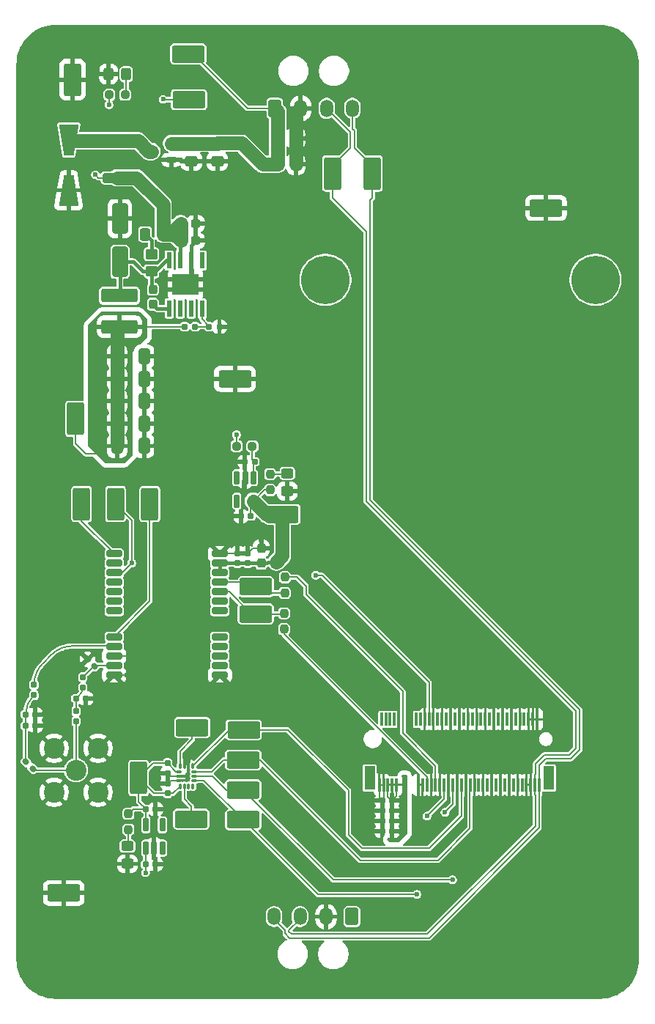
<source format=gbr>
%TF.GenerationSoftware,KiCad,Pcbnew,9.0.7*%
%TF.CreationDate,2026-02-10T22:30:16-08:00*%
%TF.ProjectId,SMU V1,534d5520-5631-42e6-9b69-6361645f7063,rev?*%
%TF.SameCoordinates,Original*%
%TF.FileFunction,Copper,L1,Top*%
%TF.FilePolarity,Positive*%
%FSLAX46Y46*%
G04 Gerber Fmt 4.6, Leading zero omitted, Abs format (unit mm)*
G04 Created by KiCad (PCBNEW 9.0.7) date 2026-02-10 22:30:16*
%MOMM*%
%LPD*%
G01*
G04 APERTURE LIST*
G04 Aperture macros list*
%AMRoundRect*
0 Rectangle with rounded corners*
0 $1 Rounding radius*
0 $2 $3 $4 $5 $6 $7 $8 $9 X,Y pos of 4 corners*
0 Add a 4 corners polygon primitive as box body*
4,1,4,$2,$3,$4,$5,$6,$7,$8,$9,$2,$3,0*
0 Add four circle primitives for the rounded corners*
1,1,$1+$1,$2,$3*
1,1,$1+$1,$4,$5*
1,1,$1+$1,$6,$7*
1,1,$1+$1,$8,$9*
0 Add four rect primitives between the rounded corners*
20,1,$1+$1,$2,$3,$4,$5,0*
20,1,$1+$1,$4,$5,$6,$7,0*
20,1,$1+$1,$6,$7,$8,$9,0*
20,1,$1+$1,$8,$9,$2,$3,0*%
%AMOutline4P*
0 Free polygon, 4 corners , with rotation*
0 The origin of the aperture is its center*
0 number of corners: always 4*
0 $1 to $8 corner X, Y*
0 $9 Rotation angle, in degrees counterclockwise*
0 create outline with 4 corners*
4,1,4,$1,$2,$3,$4,$5,$6,$7,$8,$1,$2,$9*%
G04 Aperture macros list end*
%TA.AperFunction,SMDPad,CuDef*%
%ADD10RoundRect,0.250000X1.650000X0.750000X-1.650000X0.750000X-1.650000X-0.750000X1.650000X-0.750000X0*%
%TD*%
%TA.AperFunction,SMDPad,CuDef*%
%ADD11RoundRect,0.250000X-1.650000X-0.750000X1.650000X-0.750000X1.650000X0.750000X-1.650000X0.750000X0*%
%TD*%
%TA.AperFunction,SMDPad,CuDef*%
%ADD12RoundRect,0.250000X0.450000X-0.325000X0.450000X0.325000X-0.450000X0.325000X-0.450000X-0.325000X0*%
%TD*%
%TA.AperFunction,SMDPad,CuDef*%
%ADD13RoundRect,0.237500X-0.237500X0.250000X-0.237500X-0.250000X0.237500X-0.250000X0.237500X0.250000X0*%
%TD*%
%TA.AperFunction,SMDPad,CuDef*%
%ADD14RoundRect,0.250000X0.750000X-1.650000X0.750000X1.650000X-0.750000X1.650000X-0.750000X-1.650000X0*%
%TD*%
%TA.AperFunction,SMDPad,CuDef*%
%ADD15RoundRect,0.250000X-0.750000X1.650000X-0.750000X-1.650000X0.750000X-1.650000X0.750000X1.650000X0*%
%TD*%
%TA.AperFunction,SMDPad,CuDef*%
%ADD16RoundRect,0.155000X-0.212500X-0.155000X0.212500X-0.155000X0.212500X0.155000X-0.212500X0.155000X0*%
%TD*%
%TA.AperFunction,SMDPad,CuDef*%
%ADD17RoundRect,0.250000X-0.325000X-0.450000X0.325000X-0.450000X0.325000X0.450000X-0.325000X0.450000X0*%
%TD*%
%TA.AperFunction,SMDPad,CuDef*%
%ADD18RoundRect,0.250000X0.337500X0.475000X-0.337500X0.475000X-0.337500X-0.475000X0.337500X-0.475000X0*%
%TD*%
%TA.AperFunction,SMDPad,CuDef*%
%ADD19RoundRect,0.237500X0.237500X-0.250000X0.237500X0.250000X-0.237500X0.250000X-0.237500X-0.250000X0*%
%TD*%
%TA.AperFunction,SMDPad,CuDef*%
%ADD20Outline4P,-1.800000X-1.150000X1.800000X-0.550000X1.800000X0.550000X-1.800000X1.150000X90.000000*%
%TD*%
%TA.AperFunction,SMDPad,CuDef*%
%ADD21Outline4P,-1.800000X-1.150000X1.800000X-0.550000X1.800000X0.550000X-1.800000X1.150000X270.000000*%
%TD*%
%TA.AperFunction,SMDPad,CuDef*%
%ADD22RoundRect,0.237500X-0.300000X-0.237500X0.300000X-0.237500X0.300000X0.237500X-0.300000X0.237500X0*%
%TD*%
%TA.AperFunction,SMDPad,CuDef*%
%ADD23RoundRect,0.250000X-0.450000X0.350000X-0.450000X-0.350000X0.450000X-0.350000X0.450000X0.350000X0*%
%TD*%
%TA.AperFunction,SMDPad,CuDef*%
%ADD24RoundRect,0.250000X-1.450000X0.312500X-1.450000X-0.312500X1.450000X-0.312500X1.450000X0.312500X0*%
%TD*%
%TA.AperFunction,SMDPad,CuDef*%
%ADD25RoundRect,0.155000X0.259862X-0.040659X-0.040659X0.259862X-0.259862X0.040659X0.040659X-0.259862X0*%
%TD*%
%TA.AperFunction,SMDPad,CuDef*%
%ADD26RoundRect,0.155000X0.155000X-0.212500X0.155000X0.212500X-0.155000X0.212500X-0.155000X-0.212500X0*%
%TD*%
%TA.AperFunction,SMDPad,CuDef*%
%ADD27RoundRect,0.155000X0.212500X0.155000X-0.212500X0.155000X-0.212500X-0.155000X0.212500X-0.155000X0*%
%TD*%
%TA.AperFunction,SMDPad,CuDef*%
%ADD28RoundRect,0.240000X-1.860000X-0.560000X1.860000X-0.560000X1.860000X0.560000X-1.860000X0.560000X0*%
%TD*%
%TA.AperFunction,SMDPad,CuDef*%
%ADD29RoundRect,0.160000X0.197500X0.160000X-0.197500X0.160000X-0.197500X-0.160000X0.197500X-0.160000X0*%
%TD*%
%TA.AperFunction,SMDPad,CuDef*%
%ADD30RoundRect,0.160000X-0.160000X0.197500X-0.160000X-0.197500X0.160000X-0.197500X0.160000X0.197500X0*%
%TD*%
%TA.AperFunction,ComponentPad*%
%ADD31O,1.500000X2.020000*%
%TD*%
%TA.AperFunction,ComponentPad*%
%ADD32RoundRect,0.250001X-0.499999X-0.759999X0.499999X-0.759999X0.499999X0.759999X-0.499999X0.759999X0*%
%TD*%
%TA.AperFunction,SMDPad,CuDef*%
%ADD33RoundRect,0.155000X-0.155000X0.212500X-0.155000X-0.212500X0.155000X-0.212500X0.155000X0.212500X0*%
%TD*%
%TA.AperFunction,SMDPad,CuDef*%
%ADD34RoundRect,0.237500X0.237500X-0.300000X0.237500X0.300000X-0.237500X0.300000X-0.237500X-0.300000X0*%
%TD*%
%TA.AperFunction,SMDPad,CuDef*%
%ADD35RoundRect,0.250000X-0.475000X0.337500X-0.475000X-0.337500X0.475000X-0.337500X0.475000X0.337500X0*%
%TD*%
%TA.AperFunction,ComponentPad*%
%ADD36C,2.400000*%
%TD*%
%TA.AperFunction,SMDPad,CuDef*%
%ADD37RoundRect,0.250000X-0.412500X-0.650000X0.412500X-0.650000X0.412500X0.650000X-0.412500X0.650000X0*%
%TD*%
%TA.AperFunction,SMDPad,CuDef*%
%ADD38RoundRect,0.162500X0.162500X-0.617500X0.162500X0.617500X-0.162500X0.617500X-0.162500X-0.617500X0*%
%TD*%
%TA.AperFunction,SMDPad,CuDef*%
%ADD39RoundRect,0.250000X0.650000X-1.500000X0.650000X1.500000X-0.650000X1.500000X-0.650000X-1.500000X0*%
%TD*%
%TA.AperFunction,SMDPad,CuDef*%
%ADD40RoundRect,0.237500X-0.250000X-0.237500X0.250000X-0.237500X0.250000X0.237500X-0.250000X0.237500X0*%
%TD*%
%TA.AperFunction,SMDPad,CuDef*%
%ADD41RoundRect,0.120000X-0.780000X-0.280000X0.780000X-0.280000X0.780000X0.280000X-0.780000X0.280000X0*%
%TD*%
%TA.AperFunction,SMDPad,CuDef*%
%ADD42RoundRect,0.162500X-0.162500X0.617500X-0.162500X-0.617500X0.162500X-0.617500X0.162500X0.617500X0*%
%TD*%
%TA.AperFunction,SMDPad,CuDef*%
%ADD43RoundRect,0.160000X0.270468X-0.044194X-0.044194X0.270468X-0.270468X0.044194X0.044194X-0.270468X0*%
%TD*%
%TA.AperFunction,SMDPad,CuDef*%
%ADD44RoundRect,0.250000X-0.337500X-0.475000X0.337500X-0.475000X0.337500X0.475000X-0.337500X0.475000X0*%
%TD*%
%TA.AperFunction,SMDPad,CuDef*%
%ADD45RoundRect,0.237500X0.250000X0.237500X-0.250000X0.237500X-0.250000X-0.237500X0.250000X-0.237500X0*%
%TD*%
%TA.AperFunction,SMDPad,CuDef*%
%ADD46RoundRect,0.150000X0.512500X0.150000X-0.512500X0.150000X-0.512500X-0.150000X0.512500X-0.150000X0*%
%TD*%
%TA.AperFunction,SMDPad,CuDef*%
%ADD47R,1.550000X1.205000*%
%TD*%
%TA.AperFunction,SMDPad,CuDef*%
%ADD48R,0.610000X1.910000*%
%TD*%
%TA.AperFunction,ComponentPad*%
%ADD49RoundRect,0.250001X0.499999X0.759999X-0.499999X0.759999X-0.499999X-0.759999X0.499999X-0.759999X0*%
%TD*%
%TA.AperFunction,SMDPad,CuDef*%
%ADD50R,1.200000X2.750000*%
%TD*%
%TA.AperFunction,ComponentPad*%
%ADD51C,5.600000*%
%TD*%
%TA.AperFunction,SMDPad,CuDef*%
%ADD52R,0.300000X1.550000*%
%TD*%
%TA.AperFunction,SMDPad,CuDef*%
%ADD53RoundRect,0.087500X-0.087500X0.225000X-0.087500X-0.225000X0.087500X-0.225000X0.087500X0.225000X0*%
%TD*%
%TA.AperFunction,SMDPad,CuDef*%
%ADD54RoundRect,0.087500X-0.225000X0.087500X-0.225000X-0.087500X0.225000X-0.087500X0.225000X0.087500X0*%
%TD*%
%TA.AperFunction,ViaPad*%
%ADD55C,0.600000*%
%TD*%
%TA.AperFunction,Conductor*%
%ADD56C,1.600000*%
%TD*%
%TA.AperFunction,Conductor*%
%ADD57C,0.200000*%
%TD*%
%TA.AperFunction,Conductor*%
%ADD58C,0.400000*%
%TD*%
G04 APERTURE END LIST*
D10*
%TO.P,TP607,1*%
%TO.N,/IMU_SPI.SCK*%
X66420000Y-124783334D03*
%TD*%
D11*
%TO.P,TP308,1*%
%TO.N,GND*%
X65450000Y-77310001D03*
%TD*%
D12*
%TO.P,D801,2,A*%
%TO.N,Net-(D801-A)*%
X53032499Y-131275001D03*
%TO.P,D801,1,K*%
%TO.N,GND*%
X53032499Y-133324999D03*
%TD*%
D13*
%TO.P,R202,2*%
%TO.N,/GPS/GPS_UART.RX*%
X71230000Y-102042500D03*
%TO.P,R202,1*%
%TO.N,Net-(MCU201A-PA1)*%
X71230000Y-100217500D03*
%TD*%
D14*
%TO.P,TP601,1*%
%TO.N,/IMU/PP3300_IMU_VDD*%
X54320000Y-123413334D03*
%TD*%
D10*
%TO.P,TP605,1*%
%TO.N,/IMU_SPI.MISO*%
X66460000Y-117856666D03*
%TD*%
D15*
%TO.P,TP303,1*%
%TO.N,+5V*%
X47040000Y-81920000D03*
%TD*%
D16*
%TO.P,C802,2*%
%TO.N,GND*%
X56289999Y-126990000D03*
%TO.P,C802,1*%
%TO.N,/IMU/PP3300_IMU_VDD*%
X55154999Y-126990000D03*
%TD*%
D17*
%TO.P,D1101,2,A*%
%TO.N,Net-(D1101-A)*%
X52895000Y-42110000D03*
%TO.P,D1101,1,K*%
%TO.N,GND*%
X50845000Y-42110000D03*
%TD*%
D18*
%TO.P,C903,2*%
%TO.N,/Power/5V Buck/Rsnub*%
X55072500Y-60605002D03*
%TO.P,C903,1*%
%TO.N,/Power/5V Buck/PPVAR_VBATT_PROT*%
X57147500Y-60605002D03*
%TD*%
D19*
%TO.P,R701,2*%
%TO.N,Net-(D701-A)*%
X69527501Y-88314999D03*
%TO.P,R701,1*%
%TO.N,/GPS/PP3300_GPS_VCC*%
X69527501Y-90139999D03*
%TD*%
D20*
%TO.P,TVS1101,2*%
%TO.N,GND*%
X46250000Y-55520000D03*
D21*
%TO.P,TVS1101,1*%
%TO.N,Net-(Q1101-D)*%
X46250000Y-49720000D03*
%TD*%
D22*
%TO.P,C902,2*%
%TO.N,GND*%
X60935002Y-61335000D03*
%TO.P,C902,1*%
%TO.N,/Power/5V Buck/PPVAR_VBATT_PROT*%
X59210000Y-61335000D03*
%TD*%
D14*
%TO.P,TP503,1*%
%TO.N,/GPS/GPS_WKUP*%
X47720000Y-91770000D03*
%TD*%
D23*
%TO.P,R901,2*%
%TO.N,/Power/5V Buck/SWITCH_NODE*%
X55800000Y-64905000D03*
%TO.P,R901,1*%
%TO.N,/Power/5V Buck/Rsnub*%
X55800000Y-62905000D03*
%TD*%
D24*
%TO.P,F1101,2*%
%TO.N,/Power/5V Buck/PPVAR_VBATT_PROT*%
X51830000Y-54085000D03*
%TO.P,F1101,1*%
%TO.N,Net-(Q1101-D)*%
X51830000Y-49810000D03*
%TD*%
D25*
%TO.P,C1001,2*%
%TO.N,GND*%
X48438717Y-109698717D03*
%TO.P,C1001,1*%
%TO.N,/Antenna/GPS_ANT_RF*%
X49241283Y-110501283D03*
%TD*%
D26*
%TO.P,C602,2*%
%TO.N,GND*%
X57670000Y-124040834D03*
%TO.P,C602,1*%
%TO.N,/IMU/PP3300_IMU_VDD*%
X57670000Y-125175834D03*
%TD*%
D16*
%TO.P,C801,2*%
%TO.N,GND*%
X56289999Y-133400000D03*
%TO.P,C801,1*%
%TO.N,+5V*%
X55154999Y-133400000D03*
%TD*%
D27*
%TO.P,C204,2*%
%TO.N,GND*%
X82474996Y-126038747D03*
%TO.P,C204,1*%
%TO.N,+5V*%
X83609996Y-126038747D03*
%TD*%
D28*
%TO.P,U902,2,2*%
%TO.N,+5V*%
X52120000Y-71295000D03*
%TO.P,U902,1,1*%
%TO.N,/Power/5V Buck/SWITCH_NODE*%
X52120000Y-67695000D03*
%TD*%
D29*
%TO.P,R903,2*%
%TO.N,/Power/5V Buck/BUCK_VSENSE*%
X62470002Y-71275000D03*
%TO.P,R903,1*%
%TO.N,GND*%
X63665002Y-71275000D03*
%TD*%
D30*
%TO.P,R1002,2*%
%TO.N,/Antenna/GPS_ANT_RF_R*%
X47880000Y-112947500D03*
%TO.P,R1002,1*%
%TO.N,/Antenna/GPS_ANT_RF*%
X47880000Y-111752500D03*
%TD*%
D11*
%TO.P,TP305,1*%
%TO.N,GND*%
X45670000Y-136702499D03*
%TD*%
D22*
%TO.P,C901,2*%
%TO.N,GND*%
X60935002Y-59365000D03*
%TO.P,C901,1*%
%TO.N,/Power/5V Buck/PPVAR_VBATT_PROT*%
X59210000Y-59365000D03*
%TD*%
D31*
%TO.P,J402,4,CANH*%
%TO.N,/CAN+*%
X79050000Y-46060000D03*
%TO.P,J402,3,CANL*%
%TO.N,/CAN-*%
X76050000Y-46060000D03*
%TO.P,J402,2,GND*%
%TO.N,GND*%
X73050000Y-46060000D03*
D32*
%TO.P,J402,1,VBATT+*%
%TO.N,/Main IO/VBATT+*%
X70050000Y-46060000D03*
%TD*%
D33*
%TO.P,C601,2*%
%TO.N,GND*%
X57670000Y-122838334D03*
%TO.P,C601,1*%
%TO.N,/IMU/PP3300_IMU_VDD*%
X57670000Y-121703334D03*
%TD*%
D10*
%TO.P,TP604,1*%
%TO.N,/IMU_SPI.CS*%
X66420000Y-128246665D03*
%TD*%
D14*
%TO.P,TP504,1*%
%TO.N,/GPS/GPS_1PPS*%
X51670000Y-91770000D03*
%TD*%
D34*
%TO.P,C904,2*%
%TO.N,/Power/5V Buck/SWITCH_NODE*%
X55970000Y-66962499D03*
%TO.P,C904,1*%
%TO.N,Net-(U901-BOOT)*%
X55970000Y-68687501D03*
%TD*%
D14*
%TO.P,TP206,1*%
%TO.N,/CAN-*%
X76740000Y-53590000D03*
%TD*%
D35*
%TO.P,C402,2*%
%TO.N,GND*%
X60420001Y-52175000D03*
%TO.P,C402,1*%
%TO.N,/Main IO/VBATT+*%
X60420001Y-50100000D03*
%TD*%
D16*
%TO.P,C1002,2*%
%TO.N,GND*%
X42397500Y-116069999D03*
%TO.P,C1002,1*%
%TO.N,/Antenna/GPS_RF_VDD_R*%
X41262500Y-116069999D03*
%TD*%
%TO.P,C1003,2*%
%TO.N,GND*%
X42397500Y-117370000D03*
%TO.P,C1003,1*%
%TO.N,/Antenna/GPS_RF_VDD_R*%
X41262500Y-117370000D03*
%TD*%
D35*
%TO.P,C401,2*%
%TO.N,GND*%
X63430000Y-52175000D03*
%TO.P,C401,1*%
%TO.N,/Main IO/VBATT+*%
X63430000Y-50100000D03*
%TD*%
D27*
%TO.P,C201,2*%
%TO.N,GND*%
X82474996Y-129552500D03*
%TO.P,C201,1*%
%TO.N,+5V*%
X83609996Y-129552500D03*
%TD*%
D36*
%TO.P,J1001,2*%
%TO.N,GND*%
X49630000Y-125050000D03*
X49630000Y-119970000D03*
X44550000Y-125050000D03*
X44550000Y-119970000D03*
%TO.P,J1001,1*%
%TO.N,/Antenna/ANT_OUT_RF*%
X47090000Y-122510000D03*
%TD*%
D27*
%TO.P,C202,2*%
%TO.N,GND*%
X82474999Y-128381250D03*
%TO.P,C202,1*%
%TO.N,+5V*%
X83609999Y-128381250D03*
%TD*%
D13*
%TO.P,R801,2*%
%TO.N,Net-(D801-A)*%
X53132499Y-129362500D03*
%TO.P,R801,1*%
%TO.N,/IMU/PP3300_IMU_VDD*%
X53132499Y-127537500D03*
%TD*%
D37*
%TO.P,C907,2*%
%TO.N,GND*%
X54962500Y-79895000D03*
%TO.P,C907,1*%
%TO.N,+5V*%
X51837500Y-79895000D03*
%TD*%
D19*
%TO.P,R201,2*%
%TO.N,/GPS/GPS_UART.TX*%
X71120000Y-104397500D03*
%TO.P,R201,1*%
%TO.N,Net-(MCU201A-PA0)*%
X71120000Y-106222500D03*
%TD*%
D38*
%TO.P,U801,5,VOUT
*%
%TO.N,/IMU/PP3300_IMU_VDD*%
X55172500Y-128810000D03*
%TO.P,U801,4,NC*%
%TO.N,unconnected-(U801-NC-Pad4)*%
X57072500Y-128810000D03*
%TO.P,U801,3,EN*%
%TO.N,/IMU/GPS Power/LDO_EN*%
X57072500Y-131510000D03*
%TO.P,U801,2,GND*%
%TO.N,GND*%
X56122500Y-131510000D03*
%TO.P,U801,1,VIN*%
%TO.N,+5V*%
X55172500Y-131510000D03*
%TD*%
D39*
%TO.P,D901,2,A*%
%TO.N,GND*%
X52160000Y-58792500D03*
%TO.P,D901,1,K*%
%TO.N,/Power/5V Buck/SWITCH_NODE*%
X52160000Y-63792500D03*
%TD*%
D10*
%TO.P,TP302,1*%
%TO.N,/Power/5V Buck/PPVAR_VBATT_PROT*%
X60130000Y-45060000D03*
%TD*%
D40*
%TO.P,R1101,2*%
%TO.N,Net-(D1101-A)*%
X52772500Y-44490000D03*
%TO.P,R1101,1*%
%TO.N,/Power/5V Buck/PPVAR_VBATT_PROT*%
X50947500Y-44490000D03*
%TD*%
D34*
%TO.P,C503,2*%
%TO.N,GND*%
X68500000Y-96884997D03*
%TO.P,C503,1*%
%TO.N,/GPS/PP3300_GPS_VCC*%
X68500000Y-98609999D03*
%TD*%
D11*
%TO.P,TP502,1*%
%TO.N,/GPS/GPS_UART.TX*%
X67870000Y-104460000D03*
%TD*%
D41*
%TO.P,GPS501,24,GND*%
%TO.N,GND*%
X63710000Y-97509999D03*
%TO.P,GPS501,23,VCC*%
%TO.N,/GPS/PP3300_GPS_VCC*%
X63709999Y-98609999D03*
%TO.P,GPS501,22,V_BCKUP*%
X63710000Y-99709999D03*
%TO.P,GPS501,21,UART_RXD*%
%TO.N,/GPS/GPS_UART.RX*%
X63709999Y-100809999D03*
%TO.P,GPS501,20,UART_TXD*%
%TO.N,/GPS/GPS_UART.TX*%
X63710000Y-101909999D03*
%TO.P,GPS501,19,RESERVED*%
%TO.N,unconnected-(GPS501A-RESERVED-Pad19)*%
X63710000Y-103009999D03*
%TO.P,GPS501,18,RESERVED*%
%TO.N,unconnected-(GPS501A-RESERVED-Pad18)*%
X63710000Y-104109999D03*
%TO.P,GPS501,17,RESERVED*%
%TO.N,unconnected-(GPS501A-RESERVED-Pad17)*%
X63710000Y-107109999D03*
%TO.P,GPS501,16,RESERVED*%
%TO.N,unconnected-(GPS501A-RESERVED-Pad16)*%
X63709999Y-108209999D03*
%TO.P,GPS501,15,RESERVED*%
%TO.N,unconnected-(GPS501A-RESERVED-Pad15)*%
X63710000Y-109309999D03*
%TO.P,GPS501,14,ANT_ON*%
%TO.N,/GPS/GPS_ANT_ON*%
X63709999Y-110409999D03*
%TO.P,GPS501,13,GND*%
%TO.N,GND*%
X63710000Y-111509999D03*
%TO.P,GPS501,12,GND*%
X51510000Y-111509999D03*
%TO.P,GPS501,11,RF_IN*%
%TO.N,/Antenna/GPS_ANT_RF*%
X51510001Y-110409999D03*
%TO.P,GPS501,10,GND*%
%TO.N,GND*%
X51510000Y-109309999D03*
%TO.P,GPS501,9,VDD_RF*%
%TO.N,/Antenna/GPS_RF_VDD*%
X51510001Y-108209999D03*
%TO.P,GPS501,8,RESET_N*%
%TO.N,/GPS/GPS_nRST*%
X51510000Y-107109999D03*
%TO.P,GPS501,7,VDD_EXT*%
%TO.N,unconnected-(GPS501A-VDD_EXT-Pad7)*%
X51510000Y-104109999D03*
%TO.P,GPS501,6,RESERVED*%
%TO.N,unconnected-(GPS501A-RESERVED-Pad6)*%
X51510000Y-103009999D03*
%TO.P,GPS501,5,RESERVED*%
%TO.N,unconnected-(GPS501A-RESERVED-Pad5)*%
X51510000Y-101909999D03*
%TO.P,GPS501,4,RESERVED*%
%TO.N,unconnected-(GPS501A-RESERVED-Pad4)*%
X51510001Y-100809999D03*
%TO.P,GPS501,3,1PPS*%
%TO.N,/GPS/GPS_1PPS*%
X51510000Y-99709999D03*
%TO.P,GPS501,2,RESERVED*%
%TO.N,unconnected-(GPS501A-RESERVED-Pad2)*%
X51510001Y-98609999D03*
%TO.P,GPS501,1,WAKEUP*%
%TO.N,/GPS/GPS_WKUP*%
X51510000Y-97509999D03*
%TD*%
D42*
%TO.P,U701,5,VOUT
*%
%TO.N,/GPS/PP3300_GPS_VCC*%
X67577500Y-91427499D03*
%TO.P,U701,4,NC*%
%TO.N,unconnected-(U701-NC-Pad4)*%
X65677500Y-91427499D03*
%TO.P,U701,3,EN*%
%TO.N,/GPS/GPS_LDO_EN*%
X65677500Y-88727499D03*
%TO.P,U701,2,GND*%
%TO.N,GND*%
X66627500Y-88727499D03*
%TO.P,U701,1,VIN*%
%TO.N,/GPS/PP5000_GPS_VSUPP*%
X67577500Y-88727499D03*
%TD*%
D43*
%TO.P,L1001,2,2*%
%TO.N,/Antenna/GPS_RF_VDD_R*%
X41285181Y-121532680D03*
%TO.P,L1001,1,1*%
%TO.N,/Antenna/ANT_OUT_RF*%
X42094819Y-122342318D03*
%TD*%
D44*
%TO.P,C403,2*%
%TO.N,GND*%
X72487500Y-49510000D03*
%TO.P,C403,1*%
%TO.N,/Main IO/VBATT+*%
X70412500Y-49510000D03*
%TD*%
D14*
%TO.P,TP505,1*%
%TO.N,/GPS/GPS_nRST*%
X55620000Y-91770000D03*
%TD*%
%TO.P,TP205,1*%
%TO.N,/CAN+*%
X81330000Y-53590000D03*
%TD*%
D12*
%TO.P,D701,2,A*%
%TO.N,Net-(D701-A)*%
X71507501Y-88230000D03*
%TO.P,D701,1,K*%
%TO.N,GND*%
X71507501Y-90279998D03*
%TD*%
D45*
%TO.P,R102,2*%
%TO.N,+5V*%
X65647500Y-85092499D03*
%TO.P,R102,1*%
%TO.N,/GPS/PP5000_GPS_VSUPP*%
X67472500Y-85092499D03*
%TD*%
D11*
%TO.P,TP501,1*%
%TO.N,/GPS/GPS_UART.RX*%
X67870000Y-101310000D03*
%TD*%
D27*
%TO.P,C203,2*%
%TO.N,GND*%
X82474996Y-127209998D03*
%TO.P,C203,1*%
%TO.N,+5V*%
X83609996Y-127209998D03*
%TD*%
D10*
%TO.P,TP301,1*%
%TO.N,/Main IO/VBATT+*%
X60050000Y-39780000D03*
%TD*%
%TO.P,TP606,1*%
%TO.N,/IMU_SPI.MOSI*%
X66420000Y-121320000D03*
%TD*%
D27*
%TO.P,C701,2*%
%TO.N,GND*%
X66600000Y-86877500D03*
%TO.P,C701,1*%
%TO.N,/GPS/PP5000_GPS_VSUPP*%
X67735000Y-86877500D03*
%TD*%
D46*
%TO.P,Q1101,3,D*%
%TO.N,Net-(Q1101-D)*%
X55852500Y-51060000D03*
%TO.P,Q1101,2,S*%
%TO.N,/Main IO/VBATT+*%
X58127500Y-50110001D03*
%TO.P,Q1101,1,G*%
%TO.N,GND*%
X58127500Y-52009999D03*
%TD*%
D37*
%TO.P,C909,2*%
%TO.N,GND*%
X54962501Y-85065000D03*
%TO.P,C909,1*%
%TO.N,+5V*%
X51837501Y-85065000D03*
%TD*%
D26*
%TO.P,C502,2*%
%TO.N,GND*%
X66930000Y-97474999D03*
%TO.P,C502,1*%
%TO.N,/GPS/PP3300_GPS_VCC*%
X66930000Y-98609999D03*
%TD*%
D33*
%TO.P,C1005,2*%
%TO.N,/Antenna/ANT_OUT_RF*%
X47090000Y-116837500D03*
%TO.P,C1005,1*%
%TO.N,/Antenna/GPS_ANT_RF_R*%
X47090000Y-115702500D03*
%TD*%
D10*
%TO.P,TP506,1*%
%TO.N,/GPS/PP3300_GPS_VCC*%
X70937500Y-92964999D03*
%TD*%
D26*
%TO.P,C501,2*%
%TO.N,GND*%
X65750000Y-97474999D03*
%TO.P,C501,1*%
%TO.N,/GPS/PP3300_GPS_VCC*%
X65750000Y-98609999D03*
%TD*%
D37*
%TO.P,C905,2*%
%TO.N,GND*%
X54962500Y-74725001D03*
%TO.P,C905,1*%
%TO.N,+5V*%
X51837500Y-74725001D03*
%TD*%
D14*
%TO.P,TP307,1*%
%TO.N,GND*%
X46690000Y-42750000D03*
%TD*%
D47*
%TO.P,U901,9,GNDPAD*%
%TO.N,GND*%
X60520000Y-65800000D03*
X58970000Y-65800000D03*
X60520000Y-67005000D03*
X58970000Y-67005000D03*
D48*
%TO.P,U901,8,PH*%
%TO.N,/Power/5V Buck/SWITCH_NODE*%
X57840000Y-63622500D03*
%TO.P,U901,7,VIN*%
%TO.N,/Power/5V Buck/PPVAR_VBATT_PROT*%
X59110000Y-63622500D03*
%TO.P,U901,6,GND*%
%TO.N,GND*%
X60380000Y-63622500D03*
%TO.P,U901,5,EN*%
%TO.N,unconnected-(U901-EN-Pad5)*%
X61650000Y-63622500D03*
%TO.P,U901,4,VSENSE*%
%TO.N,/Power/5V Buck/BUCK_VSENSE*%
X61650000Y-69182500D03*
%TO.P,U901,3,NC*%
%TO.N,unconnected-(U901-NC-Pad3)*%
X60380000Y-69182500D03*
%TO.P,U901,2,NC*%
%TO.N,unconnected-(U901-NC-Pad2)*%
X59110000Y-69182500D03*
%TO.P,U901,1,BOOT*%
%TO.N,Net-(U901-BOOT)*%
X57840000Y-69182500D03*
%TD*%
D27*
%TO.P,C702,2*%
%TO.N,GND*%
X66160000Y-93177499D03*
%TO.P,C702,1*%
%TO.N,/GPS/PP3300_GPS_VCC*%
X67295000Y-93177499D03*
%TD*%
D11*
%TO.P,TP306,1*%
%TO.N,GND*%
X101400000Y-57570000D03*
%TD*%
%TO.P,TP603,1*%
%TO.N,/IMU/IMU_INT1*%
X60520000Y-117583334D03*
%TD*%
D37*
%TO.P,C908,2*%
%TO.N,GND*%
X54962500Y-82480000D03*
%TO.P,C908,1*%
%TO.N,+5V*%
X51837500Y-82480000D03*
%TD*%
D29*
%TO.P,R902,2*%
%TO.N,+5V*%
X59670001Y-71275000D03*
%TO.P,R902,1*%
%TO.N,/Power/5V Buck/BUCK_VSENSE*%
X60865001Y-71275000D03*
%TD*%
D10*
%TO.P,TP602,1*%
%TO.N,/IMU/IMU_INT2*%
X60410000Y-128166666D03*
%TD*%
D16*
%TO.P,C1004,2*%
%TO.N,GND*%
X48225000Y-114220000D03*
%TO.P,C1004,1*%
%TO.N,/Antenna/GPS_ANT_RF_R*%
X47090000Y-114220000D03*
%TD*%
D44*
%TO.P,C404,2*%
%TO.N,GND*%
X72487500Y-52520000D03*
%TO.P,C404,1*%
%TO.N,/Main IO/VBATT+*%
X70412500Y-52520000D03*
%TD*%
D37*
%TO.P,C906,2*%
%TO.N,GND*%
X54962500Y-77310001D03*
%TO.P,C906,1*%
%TO.N,+5V*%
X51837500Y-77310001D03*
%TD*%
D31*
%TO.P,J401,4,CANH*%
%TO.N,/CAN+*%
X69980000Y-139420000D03*
%TO.P,J401,3,CANL*%
%TO.N,/CAN-*%
X72980000Y-139420000D03*
%TO.P,J401,2,GND*%
%TO.N,GND*%
X75980000Y-139420000D03*
D49*
%TO.P,J401,1,VBATT+*%
%TO.N,/Main IO/VBATT+*%
X78980000Y-139420000D03*
%TD*%
D30*
%TO.P,R1001,2*%
%TO.N,/Antenna/GPS_RF_VDD_R*%
X42240000Y-113837500D03*
%TO.P,R1001,1*%
%TO.N,/Antenna/GPS_RF_VDD*%
X42240000Y-112642500D03*
%TD*%
D50*
%TO.P,MCU201,SH2*%
%TO.N,N/C*%
X81035000Y-123410000D03*
%TO.P,MCU201,SH1*%
X101735000Y-123410000D03*
D51*
%TO.P,MCU201,NC*%
X75905000Y-65860000D03*
X107115000Y-65860000D03*
D52*
%TO.P,MCU201,75,GND*%
%TO.N,GND*%
X82135000Y-124185000D03*
%TO.P,MCU201,74,3V3A*%
%TO.N,unconnected-(MCU201C-3V3A-Pad70)*%
X82385000Y-116635000D03*
%TO.P,MCU201,73,GND*%
%TO.N,GND*%
X82635000Y-124185000D03*
%TO.P,MCU201,72,3V3A*%
%TO.N,unconnected-(MCU201C-3V3A-Pad70)_1*%
X82885000Y-116635000D03*
%TO.P,MCU201,71,5V*%
%TO.N,+5V*%
X83135000Y-124185000D03*
%TO.P,MCU201,70,3V3A*%
%TO.N,unconnected-(MCU201C-3V3A-Pad70)_2*%
X83385000Y-116635000D03*
%TO.P,MCU201,69,5V*%
%TO.N,+5V*%
X83635000Y-124185000D03*
%TO.P,MCU201,68,VBATT*%
%TO.N,unconnected-(MCU201C-VBATT-Pad68)*%
X83885000Y-116635000D03*
%TO.P,MCU201,67,5V*%
%TO.N,+5V*%
X84135000Y-124185000D03*
%TO.P,MCU201,58,STLINK_CAN-*%
%TO.N,unconnected-(MCU201C-STLINK_CAN--Pad58)*%
X86385000Y-116635000D03*
%TO.P,MCU201,57,GND*%
%TO.N,GND*%
X86635000Y-124185000D03*
%TO.P,MCU201,56,STLINK_CAN+*%
%TO.N,unconnected-(MCU201C-STLINK_CAN+-Pad56)*%
X86885000Y-116635000D03*
%TO.P,MCU201,55,GND*%
%TO.N,GND*%
X87135000Y-124185000D03*
%TO.P,MCU201,54,GND*%
X87385000Y-116635000D03*
%TO.P,MCU201,53,UART4_TX*%
%TO.N,Net-(MCU201A-PA0)*%
X87635000Y-124185000D03*
%TO.P,MCU201,52,PB0*%
%TO.N,/GPS/GPS_1PPS*%
X87885000Y-116635000D03*
%TO.P,MCU201,51,GND*%
%TO.N,GND*%
X88135000Y-124185000D03*
%TO.P,MCU201,50,GND*%
X88385000Y-116635000D03*
%TO.P,MCU201,49,UART4_RX*%
%TO.N,Net-(MCU201A-PA1)*%
X88635000Y-124185000D03*
%TO.P,MCU201,48,PB1*%
%TO.N,unconnected-(MCU201B-PB1-Pad48)*%
X88885000Y-116635000D03*
%TO.P,MCU201,47,GND*%
%TO.N,GND*%
X89135000Y-124185000D03*
%TO.P,MCU201,46,GND*%
X89385000Y-116635000D03*
%TO.P,MCU201,45,SPI1_NSS*%
%TO.N,/IMU_SPI.CS*%
X89635000Y-124185000D03*
%TO.P,MCU201,44,PB2*%
%TO.N,/Microcontroller/GPS_MODE*%
X89885000Y-116635000D03*
%TO.P,MCU201,43,GND*%
%TO.N,GND*%
X90135000Y-124185000D03*
%TO.P,MCU201,42,GND*%
X90385000Y-116635000D03*
%TO.P,MCU201,41,SPI1_SCK*%
%TO.N,/IMU_SPI.SCK*%
X90635000Y-124185000D03*
%TO.P,MCU201,40,PB10*%
%TO.N,unconnected-(MCU201B-PB10-Pad40)*%
X90885000Y-116635000D03*
%TO.P,MCU201,39,GND*%
%TO.N,GND*%
X91135000Y-124185000D03*
%TO.P,MCU201,38,GND*%
X91385000Y-116635000D03*
%TO.P,MCU201,37,SPI1_MISO*%
%TO.N,/IMU_SPI.MISO*%
X91635000Y-124185000D03*
%TO.P,MCU201,36,PB11*%
%TO.N,unconnected-(MCU201B-PB11-Pad36)*%
X91885000Y-116635000D03*
%TO.P,MCU201,35,GND*%
%TO.N,GND*%
X92135000Y-124185000D03*
%TO.P,MCU201,34,GND*%
X92385000Y-116635000D03*
%TO.P,MCU201,33,SPI1_MOSI*%
%TO.N,/IMU_SPI.MOSI*%
X92635000Y-124185000D03*
%TO.P,MCU201,32,PB12*%
%TO.N,unconnected-(MCU201B-PB12-Pad32)*%
X92885000Y-116635000D03*
%TO.P,MCU201,31,GND*%
%TO.N,GND*%
X93135000Y-124185000D03*
%TO.P,MCU201,30,GND*%
X93385000Y-116635000D03*
%TO.P,MCU201,29,PA8*%
%TO.N,unconnected-(MCU201A-PA8-Pad29)*%
X93635000Y-124185000D03*
%TO.P,MCU201,28,PB13*%
%TO.N,unconnected-(MCU201B-PB13-Pad28)*%
X93885000Y-116635000D03*
%TO.P,MCU201,27,GND*%
%TO.N,GND*%
X94135000Y-124185000D03*
%TO.P,MCU201,26,GND*%
X94385000Y-116635000D03*
%TO.P,MCU201,25,PA9*%
%TO.N,unconnected-(MCU201A-PA9-Pad25)*%
X94635000Y-124185000D03*
%TO.P,MCU201,24,PB14*%
%TO.N,unconnected-(MCU201B-PB14-Pad24)*%
X94885000Y-116635000D03*
%TO.P,MCU201,23,GND*%
%TO.N,GND*%
X95135000Y-124185000D03*
%TO.P,MCU201,22,GND*%
X95385000Y-116635000D03*
%TO.P,MCU201,21,PA10*%
%TO.N,unconnected-(MCU201A-PA10-Pad21)*%
X95635000Y-124185000D03*
%TO.P,MCU201,20,PB15*%
%TO.N,unconnected-(MCU201B-PB15-Pad20)*%
X95885000Y-116635000D03*
%TO.P,MCU201,19,GND*%
%TO.N,GND*%
X96135000Y-124185000D03*
%TO.P,MCU201,18,GND*%
X96385000Y-116635000D03*
%TO.P,MCU201,17,PA11*%
%TO.N,unconnected-(MCU201A-PA11-Pad17)*%
X96635000Y-124185000D03*
%TO.P,MCU201,16,PB7*%
%TO.N,unconnected-(MCU201B-PB7-Pad16)*%
X96885000Y-116635000D03*
%TO.P,MCU201,15,GND*%
%TO.N,GND*%
X97135000Y-124185000D03*
%TO.P,MCU201,14,GND*%
X97385000Y-116635000D03*
%TO.P,MCU201,13,PA12*%
%TO.N,unconnected-(MCU201A-PA12-Pad13)*%
X97635000Y-124185000D03*
%TO.P,MCU201,12,PB6*%
%TO.N,unconnected-(MCU201B-PB6-Pad12)*%
X97885000Y-116635000D03*
%TO.P,MCU201,11,GND*%
%TO.N,GND*%
X98135000Y-124185000D03*
%TO.P,MCU201,10,GND*%
X98385000Y-116635000D03*
%TO.P,MCU201,9,PA15*%
%TO.N,unconnected-(MCU201A-PA15-Pad9)*%
X98635000Y-124185000D03*
%TO.P,MCU201,8,PB5*%
%TO.N,unconnected-(MCU201B-PB5-Pad8)*%
X98885000Y-116635000D03*
%TO.P,MCU201,7,GND*%
%TO.N,GND*%
X99135000Y-124185000D03*
%TO.P,MCU201,6,GND*%
X99385000Y-116635000D03*
%TO.P,MCU201,5,GND*%
X99635000Y-124185000D03*
%TO.P,MCU201,4,GND*%
X99885000Y-116635000D03*
%TO.P,MCU201,3,MCU_CAN-*%
%TO.N,/CAN-*%
X100135000Y-124185000D03*
%TO.P,MCU201,2,GND*%
%TO.N,GND*%
X100385000Y-116635000D03*
%TO.P,MCU201,1,MCU_CAN+*%
%TO.N,/CAN+*%
X100635000Y-124185000D03*
%TD*%
D53*
%TO.P,U601,1,SPI_MISO*%
%TO.N,/IMU_SPI.MISO*%
X60607500Y-122028329D03*
%TO.P,U601,2,SDx*%
%TO.N,GND*%
X60107500Y-122028330D03*
%TO.P,U601,3,SCx*%
X59607500Y-122028330D03*
%TO.P,U601,4,INT1*%
%TO.N,/IMU/IMU_INT1*%
X59107500Y-122028329D03*
D54*
%TO.P,U601,5,VDDIO*%
%TO.N,/IMU/PP3300_IMU_VDD*%
X58945000Y-122690831D03*
%TO.P,U601,6,GND*%
%TO.N,GND*%
X58945000Y-123190830D03*
%TO.P,U601,7,GND
*%
X58945000Y-123690829D03*
D53*
%TO.P,U601,8,VDD*%
%TO.N,/IMU/PP3300_IMU_VDD*%
X59107500Y-124353331D03*
%TO.P,U601,9,INT2*%
%TO.N,/IMU/IMU_INT2*%
X59607500Y-124353330D03*
%TO.P,U601,10,OCS_AUX*%
%TO.N,unconnected-(U601-OCS_AUX-Pad10)*%
X60107500Y-124353330D03*
%TO.P,U601,11,SDO_AUX*%
%TO.N,unconnected-(U601-SDO_AUX-Pad11)*%
X60607500Y-124353331D03*
D54*
%TO.P,U601,12,CS*%
%TO.N,/IMU_SPI.CS*%
X60770000Y-123690829D03*
%TO.P,U601,13,SPI_SCK*%
%TO.N,/IMU_SPI.SCK*%
X60770000Y-123190830D03*
%TO.P,U601,14,4W_SPI_MOSI*%
%TO.N,/IMU_SPI.MOSI*%
X60770000Y-122690831D03*
%TD*%
D55*
%TO.N,GND*%
X89220000Y-133470000D03*
X50430000Y-137660000D03*
X45990000Y-115370000D03*
X95940000Y-49250000D03*
X56510000Y-77270000D03*
X109320000Y-131420000D03*
X109360000Y-112570000D03*
X53019165Y-134570000D03*
X105539435Y-106107580D03*
X91189956Y-67556741D03*
X68470000Y-95890000D03*
X53200000Y-109320000D03*
X46580000Y-112980000D03*
X60140000Y-87220000D03*
X54530000Y-138300000D03*
X100580000Y-46210000D03*
X53531498Y-88045798D03*
X52420000Y-142520000D03*
X56840000Y-124030000D03*
X63300000Y-120810000D03*
X86480000Y-42610000D03*
X61990000Y-130880000D03*
X91800000Y-109500000D03*
X81290000Y-129468664D03*
X103469112Y-40571153D03*
X82040000Y-134000000D03*
X87730000Y-145340000D03*
X66950000Y-96580000D03*
X70670000Y-84120000D03*
X89690000Y-81660000D03*
X74950000Y-117210000D03*
X89190000Y-76550000D03*
X49570000Y-41780000D03*
X44036569Y-86403818D03*
X92970000Y-120420000D03*
X62062656Y-136626994D03*
X77490000Y-127160000D03*
X90860000Y-127620000D03*
X103504808Y-128952521D03*
X65470000Y-79300000D03*
X73200000Y-54530000D03*
X62080000Y-59370000D03*
X89700000Y-135930000D03*
X49676414Y-88831093D03*
X64520000Y-123040000D03*
X74310000Y-129290000D03*
X56240000Y-85040000D03*
X70700000Y-56960000D03*
X98007744Y-136734080D03*
X73270000Y-55600000D03*
X65880000Y-56130000D03*
X71020000Y-54810000D03*
X46320000Y-145020000D03*
X65750000Y-96610000D03*
X59800000Y-120890000D03*
X49020000Y-111940000D03*
X56460000Y-82460000D03*
X69740000Y-70270000D03*
X91330000Y-51530000D03*
X69273090Y-113068148D03*
X45892721Y-130701587D03*
X108150000Y-145120000D03*
X102970000Y-71840000D03*
X108720000Y-57450000D03*
X55820000Y-42180000D03*
X57330000Y-66350000D03*
X69490000Y-123430000D03*
X48950000Y-113130000D03*
X98757343Y-83012772D03*
X67130000Y-63990000D03*
X45950000Y-116620000D03*
X85610000Y-138720000D03*
X43001408Y-107606779D03*
X62050000Y-61350000D03*
X70640000Y-119630000D03*
X107110025Y-51279720D03*
X56800000Y-122840000D03*
X91260000Y-129510000D03*
X57330000Y-65455000D03*
X87320000Y-126460000D03*
X109465910Y-123384067D03*
X51425480Y-95220537D03*
X67450000Y-40040000D03*
X47550000Y-108770000D03*
X47190000Y-110660000D03*
X109465910Y-139554002D03*
X81290000Y-128312443D03*
X45920000Y-114170000D03*
X99580000Y-103720000D03*
X43380000Y-116040000D03*
X72850000Y-121530000D03*
X63440000Y-53390000D03*
X73800000Y-52520000D03*
X62250000Y-67225000D03*
X107181415Y-46318084D03*
X92300000Y-73590000D03*
X54640000Y-95580000D03*
X66350000Y-144550000D03*
X94350000Y-129140000D03*
X45110000Y-111000000D03*
X60920000Y-58040000D03*
X45320000Y-140870000D03*
X48160000Y-116630000D03*
X73800000Y-49500000D03*
X96437154Y-143837429D03*
X59460000Y-141730000D03*
X49360000Y-114210000D03*
X76620000Y-132900000D03*
X53820000Y-102110000D03*
X49450000Y-108830000D03*
X45680000Y-117710000D03*
X57309165Y-127000001D03*
X56340000Y-74670000D03*
X58120000Y-52890000D03*
X49770000Y-111510000D03*
X105400000Y-98540000D03*
X105932083Y-78301002D03*
X54670000Y-116600000D03*
X48470000Y-117650000D03*
X60590000Y-121000000D03*
X85890000Y-130680000D03*
X46713711Y-64094304D03*
X62250000Y-65435000D03*
X72620000Y-136930000D03*
X79200000Y-120560000D03*
X44821864Y-69734149D03*
X97620000Y-74660000D03*
X96258678Y-55170499D03*
X46640000Y-111910000D03*
X67270000Y-133950000D03*
X81290000Y-127156221D03*
X93690000Y-88620000D03*
X88920000Y-131840000D03*
X65170000Y-93170000D03*
X72880000Y-90270000D03*
X48210000Y-115430000D03*
X55530000Y-146480000D03*
X81620000Y-132260000D03*
X67350000Y-59990000D03*
X96370000Y-69980000D03*
X71760000Y-126740000D03*
X52950000Y-111509999D03*
X65350000Y-86770000D03*
X94650000Y-41000000D03*
X81290000Y-126000000D03*
X61955570Y-83191248D03*
X103112160Y-90080425D03*
X85260000Y-132220000D03*
X75800000Y-124360000D03*
X66440000Y-119590000D03*
X84980000Y-102790000D03*
X102860000Y-142160000D03*
X104400000Y-135480000D03*
X56510000Y-79850000D03*
X56890000Y-110530000D03*
X60420000Y-53350000D03*
X92046642Y-60417696D03*
X57330000Y-67245000D03*
X64440000Y-71270000D03*
X88350000Y-128930000D03*
X44180000Y-100080000D03*
X43420000Y-117410000D03*
X70094081Y-58597240D03*
X96187287Y-96969603D03*
X62250000Y-66330000D03*
%TO.N,+5V*%
X50020000Y-79897500D03*
X50020000Y-85965000D03*
X50020000Y-76430357D03*
X84600000Y-129610000D03*
X50020000Y-79030714D03*
X50020000Y-80764286D03*
X50020000Y-84231429D03*
X84600000Y-128416667D03*
X50020000Y-77297143D03*
X50020000Y-74696786D03*
X65640000Y-83760000D03*
X50020000Y-73830000D03*
X50020000Y-83364643D03*
X84600000Y-126030000D03*
X50020000Y-78163929D03*
X55129165Y-134350000D03*
X84600000Y-127223333D03*
X50020000Y-75563571D03*
X50020000Y-85098214D03*
X50020000Y-81631071D03*
X50020000Y-82497857D03*
%TO.N,/Power/5V Buck/PPVAR_VBATT_PROT*%
X57160000Y-45010000D03*
X50920000Y-45640000D03*
X49330000Y-53740000D03*
%TO.N,/IMU_SPI.CS*%
X86480000Y-136860000D03*
X87660000Y-127810000D03*
%TO.N,/IMU_SPI.SCK*%
X90600000Y-135160000D03*
X89730000Y-127370000D03*
%TO.N,/GPS/GPS_1PPS*%
X53540000Y-98579999D03*
X74790000Y-100000000D03*
%TD*%
D56*
%TO.N,/Main IO/VBATT+*%
X70412500Y-46422500D02*
X70050000Y-46060000D01*
D57*
X60620000Y-39780000D02*
X66900000Y-46060000D01*
D56*
X58127500Y-50110001D02*
X63419999Y-50110001D01*
X70412500Y-52520000D02*
X70412500Y-46422500D01*
X66240000Y-50100000D02*
X63430000Y-50100000D01*
X68660000Y-52520000D02*
X66240000Y-50100000D01*
D57*
X63419999Y-50110001D02*
X63430000Y-50100000D01*
X60050000Y-39780000D02*
X60620000Y-39780000D01*
D56*
X70412500Y-52520000D02*
X68660000Y-52520000D01*
D57*
X66900000Y-46060000D02*
X70050000Y-46060000D01*
%TO.N,GND*%
X65610001Y-97509999D02*
X63710000Y-97509999D01*
X66600000Y-86877500D02*
X66600000Y-88699999D01*
X67520002Y-96884997D02*
X66930000Y-97474999D01*
X50845000Y-42110000D02*
X49900000Y-42110000D01*
X58022496Y-123190830D02*
X58945000Y-123190830D01*
X66160000Y-93177499D02*
X65177499Y-93177499D01*
X57299164Y-126990000D02*
X57309165Y-127000001D01*
X63665002Y-71275000D02*
X64435000Y-71275000D01*
X58945000Y-123690829D02*
X58020005Y-123690829D01*
D58*
X56215000Y-85065000D02*
X56240000Y-85040000D01*
D57*
X59607500Y-122028330D02*
X59607500Y-121082500D01*
D58*
X72487500Y-52520000D02*
X73800000Y-52520000D01*
D57*
X60107500Y-122028330D02*
X60107500Y-121482500D01*
D58*
X60935002Y-58055002D02*
X60920000Y-58040000D01*
X54962500Y-79895000D02*
X56465000Y-79895000D01*
D57*
X66930000Y-97474999D02*
X65750000Y-97474999D01*
D58*
X60935002Y-59365000D02*
X60935002Y-58055002D01*
X60935002Y-59365000D02*
X62075000Y-59365000D01*
D57*
X65750000Y-97474999D02*
X65750000Y-96610000D01*
D58*
X54962500Y-74725001D02*
X56284999Y-74725001D01*
X54962501Y-85065000D02*
X56215000Y-85065000D01*
D57*
X58127500Y-52882500D02*
X58120000Y-52890000D01*
X64435000Y-71275000D02*
X64440000Y-71270000D01*
X72870002Y-90279998D02*
X72880000Y-90270000D01*
D58*
X60935002Y-61335000D02*
X62035000Y-61335000D01*
D57*
X82135000Y-124185000D02*
X82635000Y-124185000D01*
X71507501Y-90279998D02*
X72870002Y-90279998D01*
X52950000Y-111509999D02*
X51510000Y-111509999D01*
X66930000Y-96600000D02*
X66950000Y-96580000D01*
X66370000Y-88984999D02*
X66627500Y-88727499D01*
D58*
X62075000Y-59365000D02*
X62080000Y-59370000D01*
D57*
X65750000Y-97474999D02*
X65645001Y-97474999D01*
X57670000Y-122838334D02*
X56801666Y-122838334D01*
D58*
X65450000Y-79280000D02*
X65470000Y-79300000D01*
X60380000Y-63622500D02*
X60380000Y-65660000D01*
X58127500Y-52009999D02*
X58127500Y-52882500D01*
X54962500Y-82480000D02*
X56440000Y-82480000D01*
D57*
X66930000Y-97474999D02*
X66930000Y-96600000D01*
X59607500Y-121082500D02*
X59800000Y-120890000D01*
D58*
X56440000Y-82480000D02*
X56460000Y-82460000D01*
D57*
X49900000Y-42110000D02*
X49570000Y-41780000D01*
X42397500Y-116069999D02*
X43307576Y-116069999D01*
X73790000Y-49510000D02*
X73800000Y-49500000D01*
X68500000Y-96884997D02*
X67520002Y-96884997D01*
X82135000Y-125698751D02*
X82474996Y-126038747D01*
D58*
X60380000Y-65660000D02*
X60520000Y-65800000D01*
D57*
X82635000Y-124185000D02*
X82635000Y-125878743D01*
D58*
X60380000Y-61890002D02*
X60935002Y-61335000D01*
D57*
X56122500Y-133232501D02*
X56289999Y-133400000D01*
D56*
X72487500Y-46622500D02*
X73050000Y-46060000D01*
X72487500Y-52520000D02*
X72487500Y-46622500D01*
D57*
X56850834Y-124040834D02*
X56840000Y-124030000D01*
X66160000Y-93177499D02*
X66370000Y-92967499D01*
X51520001Y-109320000D02*
X51510000Y-109309999D01*
X53032499Y-133324999D02*
X53032499Y-134556666D01*
X65457500Y-86877500D02*
X65350000Y-86770000D01*
X56289999Y-126990000D02*
X57299164Y-126990000D01*
X53200000Y-109320000D02*
X51520001Y-109320000D01*
D58*
X56465000Y-79895000D02*
X56510000Y-79850000D01*
D57*
X60107500Y-121482500D02*
X60590000Y-121000000D01*
X53032499Y-134556666D02*
X53019165Y-134570000D01*
D58*
X72487500Y-49510000D02*
X73790000Y-49510000D01*
D57*
X56122500Y-131510000D02*
X56122500Y-133232501D01*
X56801666Y-122838334D02*
X56800000Y-122840000D01*
X65177499Y-93177499D02*
X65170000Y-93170000D01*
X66600000Y-88699999D02*
X66627500Y-88727499D01*
X57670000Y-124040834D02*
X56850834Y-124040834D01*
D58*
X60420001Y-52175000D02*
X60420000Y-53350000D01*
X62035000Y-61335000D02*
X62050000Y-61350000D01*
D57*
X68470000Y-96854997D02*
X68500000Y-96884997D01*
X58020005Y-123690829D02*
X57670000Y-124040834D01*
X57670000Y-122838334D02*
X58022496Y-123190830D01*
D58*
X63430000Y-52175000D02*
X63430000Y-53380000D01*
D57*
X82135000Y-124185000D02*
X82135000Y-125698751D01*
X66600000Y-86877500D02*
X65457500Y-86877500D01*
D58*
X54962500Y-77310001D02*
X56469999Y-77310001D01*
X56469999Y-77310001D02*
X56510000Y-77270000D01*
D57*
X66370000Y-92967499D02*
X66370000Y-88984999D01*
D58*
X56284999Y-74725001D02*
X56340000Y-74670000D01*
D57*
X68470000Y-95890000D02*
X68470000Y-96854997D01*
D58*
X65450000Y-77310001D02*
X65450000Y-79280000D01*
X60380000Y-63622500D02*
X60380000Y-61890002D01*
X60935002Y-61335000D02*
X60935002Y-59365000D01*
D57*
X65645001Y-97474999D02*
X65610001Y-97509999D01*
X63430000Y-53380000D02*
X63440000Y-53390000D01*
X42397500Y-117370000D02*
X43323431Y-117370000D01*
X82635000Y-125878743D02*
X82474996Y-126038747D01*
X43307576Y-116069999D02*
G75*
G03*
X43380007Y-116040007I24J102399D01*
G01*
X43323431Y-117370000D02*
G75*
G02*
X43419991Y-117410009I-31J-136600D01*
G01*
D58*
%TO.N,/GPS/PP3300_GPS_VCC*%
X69290000Y-98470000D02*
X69150001Y-98609999D01*
X63710000Y-99709999D02*
X63709999Y-98609999D01*
D57*
X68865000Y-90139999D02*
X69527501Y-90139999D01*
D58*
X70230000Y-98470000D02*
X69290000Y-98470000D01*
D56*
X70937500Y-92964999D02*
X70937500Y-97762500D01*
D57*
X67295000Y-91709999D02*
X67577500Y-91427499D01*
D56*
X67577500Y-91427499D02*
X69115000Y-92964999D01*
D57*
X67295000Y-93177499D02*
X67295000Y-91709999D01*
X67577500Y-91427499D02*
X68865000Y-90139999D01*
D56*
X70937500Y-97762500D02*
X70230000Y-98470000D01*
D58*
X68500000Y-98609999D02*
X63709999Y-98609999D01*
D56*
X69115000Y-92964999D02*
X70937500Y-92964999D01*
D58*
X69150001Y-98609999D02*
X68500000Y-98609999D01*
D57*
%TO.N,/IMU/PP3300_IMU_VDD*%
X55172500Y-128810000D02*
X55172500Y-127007502D01*
X56082500Y-125175834D02*
X57670000Y-125175834D01*
X58657497Y-122690831D02*
X58945000Y-122690831D01*
X57670000Y-125175834D02*
X58284997Y-125175834D01*
X58284997Y-125175834D02*
X59107500Y-124353331D01*
X55154997Y-126990000D02*
X53679999Y-126990000D01*
X54320000Y-126140835D02*
X54320000Y-123413334D01*
X55172500Y-127007502D02*
X55154997Y-126990000D01*
X56030000Y-121703334D02*
X57670000Y-121703334D01*
X55154997Y-126990000D02*
X55154998Y-126975833D01*
X55154998Y-126975833D02*
X54512499Y-126333334D01*
X54512499Y-126333334D02*
X54320000Y-126140835D01*
X57670000Y-121703334D02*
X58657497Y-122690831D01*
X54320000Y-123413334D02*
X56030000Y-121703334D01*
X53679999Y-126990000D02*
X53132499Y-127537500D01*
X54320000Y-123413334D02*
X56082500Y-125175834D01*
%TO.N,+5V*%
X83135000Y-124185000D02*
X83135000Y-125563751D01*
X55154999Y-134324166D02*
X55129165Y-134350000D01*
X83135000Y-125563751D02*
X83609996Y-126038747D01*
D56*
X51837500Y-85065000D02*
X51837500Y-71577500D01*
D57*
X55154999Y-131527501D02*
X55172500Y-131510000D01*
X83635000Y-126013743D02*
X83609996Y-126038747D01*
X84135000Y-125513743D02*
X83609996Y-126038747D01*
X65640000Y-83760000D02*
X65640000Y-85084999D01*
X84135000Y-124185000D02*
X84135000Y-125513743D01*
D56*
X51837500Y-71577500D02*
X52120000Y-71294999D01*
D57*
X59670001Y-71275000D02*
X52140000Y-71275000D01*
X55154999Y-133400000D02*
X55154999Y-131527501D01*
X55154999Y-133400000D02*
X55154999Y-134324166D01*
X52140000Y-71275000D02*
X52120000Y-71295000D01*
X47040000Y-84790000D02*
X48215000Y-85965000D01*
X48215000Y-85965000D02*
X50020000Y-85965000D01*
X83635000Y-124185001D02*
X83635000Y-126013743D01*
X83135000Y-124185000D02*
X84135000Y-124185000D01*
X65640000Y-85084999D02*
X65647500Y-85092499D01*
X47040000Y-81920000D02*
X47040000Y-84790000D01*
D56*
%TO.N,/Power/5V Buck/PPVAR_VBATT_PROT*%
X59210000Y-59365000D02*
X59210000Y-61335000D01*
X57147500Y-60605002D02*
X57969998Y-60605002D01*
D57*
X49675000Y-54085000D02*
X49330000Y-53740000D01*
D56*
X54095000Y-54085000D02*
X57147500Y-57137500D01*
D57*
X57210000Y-45060000D02*
X60130000Y-45060000D01*
X50947500Y-45612500D02*
X50947500Y-44490000D01*
X57160000Y-45010000D02*
X57210000Y-45060000D01*
D56*
X57969998Y-60605002D02*
X59210000Y-59365000D01*
D57*
X51830000Y-54085000D02*
X49675000Y-54085000D01*
D56*
X57147500Y-57137500D02*
X57147500Y-60605002D01*
X51830000Y-54085000D02*
X54095000Y-54085000D01*
X57147500Y-60605002D02*
X58480002Y-60605002D01*
D57*
X50920000Y-45640000D02*
X50947500Y-45612500D01*
D56*
X58480002Y-60605002D02*
X59210000Y-61335000D01*
D58*
X59110000Y-63622500D02*
X59110000Y-61435000D01*
X59110000Y-61435000D02*
X59210000Y-61335000D01*
%TO.N,/Power/5V Buck/Rsnub*%
X55800000Y-62905000D02*
X55800000Y-61332502D01*
X55800000Y-61332502D02*
X55072500Y-60605002D01*
%TO.N,/Power/5V Buck/SWITCH_NODE*%
X56285000Y-64905000D02*
X55800000Y-64905000D01*
X57567500Y-63622500D02*
X56285000Y-64905000D01*
X55800000Y-66792499D02*
X55970000Y-66962499D01*
X53682500Y-63792500D02*
X52160000Y-63792500D01*
X55800000Y-64905000D02*
X55800000Y-66792499D01*
X55800000Y-64905000D02*
X54795000Y-64905000D01*
X54795000Y-64905000D02*
X53682500Y-63792500D01*
X52160000Y-67655000D02*
X52120000Y-67695000D01*
X52160000Y-63792500D02*
X52160000Y-67655000D01*
X57840000Y-63622500D02*
X57567500Y-63622500D01*
D57*
%TO.N,Net-(D801-A)*%
X53132499Y-129362500D02*
X53132499Y-131175001D01*
X53132499Y-131175001D02*
X53032499Y-131275001D01*
D58*
%TO.N,Net-(U901-BOOT)*%
X56464999Y-69182500D02*
X55970000Y-68687501D01*
X57840000Y-69182500D02*
X56464999Y-69182500D01*
D57*
%TO.N,Net-(D701-A)*%
X69527501Y-88314999D02*
X71422502Y-88314999D01*
X71422502Y-88314999D02*
X71507501Y-88230000D01*
%TO.N,/Power/5V Buck/BUCK_VSENSE*%
X61650000Y-70420000D02*
X61650000Y-69182500D01*
X62470002Y-71240002D02*
X61650000Y-70420000D01*
X60865001Y-71275000D02*
X62470002Y-71275000D01*
X62470002Y-71275000D02*
X62470002Y-71240002D01*
%TO.N,/IMU_SPI.MOSI*%
X92586000Y-129244000D02*
X92586000Y-124234001D01*
X64133334Y-121320000D02*
X62762503Y-122690831D01*
X79940000Y-132930000D02*
X88900000Y-132930000D01*
X88900000Y-132930000D02*
X92586000Y-129244000D01*
X66420000Y-121320000D02*
X64133334Y-121320000D01*
X66420000Y-121320000D02*
X68330000Y-121320000D01*
X62762503Y-122690831D02*
X60770000Y-122690831D01*
X92586000Y-124234001D02*
X92635000Y-124185001D01*
X68330000Y-121320000D02*
X79940000Y-132930000D01*
%TO.N,/IMU_SPI.CS*%
X61853661Y-123680326D02*
X66420000Y-128246665D01*
X75033335Y-136860000D02*
X66420000Y-128246665D01*
X86480000Y-136860000D02*
X75033335Y-136860000D01*
X87660000Y-127810000D02*
X89635000Y-125835000D01*
X60780503Y-123680326D02*
X61853661Y-123680326D01*
X89635000Y-125835000D02*
X89635000Y-124185000D01*
X60770000Y-123690829D02*
X60780503Y-123680326D01*
%TO.N,/IMU/IMU_INT2*%
X59607500Y-124353330D02*
X59607500Y-125870834D01*
X59607500Y-125870834D02*
X60410000Y-126673334D01*
X60410000Y-126673334D02*
X60410000Y-128166666D01*
%TO.N,/IMU_SPI.MISO*%
X60607500Y-122028329D02*
X64779163Y-117856666D01*
X78590000Y-124860000D02*
X78590000Y-130020000D01*
X87880000Y-131540000D02*
X91635000Y-127785000D01*
X71586666Y-117856666D02*
X78590000Y-124860000D01*
X91635000Y-127785000D02*
X91635000Y-124185000D01*
X64779163Y-117856666D02*
X66460000Y-117856666D01*
X80110000Y-131540000D02*
X87880000Y-131540000D01*
X78590000Y-130020000D02*
X80110000Y-131540000D01*
X66460000Y-117856666D02*
X71586666Y-117856666D01*
%TO.N,/IMU/IMU_INT1*%
X59107500Y-120355834D02*
X60530000Y-118933334D01*
X60530000Y-118933334D02*
X60530000Y-117566666D01*
X59107500Y-122028329D02*
X59107500Y-120355834D01*
%TO.N,/IMU_SPI.SCK*%
X76796666Y-135160000D02*
X66420000Y-124783334D01*
X90635000Y-126465000D02*
X90635000Y-124185000D01*
X64450000Y-124783334D02*
X66420000Y-124783334D01*
X60770000Y-123190830D02*
X62857496Y-123190830D01*
X62857496Y-123190830D02*
X64450000Y-124783334D01*
X90600000Y-135160000D02*
X76796666Y-135160000D01*
X89730000Y-127370000D02*
X90635000Y-126465000D01*
%TO.N,Net-(D1101-A)*%
X52895000Y-42110000D02*
X52895000Y-44367500D01*
X52895000Y-44367500D02*
X52772500Y-44490000D01*
D56*
%TO.N,Net-(Q1101-D)*%
X55852500Y-51060000D02*
X55520000Y-51060000D01*
X54270000Y-49810000D02*
X51830000Y-49810000D01*
X46340000Y-49810000D02*
X51830000Y-49810000D01*
X46250000Y-49720000D02*
X46340000Y-49810000D01*
X55520000Y-51060000D02*
X54270000Y-49810000D01*
D57*
%TO.N,/GPS/GPS_UART.RX*%
X67369999Y-100809999D02*
X67490000Y-100930000D01*
X71230000Y-102042500D02*
X68902500Y-102042500D01*
X63709999Y-100809999D02*
X67369999Y-100809999D01*
X68902500Y-102042500D02*
X68170000Y-101310000D01*
X68170000Y-101310000D02*
X67870000Y-101310000D01*
X67490000Y-101690000D02*
X67870000Y-101310000D01*
X67490000Y-100930000D02*
X67490000Y-101690000D01*
%TO.N,/GPS/GPS_UART.TX*%
X67870000Y-104460000D02*
X71057500Y-104460000D01*
X63710000Y-101909999D02*
X64769999Y-101909999D01*
X67320000Y-104460000D02*
X67870000Y-104460000D01*
X71057500Y-104460000D02*
X71120000Y-104397500D01*
X64769999Y-101909999D02*
X67320000Y-104460000D01*
%TO.N,/GPS/GPS_nRST*%
X55620000Y-91770000D02*
X55620000Y-102999999D01*
X55620000Y-102999999D02*
X51510000Y-107109999D01*
%TO.N,/GPS/GPS_1PPS*%
X53458750Y-98661250D02*
X52410000Y-99709999D01*
X53540000Y-93640000D02*
X53540000Y-98579999D01*
X51670000Y-91770000D02*
X53540000Y-93640000D01*
X74790000Y-100000000D02*
X75530000Y-100000000D01*
X87885000Y-112355000D02*
X87885000Y-116635000D01*
X52410000Y-99709999D02*
X51510000Y-99709999D01*
X75530000Y-100000000D02*
X87885000Y-112355000D01*
%TO.N,/GPS/GPS_WKUP*%
X47720000Y-91770000D02*
X47720000Y-93719999D01*
X47720000Y-93719999D02*
X51510000Y-97509999D01*
%TO.N,/GPS/PP5000_GPS_VSUPP*%
X67472500Y-86615000D02*
X67735000Y-86877500D01*
X67577500Y-87035000D02*
X67735000Y-86877500D01*
X67577500Y-88727499D02*
X67577500Y-87035000D01*
X67472500Y-85092499D02*
X67472500Y-86615000D01*
%TO.N,Net-(MCU201A-PA1)*%
X71230000Y-100217500D02*
X72637500Y-100217500D01*
X88635000Y-122005000D02*
X88635000Y-124185000D01*
X84870000Y-113427500D02*
X84870000Y-118240000D01*
X72637500Y-100217500D02*
X73670000Y-101250000D01*
X73670000Y-102227500D02*
X84870000Y-113427500D01*
X73670000Y-101250000D02*
X73670000Y-102227500D01*
X84870000Y-118240000D02*
X88635000Y-122005000D01*
%TO.N,Net-(MCU201A-PA0)*%
X87635000Y-124185001D02*
X87635000Y-123335000D01*
X71120000Y-106820000D02*
X71120000Y-106222500D01*
X87635000Y-123335000D02*
X71120000Y-106820000D01*
%TO.N,/CAN-*%
X71705000Y-141176902D02*
X71963098Y-141435000D01*
X72980000Y-139420000D02*
X72980000Y-139680000D01*
X71705000Y-140955000D02*
X71705000Y-141176902D01*
X104855000Y-119956802D02*
X104076802Y-120735000D01*
X71963098Y-141435000D02*
X87696802Y-141435000D01*
X80620000Y-91448198D02*
X104855000Y-115683198D01*
X76740000Y-52690000D02*
X76740000Y-53590000D01*
X80620000Y-60320001D02*
X80620000Y-91448198D01*
X100160000Y-122997499D02*
X100135000Y-123022499D01*
X101216802Y-120735000D02*
X100160000Y-121791802D01*
X78810000Y-48820000D02*
X78810000Y-50620000D01*
X100160000Y-121791802D02*
X100160000Y-122997499D01*
X76740000Y-53590000D02*
X76740000Y-56440001D01*
X100160000Y-125372501D02*
X100135000Y-125347501D01*
X78810000Y-50620000D02*
X76740000Y-52690000D01*
X87696802Y-141435000D02*
X100160000Y-128971802D01*
X72980000Y-139680000D02*
X71705000Y-140955000D01*
X104076802Y-120735000D02*
X101216802Y-120735000D01*
X100160000Y-128971802D02*
X100160000Y-125372501D01*
X76740000Y-56440001D02*
X80620000Y-60320001D01*
X76050000Y-46060000D02*
X78810000Y-48820000D01*
X100135000Y-125347501D02*
X100135000Y-124185000D01*
X100135000Y-123022499D02*
X100135000Y-124185000D01*
X104855000Y-115683198D02*
X104855000Y-119956802D01*
%TO.N,/CAN+*%
X81330000Y-53590000D02*
X81330000Y-56440001D01*
X100610000Y-129158198D02*
X100610000Y-125372501D01*
X87883198Y-141885000D02*
X100610000Y-129158198D01*
X100610000Y-121978198D02*
X100610000Y-122997499D01*
X100610000Y-122997499D02*
X100635000Y-123022499D01*
X81330000Y-56440001D02*
X81080000Y-56690001D01*
X81080000Y-56690001D02*
X81080000Y-91271802D01*
X79050000Y-48423603D02*
X79260000Y-48633603D01*
X81080000Y-91271802D02*
X105305000Y-115496802D01*
X79050000Y-46060000D02*
X79050000Y-48423603D01*
X81330000Y-52690000D02*
X81330000Y-53590000D01*
X105305000Y-115496802D02*
X105305000Y-120143198D01*
X100610000Y-125372501D02*
X100635000Y-125347501D01*
X104263198Y-121185000D02*
X101403198Y-121185000D01*
X100635000Y-125347501D02*
X100635000Y-124185000D01*
X79260000Y-50620000D02*
X81330000Y-52690000D01*
X69980000Y-139420000D02*
X69980000Y-139680000D01*
X71255000Y-140955000D02*
X71255000Y-141363298D01*
X71776702Y-141885000D02*
X87883198Y-141885000D01*
X105305000Y-120143198D02*
X104263198Y-121185000D01*
X69980000Y-139680000D02*
X71255000Y-140955000D01*
X100635000Y-123022499D02*
X100635000Y-124185000D01*
X71255000Y-141363298D02*
X71776702Y-141885000D01*
X79260000Y-48633603D02*
X79260000Y-50620000D01*
X101403198Y-121185000D02*
X100610000Y-121978198D01*
%TO.N,/Antenna/GPS_ANT_RF*%
X49053388Y-110579111D02*
X47880000Y-111752500D01*
X51510001Y-110409999D02*
X49461662Y-110409999D01*
X49461662Y-110409999D02*
G75*
G03*
X49241294Y-110501294I38J-311701D01*
G01*
X49241283Y-110501283D02*
G75*
G03*
X49053398Y-110579121I17J-265717D01*
G01*
%TO.N,/Antenna/GPS_ANT_RF_R*%
X47090000Y-114220000D02*
X47090000Y-115702500D01*
X47538821Y-113771179D02*
X47090000Y-114220000D01*
X47880000Y-112947500D02*
G75*
G02*
X47538830Y-113771188I-1164900J0D01*
G01*
%TO.N,/Antenna/ANT_OUT_RF*%
X47090000Y-122510000D02*
X42499639Y-122510000D01*
X47090000Y-116837500D02*
X47090000Y-122510000D01*
X42499639Y-122510000D02*
G75*
G02*
X42094800Y-122342337I-39J572500D01*
G01*
%TO.N,/Antenna/GPS_RF_VDD_R*%
X42240000Y-113837500D02*
X42149918Y-113927582D01*
X41262500Y-116069999D02*
X41262500Y-117370000D01*
X41259775Y-117425884D02*
X41259775Y-121471344D01*
X41262500Y-117370000D02*
X41259775Y-117425884D01*
X42149918Y-113927582D02*
G75*
G03*
X41262489Y-116069999I2142382J-2142418D01*
G01*
X41259775Y-121471344D02*
G75*
G03*
X41285207Y-121532654I86725J44D01*
G01*
%TO.N,/Antenna/GPS_RF_VDD*%
X51489551Y-108191450D02*
X51476356Y-108183057D01*
X51431877Y-108168788D02*
X46667140Y-108168788D01*
X44250000Y-109170000D02*
X43274144Y-110145856D01*
X51510001Y-108209999D02*
X51489551Y-108191450D01*
X51476356Y-108183057D02*
X51431877Y-108168788D01*
X43274144Y-110145856D02*
G75*
G03*
X42240004Y-112642500I2496656J-2496644D01*
G01*
X46667140Y-108168788D02*
G75*
G03*
X44249988Y-109169988I-40J-3418312D01*
G01*
%TD*%
%TA.AperFunction,Conductor*%
%TO.N,GND*%
G36*
X57029874Y-122022741D02*
G01*
X57065838Y-122072241D01*
X57065838Y-122133427D01*
X57041687Y-122172838D01*
X56993334Y-122221190D01*
X56909092Y-122363636D01*
X56862923Y-122522551D01*
X56862921Y-122522558D01*
X56860000Y-122559689D01*
X56860000Y-122588333D01*
X56860001Y-122588334D01*
X57571000Y-122588334D01*
X57629191Y-122607241D01*
X57665155Y-122656741D01*
X57670000Y-122687334D01*
X57670000Y-122838333D01*
X57670001Y-122838334D01*
X57821000Y-122838334D01*
X57879191Y-122857241D01*
X57915155Y-122906741D01*
X57920000Y-122937334D01*
X57920000Y-123941834D01*
X57901093Y-124000025D01*
X57851593Y-124035989D01*
X57821000Y-124040834D01*
X57670001Y-124040834D01*
X57670000Y-124040835D01*
X57670000Y-124191834D01*
X57651093Y-124250025D01*
X57601593Y-124285989D01*
X57571000Y-124290834D01*
X56860001Y-124290834D01*
X56860000Y-124290835D01*
X56860000Y-124319478D01*
X56862921Y-124356609D01*
X56862923Y-124356616D01*
X56909092Y-124515531D01*
X56993334Y-124657977D01*
X57041687Y-124706330D01*
X57069464Y-124760847D01*
X57059893Y-124821279D01*
X57016628Y-124864544D01*
X56971683Y-124875334D01*
X56247979Y-124875334D01*
X56189788Y-124856427D01*
X56177975Y-124846338D01*
X55549496Y-124217859D01*
X55521719Y-124163342D01*
X55520500Y-124147855D01*
X55520500Y-123088335D01*
X56860000Y-123088335D01*
X56860000Y-123116978D01*
X56862921Y-123154109D01*
X56862922Y-123154113D01*
X56909094Y-123313035D01*
X56954131Y-123389190D01*
X56967478Y-123448902D01*
X56954131Y-123489978D01*
X56909094Y-123566132D01*
X56862922Y-123725054D01*
X56862921Y-123725058D01*
X56860000Y-123762189D01*
X56860000Y-123790833D01*
X56860001Y-123790834D01*
X57419999Y-123790834D01*
X57420000Y-123790833D01*
X57420000Y-123088335D01*
X57419999Y-123088334D01*
X56860001Y-123088334D01*
X56860000Y-123088335D01*
X55520500Y-123088335D01*
X55520500Y-122678813D01*
X55539407Y-122620622D01*
X55549496Y-122608809D01*
X56125475Y-122032830D01*
X56179992Y-122005053D01*
X56195479Y-122003834D01*
X56971683Y-122003834D01*
X57029874Y-122022741D01*
G37*
%TD.AperFunction*%
%TA.AperFunction,Conductor*%
G36*
X50233082Y-108488195D02*
G01*
X50269046Y-108537695D01*
X50269046Y-108598881D01*
X50244895Y-108638292D01*
X50236207Y-108646979D01*
X50156470Y-108781806D01*
X50156470Y-108781807D01*
X50112766Y-108932239D01*
X50110000Y-108967390D01*
X50110000Y-109652608D01*
X50112766Y-109687758D01*
X50112767Y-109687766D01*
X50156470Y-109838190D01*
X50228570Y-109960104D01*
X50241918Y-110019815D01*
X50217618Y-110075969D01*
X50164954Y-110107115D01*
X50143357Y-110109499D01*
X49612463Y-110109499D01*
X49554272Y-110090592D01*
X49542460Y-110080503D01*
X49428140Y-109966184D01*
X49428138Y-109966182D01*
X49387734Y-109936054D01*
X49352387Y-109886112D01*
X49351025Y-109832065D01*
X49353578Y-109822119D01*
X49353579Y-109822119D01*
X49353579Y-109656631D01*
X49353578Y-109656628D01*
X49312422Y-109496338D01*
X49232699Y-109351320D01*
X49232696Y-109351316D01*
X49208510Y-109322998D01*
X49188250Y-109302738D01*
X48042738Y-110448250D01*
X48062998Y-110468510D01*
X48091316Y-110492696D01*
X48091320Y-110492699D01*
X48236337Y-110572422D01*
X48385523Y-110610727D01*
X48437183Y-110643512D01*
X48459707Y-110700401D01*
X48444490Y-110759664D01*
X48430906Y-110776620D01*
X48042024Y-111165503D01*
X47987507Y-111193281D01*
X47972020Y-111194500D01*
X47685790Y-111194500D01*
X47685787Y-111194500D01*
X47685786Y-111194501D01*
X47662428Y-111197903D01*
X47615712Y-111204709D01*
X47507626Y-111257550D01*
X47422549Y-111342627D01*
X47369709Y-111450714D01*
X47364086Y-111489312D01*
X47359500Y-111520788D01*
X47359500Y-111984209D01*
X47359501Y-111984212D01*
X47369709Y-112054287D01*
X47391291Y-112098432D01*
X47422551Y-112162375D01*
X47507625Y-112247449D01*
X47507626Y-112247449D01*
X47507628Y-112247451D01*
X47535462Y-112261058D01*
X47579437Y-112303600D01*
X47590007Y-112363866D01*
X47563135Y-112418835D01*
X47535466Y-112438938D01*
X47507631Y-112452546D01*
X47507628Y-112452549D01*
X47507626Y-112452550D01*
X47507625Y-112452551D01*
X47455184Y-112504992D01*
X47422549Y-112537627D01*
X47369709Y-112645714D01*
X47359500Y-112715788D01*
X47359500Y-113179209D01*
X47359500Y-113179211D01*
X47359501Y-113179214D01*
X47369709Y-113249286D01*
X47369709Y-113249287D01*
X47369710Y-113249289D01*
X47421585Y-113355401D01*
X47425243Y-113381258D01*
X47431339Y-113406646D01*
X47429472Y-113411152D01*
X47430156Y-113415983D01*
X47407926Y-113463175D01*
X47328965Y-113555631D01*
X47323687Y-113561340D01*
X47204526Y-113680503D01*
X47150010Y-113708281D01*
X47134522Y-113709500D01*
X46843758Y-113709500D01*
X46774660Y-113719567D01*
X46668073Y-113771674D01*
X46584174Y-113855573D01*
X46554754Y-113915753D01*
X46532067Y-113962160D01*
X46522000Y-114031258D01*
X46522000Y-114408742D01*
X46532067Y-114477840D01*
X46556986Y-114528813D01*
X46584174Y-114584426D01*
X46584175Y-114584427D01*
X46584176Y-114584429D01*
X46668071Y-114668324D01*
X46733980Y-114700545D01*
X46777954Y-114743088D01*
X46789500Y-114789486D01*
X46789500Y-115103624D01*
X46770593Y-115161815D01*
X46733983Y-115192563D01*
X46725573Y-115196674D01*
X46641674Y-115280573D01*
X46597108Y-115371735D01*
X46589567Y-115387160D01*
X46579500Y-115456258D01*
X46579500Y-115948742D01*
X46589567Y-116017839D01*
X46641674Y-116124426D01*
X46641675Y-116124427D01*
X46641676Y-116124429D01*
X46717245Y-116199998D01*
X46745021Y-116254513D01*
X46735450Y-116314945D01*
X46717246Y-116340000D01*
X46674413Y-116382834D01*
X46641674Y-116415573D01*
X46594935Y-116511179D01*
X46589567Y-116522160D01*
X46579500Y-116591258D01*
X46579500Y-117083742D01*
X46589567Y-117152840D01*
X46614486Y-117203813D01*
X46641674Y-117259426D01*
X46641675Y-117259427D01*
X46641676Y-117259429D01*
X46725571Y-117343324D01*
X46733977Y-117347433D01*
X46777952Y-117389974D01*
X46789500Y-117436375D01*
X46789500Y-121063137D01*
X46770593Y-121121328D01*
X46721093Y-121157292D01*
X46721092Y-121157292D01*
X46552400Y-121212102D01*
X46355980Y-121312183D01*
X46294503Y-121356849D01*
X46177635Y-121441758D01*
X46021758Y-121597635D01*
X45970302Y-121668458D01*
X45892183Y-121775980D01*
X45792102Y-121972400D01*
X45737292Y-122141092D01*
X45701328Y-122190593D01*
X45643137Y-122209500D01*
X42734112Y-122209500D01*
X42675921Y-122190593D01*
X42654747Y-122169680D01*
X42650249Y-122163648D01*
X42644393Y-122155794D01*
X42644390Y-122155791D01*
X42644388Y-122155788D01*
X42281343Y-121792745D01*
X42274796Y-121787863D01*
X42224577Y-121750415D01*
X42224576Y-121750414D01*
X42224574Y-121750413D01*
X42110783Y-121711350D01*
X42110781Y-121711350D01*
X42015149Y-121711350D01*
X41956958Y-121692443D01*
X41920994Y-121642943D01*
X41916149Y-121612350D01*
X41916149Y-121516715D01*
X41877085Y-121402924D01*
X41868408Y-121391288D01*
X41835618Y-121347314D01*
X41834755Y-121346156D01*
X41589271Y-121100672D01*
X41561494Y-121046155D01*
X41560275Y-121030668D01*
X41560275Y-119858574D01*
X42850000Y-119858574D01*
X42850000Y-120081425D01*
X42879087Y-120302365D01*
X42936763Y-120517619D01*
X43022042Y-120723499D01*
X43133473Y-120916504D01*
X43184041Y-120982404D01*
X43834152Y-120332292D01*
X43841049Y-120348942D01*
X43928599Y-120479970D01*
X44040030Y-120591401D01*
X44171058Y-120678951D01*
X44187705Y-120685846D01*
X43537594Y-121335957D01*
X43603498Y-121386528D01*
X43603503Y-121386531D01*
X43796500Y-121497957D01*
X44002380Y-121583236D01*
X44217634Y-121640912D01*
X44438574Y-121669999D01*
X44438577Y-121670000D01*
X44661423Y-121670000D01*
X44661425Y-121669999D01*
X44882365Y-121640912D01*
X45097619Y-121583236D01*
X45303499Y-121497957D01*
X45496496Y-121386531D01*
X45496500Y-121386528D01*
X45562403Y-121335957D01*
X44912293Y-120685847D01*
X44928942Y-120678951D01*
X45059970Y-120591401D01*
X45171401Y-120479970D01*
X45258951Y-120348942D01*
X45265847Y-120332293D01*
X45915957Y-120982403D01*
X45966528Y-120916500D01*
X45966531Y-120916496D01*
X46077957Y-120723499D01*
X46163236Y-120517619D01*
X46220912Y-120302365D01*
X46249999Y-120081425D01*
X46250000Y-120081423D01*
X46250000Y-119858577D01*
X46249999Y-119858574D01*
X46220912Y-119637634D01*
X46163236Y-119422380D01*
X46077957Y-119216500D01*
X45966531Y-119023503D01*
X45966528Y-119023498D01*
X45915957Y-118957594D01*
X45265846Y-119607705D01*
X45258951Y-119591058D01*
X45171401Y-119460030D01*
X45059970Y-119348599D01*
X44928942Y-119261049D01*
X44912292Y-119254152D01*
X45562404Y-118604041D01*
X45496504Y-118553473D01*
X45303499Y-118442042D01*
X45097619Y-118356763D01*
X44882365Y-118299087D01*
X44661425Y-118270000D01*
X44438574Y-118270000D01*
X44217634Y-118299087D01*
X44002380Y-118356763D01*
X43796500Y-118442042D01*
X43603504Y-118553467D01*
X43537595Y-118604041D01*
X44187707Y-119254152D01*
X44171058Y-119261049D01*
X44040030Y-119348599D01*
X43928599Y-119460030D01*
X43841049Y-119591058D01*
X43834152Y-119607707D01*
X43184041Y-118957595D01*
X43133467Y-119023504D01*
X43022042Y-119216500D01*
X42936763Y-119422380D01*
X42879087Y-119637634D01*
X42850000Y-119858574D01*
X41560275Y-119858574D01*
X41560275Y-118065592D01*
X41579182Y-118007401D01*
X41628682Y-117971437D01*
X41689868Y-117971437D01*
X41729279Y-117995588D01*
X41780356Y-118046665D01*
X41922802Y-118130907D01*
X42081717Y-118177076D01*
X42081724Y-118177078D01*
X42118855Y-118180000D01*
X42147499Y-118180000D01*
X42147500Y-118179999D01*
X42147500Y-117620001D01*
X42647500Y-117620001D01*
X42647500Y-118179999D01*
X42647501Y-118180000D01*
X42676145Y-118180000D01*
X42713275Y-118177078D01*
X42713282Y-118177076D01*
X42872197Y-118130907D01*
X43014643Y-118046665D01*
X43131665Y-117929643D01*
X43215906Y-117787198D01*
X43262078Y-117628278D01*
X43262730Y-117620000D01*
X42647501Y-117620000D01*
X42647500Y-117620001D01*
X42147500Y-117620001D01*
X42147500Y-116320000D01*
X42647500Y-116320000D01*
X42647500Y-117119999D01*
X42647501Y-117120000D01*
X43262730Y-117120000D01*
X43262730Y-117119999D01*
X43262078Y-117111721D01*
X43215906Y-116952801D01*
X43131665Y-116810356D01*
X43111312Y-116790003D01*
X43083535Y-116735486D01*
X43093106Y-116675054D01*
X43111315Y-116649993D01*
X43131662Y-116629646D01*
X43215906Y-116487197D01*
X43262078Y-116328277D01*
X43262730Y-116319999D01*
X42647501Y-116319999D01*
X42647500Y-116320000D01*
X42147500Y-116320000D01*
X42147500Y-115260000D01*
X42647500Y-115260000D01*
X42647500Y-115819998D01*
X42647501Y-115819999D01*
X43262730Y-115819999D01*
X43262730Y-115819998D01*
X43262078Y-115811720D01*
X43215906Y-115652800D01*
X43131665Y-115510355D01*
X43014643Y-115393333D01*
X42872197Y-115309091D01*
X42713282Y-115262922D01*
X42713275Y-115262920D01*
X42676145Y-115259999D01*
X42647501Y-115259999D01*
X42647500Y-115260000D01*
X42147500Y-115260000D01*
X42147499Y-115259999D01*
X42118855Y-115259999D01*
X42081724Y-115262920D01*
X42081717Y-115262922D01*
X41922801Y-115309092D01*
X41922799Y-115309092D01*
X41839444Y-115358388D01*
X41815471Y-115363746D01*
X41792381Y-115372118D01*
X41786106Y-115370310D01*
X41779732Y-115371735D01*
X41757187Y-115361978D01*
X41733587Y-115355179D01*
X41729572Y-115350027D01*
X41723579Y-115347434D01*
X41711075Y-115326290D01*
X41695978Y-115306917D01*
X41695758Y-115300390D01*
X41692434Y-115294769D01*
X41693918Y-115245769D01*
X41714627Y-115173891D01*
X41718287Y-115163431D01*
X41831167Y-114890917D01*
X41835975Y-114880934D01*
X41978659Y-114622768D01*
X41984561Y-114613377D01*
X42109560Y-114437210D01*
X42158654Y-114400693D01*
X42190300Y-114395499D01*
X42434209Y-114395499D01*
X42434214Y-114395499D01*
X42504286Y-114385291D01*
X42612375Y-114332449D01*
X42697449Y-114247375D01*
X42750291Y-114139286D01*
X42760500Y-114069215D01*
X42760499Y-113605786D01*
X42750291Y-113535714D01*
X42697449Y-113427625D01*
X42612375Y-113342551D01*
X42612373Y-113342550D01*
X42612372Y-113342549D01*
X42584536Y-113328941D01*
X42540562Y-113286398D01*
X42529992Y-113226132D01*
X42556864Y-113171164D01*
X42584536Y-113151059D01*
X42593215Y-113146815D01*
X42612375Y-113137449D01*
X42697449Y-113052375D01*
X42750291Y-112944286D01*
X42760500Y-112874215D01*
X42760499Y-112410786D01*
X42750291Y-112340714D01*
X42697449Y-112232625D01*
X42621598Y-112156774D01*
X42614695Y-112143225D01*
X42603839Y-112132580D01*
X42601156Y-112116652D01*
X42593823Y-112102260D01*
X42593676Y-112072252D01*
X42601856Y-112017106D01*
X42603750Y-112007586D01*
X42609604Y-111984215D01*
X42678417Y-111709496D01*
X42681226Y-111700236D01*
X42784758Y-111410881D01*
X42788461Y-111401941D01*
X42919859Y-111124123D01*
X42924416Y-111115597D01*
X43082402Y-110852012D01*
X43087787Y-110843952D01*
X43270855Y-110597114D01*
X43276989Y-110589639D01*
X43484953Y-110360183D01*
X43488241Y-110356729D01*
X43520285Y-110324687D01*
X43520286Y-110324684D01*
X44269660Y-109575311D01*
X47523855Y-109575311D01*
X47523855Y-109740805D01*
X47565011Y-109901095D01*
X47644734Y-110046113D01*
X47644737Y-110046117D01*
X47668923Y-110074435D01*
X47689183Y-110094695D01*
X48085162Y-109698717D01*
X47650129Y-109263683D01*
X47644741Y-109269993D01*
X47644736Y-109270001D01*
X47565011Y-109415021D01*
X47523855Y-109575311D01*
X44269660Y-109575311D01*
X44428831Y-109416140D01*
X44460799Y-109384172D01*
X44464280Y-109380859D01*
X44685588Y-109180278D01*
X44693097Y-109174115D01*
X44931058Y-108997631D01*
X44939118Y-108992246D01*
X45076124Y-108910129D01*
X48003683Y-108910129D01*
X48438717Y-109345162D01*
X48834695Y-108949183D01*
X48814435Y-108928923D01*
X48786117Y-108904737D01*
X48786113Y-108904734D01*
X48641095Y-108825011D01*
X48480805Y-108783855D01*
X48315311Y-108783855D01*
X48155021Y-108825011D01*
X48010001Y-108904736D01*
X48009993Y-108904741D01*
X48003683Y-108910129D01*
X45076124Y-108910129D01*
X45193240Y-108839933D01*
X45201774Y-108835372D01*
X45469597Y-108708702D01*
X45478559Y-108704990D01*
X45757514Y-108605181D01*
X45766774Y-108602372D01*
X46054160Y-108530387D01*
X46063670Y-108528495D01*
X46356732Y-108485027D01*
X46366386Y-108484076D01*
X46581849Y-108473493D01*
X46665062Y-108469407D01*
X46669915Y-108469288D01*
X46714731Y-108469289D01*
X46714734Y-108469288D01*
X50174891Y-108469288D01*
X50233082Y-108488195D01*
G37*
%TD.AperFunction*%
%TA.AperFunction,Conductor*%
G36*
X107652152Y-36430593D02*
G01*
X108037853Y-36447434D01*
X108046432Y-36448184D01*
X108427053Y-36498295D01*
X108435544Y-36499792D01*
X108810338Y-36582881D01*
X108818673Y-36585115D01*
X109184797Y-36700553D01*
X109192913Y-36703507D01*
X109547587Y-36850418D01*
X109555398Y-36854060D01*
X109895910Y-37031320D01*
X109903390Y-37035638D01*
X110227167Y-37241906D01*
X110234241Y-37246860D01*
X110538797Y-37480554D01*
X110545398Y-37486093D01*
X110828459Y-37745470D01*
X110834529Y-37751540D01*
X111093905Y-38034599D01*
X111099445Y-38041202D01*
X111333139Y-38345758D01*
X111338093Y-38352832D01*
X111544361Y-38676609D01*
X111548679Y-38684089D01*
X111725935Y-39024593D01*
X111729585Y-39032420D01*
X111876492Y-39387086D01*
X111879446Y-39395202D01*
X111994884Y-39761326D01*
X111997119Y-39769668D01*
X112080205Y-40144445D01*
X112081705Y-40152951D01*
X112131813Y-40533554D01*
X112132566Y-40542158D01*
X112149406Y-40927847D01*
X112149500Y-40932165D01*
X112149500Y-144407834D01*
X112149406Y-144412152D01*
X112132566Y-144797841D01*
X112131813Y-144806445D01*
X112081705Y-145187048D01*
X112080205Y-145195554D01*
X111997119Y-145570331D01*
X111994884Y-145578673D01*
X111879446Y-145944797D01*
X111876492Y-145952913D01*
X111729585Y-146307579D01*
X111725935Y-146315406D01*
X111548679Y-146655910D01*
X111544361Y-146663390D01*
X111338093Y-146987167D01*
X111333139Y-146994241D01*
X111099445Y-147298797D01*
X111093895Y-147305411D01*
X110834540Y-147588447D01*
X110828447Y-147594540D01*
X110812727Y-147608946D01*
X110545413Y-147853894D01*
X110538797Y-147859445D01*
X110234241Y-148093139D01*
X110227167Y-148098093D01*
X109903390Y-148304361D01*
X109895910Y-148308679D01*
X109555406Y-148485935D01*
X109547579Y-148489585D01*
X109192913Y-148636492D01*
X109184797Y-148639446D01*
X108818673Y-148754884D01*
X108810331Y-148757119D01*
X108435554Y-148840205D01*
X108427048Y-148841705D01*
X108046445Y-148891813D01*
X108037841Y-148892566D01*
X107652153Y-148909406D01*
X107647835Y-148909500D01*
X44712165Y-148909500D01*
X44707847Y-148909406D01*
X44322158Y-148892566D01*
X44313554Y-148891813D01*
X43932951Y-148841705D01*
X43924445Y-148840205D01*
X43549668Y-148757119D01*
X43541326Y-148754884D01*
X43175202Y-148639446D01*
X43167086Y-148636492D01*
X42812420Y-148489585D01*
X42804593Y-148485935D01*
X42464089Y-148308679D01*
X42456609Y-148304361D01*
X42132832Y-148098093D01*
X42125758Y-148093139D01*
X41821202Y-147859445D01*
X41814599Y-147853905D01*
X41531540Y-147594529D01*
X41525470Y-147588459D01*
X41266093Y-147305398D01*
X41260554Y-147298797D01*
X41026860Y-146994241D01*
X41021906Y-146987167D01*
X40815638Y-146663390D01*
X40811320Y-146655910D01*
X40634064Y-146315406D01*
X40630414Y-146307579D01*
X40483507Y-145952913D01*
X40480553Y-145944797D01*
X40365115Y-145578673D01*
X40362880Y-145570331D01*
X40338542Y-145460548D01*
X40279792Y-145195544D01*
X40278294Y-145187048D01*
X40261426Y-145058921D01*
X40228184Y-144806432D01*
X40227434Y-144797853D01*
X40210594Y-144412152D01*
X40210500Y-144407834D01*
X40210500Y-139066381D01*
X69029500Y-139066381D01*
X69029500Y-139773618D01*
X69066026Y-139957249D01*
X69137677Y-140130229D01*
X69137681Y-140130238D01*
X69207191Y-140234265D01*
X69241698Y-140285908D01*
X69374092Y-140418302D01*
X69440463Y-140462649D01*
X69529761Y-140522318D01*
X69529767Y-140522320D01*
X69529769Y-140522322D01*
X69702749Y-140593973D01*
X69886384Y-140630500D01*
X69886385Y-140630500D01*
X70073615Y-140630500D01*
X70073616Y-140630500D01*
X70257251Y-140593973D01*
X70257256Y-140593970D01*
X70257259Y-140593970D01*
X70281818Y-140583796D01*
X70345866Y-140557266D01*
X70406860Y-140552465D01*
X70453755Y-140578726D01*
X70925504Y-141050475D01*
X70953281Y-141104992D01*
X70954500Y-141120479D01*
X70954500Y-141402862D01*
X70974978Y-141479286D01*
X70974980Y-141479290D01*
X71014539Y-141547808D01*
X71446821Y-141980091D01*
X71474598Y-142034607D01*
X71465027Y-142095039D01*
X71421762Y-142138304D01*
X71414703Y-142141558D01*
X71354116Y-142166653D01*
X71155388Y-142281388D01*
X70973342Y-142421078D01*
X70811078Y-142583342D01*
X70671388Y-142765388D01*
X70556653Y-142964116D01*
X70468841Y-143176114D01*
X70409452Y-143397761D01*
X70379500Y-143625265D01*
X70379500Y-143854734D01*
X70409452Y-144082238D01*
X70468841Y-144303885D01*
X70556653Y-144515883D01*
X70626869Y-144637502D01*
X70671389Y-144714612D01*
X70811081Y-144896661D01*
X70973339Y-145058919D01*
X71155388Y-145198611D01*
X71354112Y-145313344D01*
X71354113Y-145313344D01*
X71354116Y-145313346D01*
X71450167Y-145353131D01*
X71566113Y-145401158D01*
X71787762Y-145460548D01*
X72015266Y-145490500D01*
X72015267Y-145490500D01*
X72244733Y-145490500D01*
X72244734Y-145490500D01*
X72472238Y-145460548D01*
X72693887Y-145401158D01*
X72905888Y-145313344D01*
X73104612Y-145198611D01*
X73286661Y-145058919D01*
X73448919Y-144896661D01*
X73588611Y-144714612D01*
X73703344Y-144515888D01*
X73791158Y-144303887D01*
X73850548Y-144082238D01*
X73880500Y-143854734D01*
X73880500Y-143625266D01*
X73850548Y-143397762D01*
X73791158Y-143176113D01*
X73703344Y-142964112D01*
X73588611Y-142765388D01*
X73448919Y-142583339D01*
X73286661Y-142421081D01*
X73286656Y-142421077D01*
X73286654Y-142421075D01*
X73211024Y-142363042D01*
X73176368Y-142312617D01*
X73177970Y-142251453D01*
X73215217Y-142202911D01*
X73271291Y-142185500D01*
X75688709Y-142185500D01*
X75746900Y-142204407D01*
X75782864Y-142253907D01*
X75782864Y-142315093D01*
X75748976Y-142363042D01*
X75673345Y-142421075D01*
X75511078Y-142583342D01*
X75371388Y-142765388D01*
X75256653Y-142964116D01*
X75168841Y-143176114D01*
X75109452Y-143397761D01*
X75079500Y-143625265D01*
X75079500Y-143854734D01*
X75109452Y-144082238D01*
X75168841Y-144303885D01*
X75256653Y-144515883D01*
X75326869Y-144637502D01*
X75371389Y-144714612D01*
X75511081Y-144896661D01*
X75673339Y-145058919D01*
X75855388Y-145198611D01*
X76054112Y-145313344D01*
X76054113Y-145313344D01*
X76054116Y-145313346D01*
X76150167Y-145353131D01*
X76266113Y-145401158D01*
X76487762Y-145460548D01*
X76715266Y-145490500D01*
X76715267Y-145490500D01*
X76944733Y-145490500D01*
X76944734Y-145490500D01*
X77172238Y-145460548D01*
X77393887Y-145401158D01*
X77605888Y-145313344D01*
X77804612Y-145198611D01*
X77986661Y-145058919D01*
X78148919Y-144896661D01*
X78288611Y-144714612D01*
X78403344Y-144515888D01*
X78491158Y-144303887D01*
X78550548Y-144082238D01*
X78580500Y-143854734D01*
X78580500Y-143625266D01*
X78550548Y-143397762D01*
X78491158Y-143176113D01*
X78403344Y-142964112D01*
X78288611Y-142765388D01*
X78148919Y-142583339D01*
X77986661Y-142421081D01*
X77986656Y-142421077D01*
X77986654Y-142421075D01*
X77911024Y-142363042D01*
X77876368Y-142312617D01*
X77877970Y-142251453D01*
X77915217Y-142202911D01*
X77971291Y-142185500D01*
X87922761Y-142185500D01*
X87922761Y-142185499D01*
X87999187Y-142165021D01*
X88067709Y-142125460D01*
X88123658Y-142069511D01*
X100850460Y-129342709D01*
X100878201Y-129294660D01*
X100878455Y-129294221D01*
X100884608Y-129283562D01*
X100890021Y-129274187D01*
X100910500Y-129197760D01*
X100910500Y-125493396D01*
X100913874Y-125467772D01*
X100931081Y-125403553D01*
X100935500Y-125387063D01*
X100935500Y-125125681D01*
X100950494Y-125073299D01*
X100951321Y-125071972D01*
X100973867Y-125038231D01*
X100974572Y-125034683D01*
X100981174Y-125024097D01*
X100998632Y-125009419D01*
X101013447Y-124992071D01*
X101021594Y-124990114D01*
X101028007Y-124984723D01*
X101050762Y-124983110D01*
X101072941Y-124977784D01*
X101084489Y-124979380D01*
X101103237Y-124983110D01*
X101115246Y-124985499D01*
X101115249Y-124985499D01*
X101115252Y-124985500D01*
X101115253Y-124985500D01*
X102354747Y-124985500D01*
X102354748Y-124985500D01*
X102413231Y-124973867D01*
X102479552Y-124929552D01*
X102523867Y-124863231D01*
X102535500Y-124804748D01*
X102535500Y-122015252D01*
X102523867Y-121956769D01*
X102479552Y-121890448D01*
X102479548Y-121890445D01*
X102413233Y-121846134D01*
X102413231Y-121846133D01*
X102413228Y-121846132D01*
X102413227Y-121846132D01*
X102354758Y-121834501D01*
X102354748Y-121834500D01*
X102354747Y-121834500D01*
X101417677Y-121834500D01*
X101359486Y-121815593D01*
X101323522Y-121766093D01*
X101323522Y-121704907D01*
X101347673Y-121665496D01*
X101498673Y-121514496D01*
X101553190Y-121486719D01*
X101568677Y-121485500D01*
X104302761Y-121485500D01*
X104302761Y-121485499D01*
X104379187Y-121465021D01*
X104447709Y-121425460D01*
X104503658Y-121369511D01*
X105545460Y-120327709D01*
X105545463Y-120327704D01*
X105585020Y-120259190D01*
X105585020Y-120259188D01*
X105585022Y-120259186D01*
X105605500Y-120182760D01*
X105605500Y-120103636D01*
X105605500Y-115457240D01*
X105586722Y-115387160D01*
X105585022Y-115380814D01*
X105585020Y-115380810D01*
X105545463Y-115312295D01*
X105545462Y-115312294D01*
X105545461Y-115312293D01*
X105545460Y-115312291D01*
X81409496Y-91176327D01*
X81381719Y-91121810D01*
X81380500Y-91106323D01*
X81380500Y-65691494D01*
X104114500Y-65691494D01*
X104114500Y-66028505D01*
X104152232Y-66363392D01*
X104227224Y-66691957D01*
X104338530Y-67010049D01*
X104338531Y-67010051D01*
X104484746Y-67313671D01*
X104484752Y-67313683D01*
X104664056Y-67599042D01*
X104664058Y-67599045D01*
X104874165Y-67862512D01*
X104874171Y-67862518D01*
X104874175Y-67862523D01*
X105112477Y-68100825D01*
X105112481Y-68100828D01*
X105112487Y-68100834D01*
X105375954Y-68310941D01*
X105375958Y-68310943D01*
X105375961Y-68310946D01*
X105454571Y-68360340D01*
X105661316Y-68490247D01*
X105661328Y-68490253D01*
X105762205Y-68538832D01*
X105964949Y-68636469D01*
X106097927Y-68683000D01*
X106283042Y-68747775D01*
X106283045Y-68747775D01*
X106283046Y-68747776D01*
X106611606Y-68822767D01*
X106946496Y-68860500D01*
X106946497Y-68860500D01*
X107283503Y-68860500D01*
X107283504Y-68860500D01*
X107618394Y-68822767D01*
X107946954Y-68747776D01*
X107953459Y-68745500D01*
X108044643Y-68713593D01*
X108265051Y-68636469D01*
X108568686Y-68490246D01*
X108854039Y-68310946D01*
X109091521Y-68121561D01*
X109117512Y-68100834D01*
X109117513Y-68100832D01*
X109117523Y-68100825D01*
X109355825Y-67862523D01*
X109366141Y-67849588D01*
X109473574Y-67714870D01*
X109565946Y-67599039D01*
X109745246Y-67313686D01*
X109891469Y-67010051D01*
X110002776Y-66691954D01*
X110077767Y-66363394D01*
X110115500Y-66028504D01*
X110115500Y-65691496D01*
X110077767Y-65356606D01*
X110002776Y-65028046D01*
X110002374Y-65026898D01*
X109939218Y-64846407D01*
X109891469Y-64709949D01*
X109767377Y-64452270D01*
X109745253Y-64406328D01*
X109745247Y-64406316D01*
X109707553Y-64346326D01*
X109565946Y-64120961D01*
X109565943Y-64120957D01*
X109565941Y-64120954D01*
X109355834Y-63857487D01*
X109355828Y-63857481D01*
X109355825Y-63857477D01*
X109117523Y-63619175D01*
X109117518Y-63619171D01*
X109117512Y-63619165D01*
X108854045Y-63409058D01*
X108854042Y-63409056D01*
X108568683Y-63229752D01*
X108568671Y-63229746D01*
X108265051Y-63083531D01*
X108265049Y-63083530D01*
X107946957Y-62972224D01*
X107618392Y-62897232D01*
X107283505Y-62859500D01*
X107283504Y-62859500D01*
X106946496Y-62859500D01*
X106946494Y-62859500D01*
X106611607Y-62897232D01*
X106283042Y-62972224D01*
X105964950Y-63083530D01*
X105964948Y-63083531D01*
X105661328Y-63229746D01*
X105661316Y-63229752D01*
X105375957Y-63409056D01*
X105375954Y-63409058D01*
X105112487Y-63619165D01*
X104874165Y-63857487D01*
X104664058Y-64120954D01*
X104664056Y-64120957D01*
X104484752Y-64406316D01*
X104484746Y-64406328D01*
X104338531Y-64709948D01*
X104338530Y-64709950D01*
X104227224Y-65028042D01*
X104152232Y-65356607D01*
X104114500Y-65691494D01*
X81380500Y-65691494D01*
X81380500Y-57820001D01*
X99000001Y-57820001D01*
X99000001Y-58369986D01*
X99010492Y-58472687D01*
X99010495Y-58472699D01*
X99065643Y-58639124D01*
X99157680Y-58788340D01*
X99281659Y-58912319D01*
X99430875Y-59004356D01*
X99597306Y-59059506D01*
X99700012Y-59069999D01*
X101149998Y-59069999D01*
X101150000Y-59069998D01*
X101150000Y-57820001D01*
X101650000Y-57820001D01*
X101650000Y-59069998D01*
X101650001Y-59069999D01*
X103099986Y-59069999D01*
X103202687Y-59059507D01*
X103202699Y-59059504D01*
X103369124Y-59004356D01*
X103518340Y-58912319D01*
X103642319Y-58788340D01*
X103734356Y-58639124D01*
X103789506Y-58472693D01*
X103800000Y-58369987D01*
X103800000Y-57820001D01*
X103799999Y-57820000D01*
X101650001Y-57820000D01*
X101650000Y-57820001D01*
X101150000Y-57820001D01*
X101149999Y-57820000D01*
X99000002Y-57820000D01*
X99000001Y-57820001D01*
X81380500Y-57820001D01*
X81380500Y-56855479D01*
X81382968Y-56847881D01*
X81381719Y-56839992D01*
X81392243Y-56819336D01*
X81399407Y-56797288D01*
X81409490Y-56785481D01*
X81424959Y-56770012D01*
X99000000Y-56770012D01*
X99000000Y-57319999D01*
X99000001Y-57320000D01*
X101149999Y-57320000D01*
X101150000Y-57319999D01*
X101150000Y-56070001D01*
X101650000Y-56070001D01*
X101650000Y-57319999D01*
X101650001Y-57320000D01*
X103799998Y-57320000D01*
X103799999Y-57319999D01*
X103799999Y-56770013D01*
X103789507Y-56667312D01*
X103789504Y-56667300D01*
X103734356Y-56500875D01*
X103642319Y-56351659D01*
X103518340Y-56227680D01*
X103369124Y-56135643D01*
X103202693Y-56080493D01*
X103099987Y-56070000D01*
X101650001Y-56070000D01*
X101650000Y-56070001D01*
X101150000Y-56070001D01*
X101149999Y-56070000D01*
X99700013Y-56070000D01*
X99597312Y-56080492D01*
X99597300Y-56080495D01*
X99430875Y-56135643D01*
X99281659Y-56227680D01*
X99157680Y-56351659D01*
X99065643Y-56500875D01*
X99010493Y-56667306D01*
X99000000Y-56770012D01*
X81424959Y-56770012D01*
X81570460Y-56624512D01*
X81599616Y-56574012D01*
X81599619Y-56574008D01*
X81602404Y-56569181D01*
X81610021Y-56555990D01*
X81630500Y-56479563D01*
X81630500Y-55789500D01*
X81649407Y-55731309D01*
X81698907Y-55695345D01*
X81729500Y-55690500D01*
X82134273Y-55690500D01*
X82134273Y-55690499D01*
X82164699Y-55687646D01*
X82292882Y-55642793D01*
X82402150Y-55562150D01*
X82482793Y-55452882D01*
X82527646Y-55324699D01*
X82530499Y-55294273D01*
X82530500Y-55294273D01*
X82530500Y-51885727D01*
X82530499Y-51885725D01*
X82530476Y-51885475D01*
X82527646Y-51855301D01*
X82482793Y-51727118D01*
X82481524Y-51725399D01*
X82402154Y-51617855D01*
X82402152Y-51617853D01*
X82402150Y-51617850D01*
X82402146Y-51617847D01*
X82402144Y-51617845D01*
X82292883Y-51537207D01*
X82164703Y-51492355D01*
X82164694Y-51492353D01*
X82134274Y-51489500D01*
X82134266Y-51489500D01*
X80595479Y-51489500D01*
X80537288Y-51470593D01*
X80525475Y-51460504D01*
X79589496Y-50524525D01*
X79561719Y-50470008D01*
X79560500Y-50454521D01*
X79560500Y-48594040D01*
X79560499Y-48594038D01*
X79540021Y-48517614D01*
X79540019Y-48517610D01*
X79500460Y-48449092D01*
X79444511Y-48393142D01*
X79444511Y-48393143D01*
X79379496Y-48328128D01*
X79351719Y-48273611D01*
X79350500Y-48258124D01*
X79350500Y-47290491D01*
X79369407Y-47232300D01*
X79411612Y-47199028D01*
X79500231Y-47162322D01*
X79655908Y-47058302D01*
X79788302Y-46925908D01*
X79872547Y-46799826D01*
X79892318Y-46770238D01*
X79892319Y-46770234D01*
X79892322Y-46770231D01*
X79963973Y-46597251D01*
X80000500Y-46413616D01*
X80000500Y-45706384D01*
X79963973Y-45522749D01*
X79892322Y-45349769D01*
X79892320Y-45349767D01*
X79892318Y-45349761D01*
X79832465Y-45260186D01*
X79788302Y-45194092D01*
X79655908Y-45061698D01*
X79611559Y-45032065D01*
X79500238Y-44957681D01*
X79500229Y-44957677D01*
X79327249Y-44886026D01*
X79143618Y-44849500D01*
X79143616Y-44849500D01*
X78956384Y-44849500D01*
X78956381Y-44849500D01*
X78772750Y-44886026D01*
X78599770Y-44957677D01*
X78599761Y-44957681D01*
X78444092Y-45061698D01*
X78444088Y-45061701D01*
X78311701Y-45194088D01*
X78311698Y-45194092D01*
X78207681Y-45349761D01*
X78207677Y-45349770D01*
X78136026Y-45522750D01*
X78099500Y-45706381D01*
X78099500Y-46413618D01*
X78136026Y-46597249D01*
X78207677Y-46770229D01*
X78207681Y-46770238D01*
X78277191Y-46874265D01*
X78311698Y-46925908D01*
X78444092Y-47058302D01*
X78531175Y-47116489D01*
X78599767Y-47162321D01*
X78599768Y-47162321D01*
X78599769Y-47162322D01*
X78688386Y-47199028D01*
X78734911Y-47238763D01*
X78749500Y-47290491D01*
X78749500Y-48095521D01*
X78730593Y-48153712D01*
X78681093Y-48189676D01*
X78619907Y-48189676D01*
X78580496Y-48165525D01*
X77009395Y-46594424D01*
X76981618Y-46539907D01*
X76982301Y-46505105D01*
X77000500Y-46413616D01*
X77000500Y-45706384D01*
X76963973Y-45522749D01*
X76892322Y-45349769D01*
X76892320Y-45349767D01*
X76892318Y-45349761D01*
X76832465Y-45260186D01*
X76788302Y-45194092D01*
X76655908Y-45061698D01*
X76611559Y-45032065D01*
X76500238Y-44957681D01*
X76500229Y-44957677D01*
X76327249Y-44886026D01*
X76143618Y-44849500D01*
X76143616Y-44849500D01*
X75956384Y-44849500D01*
X75956381Y-44849500D01*
X75772750Y-44886026D01*
X75599770Y-44957677D01*
X75599761Y-44957681D01*
X75444092Y-45061698D01*
X75444088Y-45061701D01*
X75311701Y-45194088D01*
X75311698Y-45194092D01*
X75207681Y-45349761D01*
X75207677Y-45349770D01*
X75136026Y-45522750D01*
X75099500Y-45706381D01*
X75099500Y-46413618D01*
X75136026Y-46597249D01*
X75207677Y-46770229D01*
X75207681Y-46770238D01*
X75277191Y-46874265D01*
X75311698Y-46925908D01*
X75444092Y-47058302D01*
X75506318Y-47099880D01*
X75599761Y-47162318D01*
X75599767Y-47162320D01*
X75599769Y-47162322D01*
X75772749Y-47233973D01*
X75956384Y-47270500D01*
X75956385Y-47270500D01*
X76143615Y-47270500D01*
X76143616Y-47270500D01*
X76327251Y-47233973D01*
X76500231Y-47162322D01*
X76568825Y-47116488D01*
X76627711Y-47099880D01*
X76685114Y-47121057D01*
X76693829Y-47128800D01*
X78480504Y-48915475D01*
X78508281Y-48969992D01*
X78509500Y-48985479D01*
X78509500Y-50454521D01*
X78490593Y-50512712D01*
X78480504Y-50524525D01*
X77544525Y-51460504D01*
X77490008Y-51488281D01*
X77474521Y-51489500D01*
X75935725Y-51489500D01*
X75905305Y-51492353D01*
X75905296Y-51492355D01*
X75777116Y-51537207D01*
X75667855Y-51617845D01*
X75667845Y-51617855D01*
X75587207Y-51727116D01*
X75542355Y-51855296D01*
X75542353Y-51855305D01*
X75539500Y-51885725D01*
X75539500Y-55294274D01*
X75542353Y-55324694D01*
X75542355Y-55324703D01*
X75587207Y-55452883D01*
X75667845Y-55562144D01*
X75667847Y-55562146D01*
X75667850Y-55562150D01*
X75667853Y-55562152D01*
X75667855Y-55562154D01*
X75777116Y-55642792D01*
X75777117Y-55642792D01*
X75777118Y-55642793D01*
X75905301Y-55687646D01*
X75935725Y-55690499D01*
X75935727Y-55690500D01*
X75935734Y-55690500D01*
X76340500Y-55690500D01*
X76398691Y-55709407D01*
X76434655Y-55758907D01*
X76439500Y-55789500D01*
X76439500Y-56479565D01*
X76459978Y-56555988D01*
X76470381Y-56574008D01*
X76470384Y-56574012D01*
X76499540Y-56624512D01*
X80290505Y-60415477D01*
X80318281Y-60469992D01*
X80319500Y-60485479D01*
X80319500Y-91487762D01*
X80339978Y-91564186D01*
X80339980Y-91564190D01*
X80379538Y-91632706D01*
X80379540Y-91632709D01*
X104525505Y-115778674D01*
X104553281Y-115833189D01*
X104554500Y-115848676D01*
X104554500Y-119791323D01*
X104535593Y-119849514D01*
X104525504Y-119861327D01*
X103981327Y-120405504D01*
X103926810Y-120433281D01*
X103911323Y-120434500D01*
X101256364Y-120434500D01*
X101177240Y-120434500D01*
X101130463Y-120447033D01*
X101100809Y-120454979D01*
X101032295Y-120494536D01*
X99975489Y-121551342D01*
X99975488Y-121551341D01*
X99919539Y-121607291D01*
X99879980Y-121675809D01*
X99879978Y-121675813D01*
X99859500Y-121752237D01*
X99859500Y-122811000D01*
X99840593Y-122869191D01*
X99791093Y-122905155D01*
X99789611Y-122905389D01*
X99785000Y-122910001D01*
X99785000Y-123380310D01*
X99784524Y-123390009D01*
X99784500Y-123390252D01*
X99784500Y-124979744D01*
X99784523Y-124979978D01*
X99785000Y-124989687D01*
X99785000Y-125459999D01*
X99796793Y-125471792D01*
X99818691Y-125478907D01*
X99854655Y-125528407D01*
X99859500Y-125559000D01*
X99859500Y-128806323D01*
X99840593Y-128864514D01*
X99830504Y-128876327D01*
X87601327Y-141105504D01*
X87546810Y-141133281D01*
X87531323Y-141134500D01*
X72189479Y-141134500D01*
X72131288Y-141115593D01*
X72095324Y-141066093D01*
X72095324Y-141004907D01*
X72119475Y-140965497D01*
X72506243Y-140578727D01*
X72560760Y-140550949D01*
X72614130Y-140557265D01*
X72702749Y-140593973D01*
X72886384Y-140630500D01*
X72886385Y-140630500D01*
X73073615Y-140630500D01*
X73073616Y-140630500D01*
X73257251Y-140593973D01*
X73430231Y-140522322D01*
X73430234Y-140522319D01*
X73430238Y-140522318D01*
X73475187Y-140492282D01*
X73585908Y-140418302D01*
X73718302Y-140285908D01*
X73806604Y-140153755D01*
X73822318Y-140130238D01*
X73822319Y-140130234D01*
X73822322Y-140130231D01*
X73893973Y-139957251D01*
X73930500Y-139773616D01*
X73930500Y-139066384D01*
X73929552Y-139061619D01*
X74730000Y-139061619D01*
X74730000Y-139169999D01*
X74730001Y-139170000D01*
X75535440Y-139170000D01*
X75504755Y-139223147D01*
X75470000Y-139352857D01*
X75470000Y-139487143D01*
X75504755Y-139616853D01*
X75535440Y-139670000D01*
X74730001Y-139670000D01*
X74730000Y-139670001D01*
X74730000Y-139778380D01*
X74760778Y-139972710D01*
X74760779Y-139972714D01*
X74821576Y-140159826D01*
X74821578Y-140159829D01*
X74910903Y-140335142D01*
X74910907Y-140335148D01*
X75026549Y-140494314D01*
X75165685Y-140633450D01*
X75324851Y-140749092D01*
X75324857Y-140749096D01*
X75500166Y-140838419D01*
X75687295Y-140899222D01*
X75729999Y-140905985D01*
X75730000Y-140905984D01*
X75730000Y-139864560D01*
X75783147Y-139895245D01*
X75912857Y-139930000D01*
X76047143Y-139930000D01*
X76176853Y-139895245D01*
X76230000Y-139864560D01*
X76230000Y-140905985D01*
X76272704Y-140899222D01*
X76459833Y-140838419D01*
X76635142Y-140749096D01*
X76635148Y-140749092D01*
X76794314Y-140633450D01*
X76933450Y-140494314D01*
X77049092Y-140335148D01*
X77049096Y-140335142D01*
X77138421Y-140159829D01*
X77138423Y-140159826D01*
X77199220Y-139972714D01*
X77199221Y-139972710D01*
X77230000Y-139778380D01*
X77230000Y-139670001D01*
X77229999Y-139670000D01*
X76424560Y-139670000D01*
X76455245Y-139616853D01*
X76490000Y-139487143D01*
X76490000Y-139352857D01*
X76455245Y-139223147D01*
X76424560Y-139170000D01*
X77229999Y-139170000D01*
X77230000Y-139169999D01*
X77230000Y-139061619D01*
X77199221Y-138867289D01*
X77199220Y-138867285D01*
X77138423Y-138680173D01*
X77138421Y-138680170D01*
X77122216Y-138648365D01*
X77100491Y-138605726D01*
X78029500Y-138605726D01*
X78029500Y-140234265D01*
X78032353Y-140264694D01*
X78032353Y-140264696D01*
X78032354Y-140264698D01*
X78039776Y-140285908D01*
X78077208Y-140392885D01*
X78157845Y-140502144D01*
X78157847Y-140502146D01*
X78157850Y-140502150D01*
X78157853Y-140502152D01*
X78157855Y-140502154D01*
X78267114Y-140582791D01*
X78267116Y-140582791D01*
X78267118Y-140582793D01*
X78395302Y-140627646D01*
X78425735Y-140630500D01*
X79534264Y-140630499D01*
X79534265Y-140630499D01*
X79540350Y-140629928D01*
X79564698Y-140627646D01*
X79692882Y-140582793D01*
X79698392Y-140578727D01*
X79761769Y-140531952D01*
X79802150Y-140502150D01*
X79882793Y-140392882D01*
X79927646Y-140264698D01*
X79930500Y-140234265D01*
X79930499Y-138605736D01*
X79927646Y-138575302D01*
X79882793Y-138447118D01*
X79882791Y-138447116D01*
X79882791Y-138447114D01*
X79802154Y-138337855D01*
X79802152Y-138337853D01*
X79802150Y-138337850D01*
X79802146Y-138337847D01*
X79802144Y-138337845D01*
X79692885Y-138257208D01*
X79660928Y-138246026D01*
X79564698Y-138212354D01*
X79564696Y-138212353D01*
X79564694Y-138212353D01*
X79534272Y-138209500D01*
X78425734Y-138209500D01*
X78395305Y-138212353D01*
X78267114Y-138257208D01*
X78157855Y-138337845D01*
X78157845Y-138337855D01*
X78077208Y-138447114D01*
X78032353Y-138575305D01*
X78029500Y-138605726D01*
X77100491Y-138605726D01*
X77049096Y-138504857D01*
X77049092Y-138504851D01*
X76933450Y-138345685D01*
X76794314Y-138206549D01*
X76635148Y-138090907D01*
X76635142Y-138090903D01*
X76459833Y-138001580D01*
X76272706Y-137940779D01*
X76230000Y-137934014D01*
X76230000Y-138975439D01*
X76176853Y-138944755D01*
X76047143Y-138910000D01*
X75912857Y-138910000D01*
X75783147Y-138944755D01*
X75730000Y-138975439D01*
X75730000Y-137934014D01*
X75729999Y-137934014D01*
X75687293Y-137940779D01*
X75500166Y-138001580D01*
X75324857Y-138090903D01*
X75324851Y-138090907D01*
X75165685Y-138206549D01*
X75026549Y-138345685D01*
X74910907Y-138504851D01*
X74910903Y-138504857D01*
X74821578Y-138680170D01*
X74821576Y-138680173D01*
X74760779Y-138867285D01*
X74760778Y-138867289D01*
X74730000Y-139061619D01*
X73929552Y-139061619D01*
X73893973Y-138882749D01*
X73822322Y-138709769D01*
X73822320Y-138709767D01*
X73822318Y-138709761D01*
X73752808Y-138605734D01*
X73718302Y-138554092D01*
X73585908Y-138421698D01*
X73541559Y-138392065D01*
X73430238Y-138317681D01*
X73430229Y-138317677D01*
X73257249Y-138246026D01*
X73073618Y-138209500D01*
X73073616Y-138209500D01*
X72886384Y-138209500D01*
X72886381Y-138209500D01*
X72702750Y-138246026D01*
X72529770Y-138317677D01*
X72529761Y-138317681D01*
X72374092Y-138421698D01*
X72374088Y-138421701D01*
X72241701Y-138554088D01*
X72241698Y-138554092D01*
X72137681Y-138709761D01*
X72137677Y-138709770D01*
X72066026Y-138882750D01*
X72029500Y-139066381D01*
X72029500Y-139773618D01*
X72040338Y-139828102D01*
X72066026Y-139957248D01*
X72066027Y-139957250D01*
X72066027Y-139957252D01*
X72102732Y-140045866D01*
X72107532Y-140106863D01*
X72081272Y-140153755D01*
X71550003Y-140685024D01*
X71495486Y-140712801D01*
X71435054Y-140703230D01*
X71409995Y-140685024D01*
X70878726Y-140153755D01*
X70850949Y-140099238D01*
X70857266Y-140045866D01*
X70893973Y-139957251D01*
X70930500Y-139773616D01*
X70930500Y-139066384D01*
X70893973Y-138882749D01*
X70822322Y-138709769D01*
X70822320Y-138709767D01*
X70822318Y-138709761D01*
X70752808Y-138605734D01*
X70718302Y-138554092D01*
X70585908Y-138421698D01*
X70541559Y-138392065D01*
X70430238Y-138317681D01*
X70430229Y-138317677D01*
X70257249Y-138246026D01*
X70073618Y-138209500D01*
X70073616Y-138209500D01*
X69886384Y-138209500D01*
X69886381Y-138209500D01*
X69702750Y-138246026D01*
X69529770Y-138317677D01*
X69529761Y-138317681D01*
X69374092Y-138421698D01*
X69374088Y-138421701D01*
X69241701Y-138554088D01*
X69241698Y-138554092D01*
X69137681Y-138709761D01*
X69137677Y-138709770D01*
X69066026Y-138882750D01*
X69029500Y-139066381D01*
X40210500Y-139066381D01*
X40210500Y-136952500D01*
X43270001Y-136952500D01*
X43270001Y-137502485D01*
X43280492Y-137605186D01*
X43280495Y-137605198D01*
X43335643Y-137771623D01*
X43427680Y-137920839D01*
X43551659Y-138044818D01*
X43700875Y-138136855D01*
X43867306Y-138192005D01*
X43970012Y-138202498D01*
X45419998Y-138202498D01*
X45420000Y-138202497D01*
X45420000Y-136952500D01*
X45920000Y-136952500D01*
X45920000Y-138202497D01*
X45920001Y-138202498D01*
X47369986Y-138202498D01*
X47472687Y-138192006D01*
X47472699Y-138192003D01*
X47639124Y-138136855D01*
X47788340Y-138044818D01*
X47912319Y-137920839D01*
X48004356Y-137771623D01*
X48059506Y-137605192D01*
X48070000Y-137502486D01*
X48070000Y-136952500D01*
X48069999Y-136952499D01*
X45920001Y-136952499D01*
X45920000Y-136952500D01*
X45420000Y-136952500D01*
X45419999Y-136952499D01*
X43270002Y-136952499D01*
X43270001Y-136952500D01*
X40210500Y-136952500D01*
X40210500Y-135902511D01*
X43270000Y-135902511D01*
X43270000Y-136452498D01*
X43270001Y-136452499D01*
X45419999Y-136452499D01*
X45420000Y-136452498D01*
X45420000Y-135202500D01*
X45920000Y-135202500D01*
X45920000Y-136452498D01*
X45920001Y-136452499D01*
X48069998Y-136452499D01*
X48069999Y-136452498D01*
X48069999Y-135902512D01*
X48059507Y-135799811D01*
X48059504Y-135799799D01*
X48004356Y-135633374D01*
X47912319Y-135484158D01*
X47788340Y-135360179D01*
X47639124Y-135268142D01*
X47472693Y-135212992D01*
X47369987Y-135202499D01*
X45920001Y-135202499D01*
X45920000Y-135202500D01*
X45420000Y-135202500D01*
X45419999Y-135202499D01*
X43970013Y-135202499D01*
X43867312Y-135212991D01*
X43867300Y-135212994D01*
X43700875Y-135268142D01*
X43551659Y-135360179D01*
X43427680Y-135484158D01*
X43335643Y-135633374D01*
X43280493Y-135799805D01*
X43270000Y-135902511D01*
X40210500Y-135902511D01*
X40210500Y-133575000D01*
X51832500Y-133575000D01*
X51832500Y-133699985D01*
X51842991Y-133802686D01*
X51842994Y-133802698D01*
X51898142Y-133969123D01*
X51990179Y-134118339D01*
X52114158Y-134242318D01*
X52263374Y-134334355D01*
X52429805Y-134389505D01*
X52532512Y-134399998D01*
X52782497Y-134399998D01*
X52782499Y-134399997D01*
X52782499Y-133575000D01*
X53282499Y-133575000D01*
X53282499Y-134399997D01*
X53282500Y-134399998D01*
X53532485Y-134399998D01*
X53635186Y-134389506D01*
X53635198Y-134389503D01*
X53801623Y-134334355D01*
X53950839Y-134242318D01*
X54074818Y-134118339D01*
X54166855Y-133969123D01*
X54222005Y-133802692D01*
X54232499Y-133699986D01*
X54232499Y-133575000D01*
X54232498Y-133574999D01*
X53282500Y-133574999D01*
X53282499Y-133575000D01*
X52782499Y-133575000D01*
X52782498Y-133574999D01*
X51832501Y-133574999D01*
X51832500Y-133575000D01*
X40210500Y-133575000D01*
X40210500Y-133211258D01*
X54586999Y-133211258D01*
X54586999Y-133588742D01*
X54597066Y-133657840D01*
X54617670Y-133699985D01*
X54649173Y-133764426D01*
X54649174Y-133764427D01*
X54649175Y-133764429D01*
X54733070Y-133848324D01*
X54733071Y-133848324D01*
X54733073Y-133848326D01*
X54733075Y-133848327D01*
X54736085Y-133849799D01*
X54738759Y-133852386D01*
X54739749Y-133853093D01*
X54739643Y-133853241D01*
X54780059Y-133892342D01*
X54790628Y-133952608D01*
X54763755Y-134007576D01*
X54762608Y-134008742D01*
X54728666Y-134042684D01*
X54728661Y-134042690D01*
X54662774Y-134156809D01*
X54661676Y-134160907D01*
X54628665Y-134284108D01*
X54628665Y-134415892D01*
X54658744Y-134528151D01*
X54662774Y-134543190D01*
X54728661Y-134657309D01*
X54728663Y-134657311D01*
X54728665Y-134657314D01*
X54821851Y-134750500D01*
X54821853Y-134750501D01*
X54821855Y-134750503D01*
X54935975Y-134816390D01*
X54935973Y-134816390D01*
X54935977Y-134816391D01*
X54935979Y-134816392D01*
X55063273Y-134850500D01*
X55063275Y-134850500D01*
X55195055Y-134850500D01*
X55195057Y-134850500D01*
X55322351Y-134816392D01*
X55322353Y-134816390D01*
X55322355Y-134816390D01*
X55436474Y-134750503D01*
X55436474Y-134750502D01*
X55436479Y-134750500D01*
X55529665Y-134657314D01*
X55595557Y-134543186D01*
X55629665Y-134415892D01*
X55629665Y-134284108D01*
X55618268Y-134241573D01*
X55621470Y-134180475D01*
X55659976Y-134132925D01*
X55719076Y-134117089D01*
X55764290Y-134130740D01*
X55815296Y-134160905D01*
X55815300Y-134160906D01*
X55974216Y-134207076D01*
X55974223Y-134207078D01*
X56011354Y-134210000D01*
X56039998Y-134210000D01*
X56039999Y-134209999D01*
X56039999Y-133650001D01*
X56539999Y-133650001D01*
X56539999Y-134209999D01*
X56540000Y-134210000D01*
X56568644Y-134210000D01*
X56605774Y-134207078D01*
X56605781Y-134207076D01*
X56764696Y-134160907D01*
X56907142Y-134076665D01*
X57024164Y-133959643D01*
X57108405Y-133817198D01*
X57154577Y-133658278D01*
X57155229Y-133650000D01*
X56540000Y-133650000D01*
X56539999Y-133650001D01*
X56039999Y-133650001D01*
X56039999Y-132895001D01*
X56039998Y-132895000D01*
X55971500Y-132895000D01*
X55913309Y-132876093D01*
X55877345Y-132826593D01*
X55872500Y-132796000D01*
X55872500Y-132484999D01*
X56372500Y-132484999D01*
X56372501Y-132485000D01*
X56440999Y-132485000D01*
X56499190Y-132503907D01*
X56535154Y-132553407D01*
X56539999Y-132584000D01*
X56539999Y-133149999D01*
X56540000Y-133150000D01*
X57155229Y-133150000D01*
X57155229Y-133149999D01*
X57154577Y-133141721D01*
X57108405Y-132982801D01*
X57024164Y-132840356D01*
X56907140Y-132723332D01*
X56839468Y-132683311D01*
X56827524Y-132669764D01*
X56812452Y-132659812D01*
X56807787Y-132647377D01*
X56799005Y-132637416D01*
X56797305Y-132619434D01*
X56790962Y-132602525D01*
X56794625Y-132591089D01*
X56793247Y-132576502D01*
X56807248Y-132543547D01*
X56812926Y-132534948D01*
X56835369Y-132517055D01*
X56857090Y-132498271D01*
X56859558Y-132497772D01*
X56860769Y-132496807D01*
X56865346Y-132496602D01*
X56895536Y-132490499D01*
X57269448Y-132490499D01*
X57317042Y-132483565D01*
X57340004Y-132480221D01*
X57340005Y-132480220D01*
X57340009Y-132480220D01*
X57340011Y-132480218D01*
X57340014Y-132480218D01*
X57448843Y-132427014D01*
X57448843Y-132427013D01*
X57448847Y-132427012D01*
X57534512Y-132341347D01*
X57587720Y-132232509D01*
X57598000Y-132161949D01*
X57597999Y-130858052D01*
X57587720Y-130787491D01*
X57587719Y-130787489D01*
X57587718Y-130787485D01*
X57534514Y-130678656D01*
X57534512Y-130678654D01*
X57534512Y-130678653D01*
X57448847Y-130592988D01*
X57340009Y-130539780D01*
X57269449Y-130529500D01*
X57269446Y-130529500D01*
X56895541Y-130529500D01*
X56837350Y-130510593D01*
X56814259Y-130485461D01*
X56814034Y-130485638D01*
X56811784Y-130482767D01*
X56810818Y-130481715D01*
X56810341Y-130480926D01*
X56696573Y-130367158D01*
X56558897Y-130283929D01*
X56558890Y-130283926D01*
X56405302Y-130236067D01*
X56405293Y-130236065D01*
X56372500Y-130233084D01*
X56372500Y-132484999D01*
X55872500Y-132484999D01*
X55872500Y-130233084D01*
X55839706Y-130236065D01*
X55839697Y-130236067D01*
X55686109Y-130283926D01*
X55686102Y-130283929D01*
X55548426Y-130367158D01*
X55434656Y-130480928D01*
X55434175Y-130481725D01*
X55433731Y-130482108D01*
X55430966Y-130485638D01*
X55430274Y-130485096D01*
X55387886Y-130521738D01*
X55349458Y-130529500D01*
X54975556Y-130529500D01*
X54975548Y-130529501D01*
X54904995Y-130539778D01*
X54904985Y-130539781D01*
X54796156Y-130592985D01*
X54710487Y-130678654D01*
X54668777Y-130763974D01*
X54657280Y-130787491D01*
X54647001Y-130858048D01*
X54647000Y-130858054D01*
X54647000Y-132161943D01*
X54647001Y-132161951D01*
X54657278Y-132232504D01*
X54657281Y-132232514D01*
X54710485Y-132341343D01*
X54710487Y-132341345D01*
X54710488Y-132341347D01*
X54796153Y-132427012D01*
X54796154Y-132427012D01*
X54796155Y-132427013D01*
X54798976Y-132428392D01*
X54801483Y-132430817D01*
X54802830Y-132431779D01*
X54802685Y-132431980D01*
X54842952Y-132470933D01*
X54854499Y-132517334D01*
X54854499Y-132830513D01*
X54835592Y-132888704D01*
X54798980Y-132919453D01*
X54733075Y-132951672D01*
X54733073Y-132951674D01*
X54733071Y-132951675D01*
X54733070Y-132951676D01*
X54649175Y-133035571D01*
X54649173Y-133035573D01*
X54610583Y-133114511D01*
X54597066Y-133142160D01*
X54586999Y-133211258D01*
X40210500Y-133211258D01*
X40210500Y-132950011D01*
X51832499Y-132950011D01*
X51832499Y-133074998D01*
X51832500Y-133074999D01*
X52782498Y-133074999D01*
X52782499Y-133074998D01*
X52782499Y-132250000D01*
X53282499Y-132250000D01*
X53282499Y-133074998D01*
X53282500Y-133074999D01*
X54232497Y-133074999D01*
X54232498Y-133074998D01*
X54232498Y-132950012D01*
X54222006Y-132847311D01*
X54222003Y-132847299D01*
X54166855Y-132680874D01*
X54074818Y-132531658D01*
X53950839Y-132407679D01*
X53801623Y-132315642D01*
X53635192Y-132260492D01*
X53532486Y-132249999D01*
X53282500Y-132249999D01*
X53282499Y-132250000D01*
X52782499Y-132250000D01*
X52782498Y-132249999D01*
X52532512Y-132249999D01*
X52429811Y-132260491D01*
X52429799Y-132260494D01*
X52263374Y-132315642D01*
X52114158Y-132407679D01*
X51990179Y-132531658D01*
X51898142Y-132680874D01*
X51842992Y-132847305D01*
X51832499Y-132950011D01*
X40210500Y-132950011D01*
X40210500Y-130895726D01*
X52131999Y-130895726D01*
X52131999Y-131654275D01*
X52134852Y-131684695D01*
X52134854Y-131684704D01*
X52179706Y-131812884D01*
X52260344Y-131922145D01*
X52260346Y-131922147D01*
X52260349Y-131922151D01*
X52260352Y-131922153D01*
X52260354Y-131922155D01*
X52369615Y-132002793D01*
X52369616Y-132002793D01*
X52369617Y-132002794D01*
X52497800Y-132047647D01*
X52528224Y-132050500D01*
X52528226Y-132050501D01*
X52528233Y-132050501D01*
X53536772Y-132050501D01*
X53536772Y-132050500D01*
X53567198Y-132047647D01*
X53695381Y-132002794D01*
X53804649Y-131922151D01*
X53885292Y-131812883D01*
X53930145Y-131684700D01*
X53932998Y-131654274D01*
X53932999Y-131654274D01*
X53932999Y-130895728D01*
X53932998Y-130895726D01*
X53930145Y-130865306D01*
X53930145Y-130865302D01*
X53885292Y-130737119D01*
X53860364Y-130703343D01*
X53804653Y-130627856D01*
X53804651Y-130627854D01*
X53804649Y-130627851D01*
X53804645Y-130627848D01*
X53804643Y-130627846D01*
X53695382Y-130547208D01*
X53567202Y-130502356D01*
X53567193Y-130502354D01*
X53536773Y-130499501D01*
X53536765Y-130499501D01*
X53531999Y-130499501D01*
X53473808Y-130480594D01*
X53437844Y-130431094D01*
X53432999Y-130400501D01*
X53432999Y-130124739D01*
X53451906Y-130066548D01*
X53499300Y-130031295D01*
X53576974Y-130004116D01*
X53683210Y-129925711D01*
X53761615Y-129819475D01*
X53805224Y-129694849D01*
X53807999Y-129665256D01*
X53807999Y-129059744D01*
X53807999Y-129059738D01*
X53807998Y-129059733D01*
X53807173Y-129050938D01*
X53805224Y-129030151D01*
X53761615Y-128905525D01*
X53718666Y-128847331D01*
X53683213Y-128799293D01*
X53683212Y-128799292D01*
X53683210Y-128799289D01*
X53682076Y-128798452D01*
X53576975Y-128720884D01*
X53452351Y-128677276D01*
X53452350Y-128677275D01*
X53452348Y-128677275D01*
X53452346Y-128677274D01*
X53452343Y-128677274D01*
X53422765Y-128674500D01*
X53422755Y-128674500D01*
X52842243Y-128674500D01*
X52842232Y-128674500D01*
X52812654Y-128677274D01*
X52812646Y-128677276D01*
X52688022Y-128720884D01*
X52581792Y-128799285D01*
X52581784Y-128799293D01*
X52503383Y-128905523D01*
X52459775Y-129030147D01*
X52459773Y-129030155D01*
X52456999Y-129059733D01*
X52456999Y-129665266D01*
X52459773Y-129694844D01*
X52459775Y-129694852D01*
X52503383Y-129819476D01*
X52581784Y-129925706D01*
X52581788Y-129925711D01*
X52581791Y-129925713D01*
X52581792Y-129925714D01*
X52688022Y-130004115D01*
X52688023Y-130004115D01*
X52688024Y-130004116D01*
X52765697Y-130031295D01*
X52814377Y-130068360D01*
X52831999Y-130124739D01*
X52831999Y-130400501D01*
X52813092Y-130458692D01*
X52763592Y-130494656D01*
X52732999Y-130499501D01*
X52528224Y-130499501D01*
X52497804Y-130502354D01*
X52497795Y-130502356D01*
X52369615Y-130547208D01*
X52260354Y-130627846D01*
X52260344Y-130627856D01*
X52179706Y-130737117D01*
X52134854Y-130865297D01*
X52134852Y-130865306D01*
X52131999Y-130895726D01*
X40210500Y-130895726D01*
X40210500Y-127234733D01*
X52456999Y-127234733D01*
X52456999Y-127840266D01*
X52459773Y-127869844D01*
X52459775Y-127869852D01*
X52503383Y-127994476D01*
X52572031Y-128087491D01*
X52581788Y-128100711D01*
X52581791Y-128100713D01*
X52581792Y-128100714D01*
X52688022Y-128179115D01*
X52688023Y-128179115D01*
X52688024Y-128179116D01*
X52812650Y-128222725D01*
X52839940Y-128225284D01*
X52842232Y-128225499D01*
X52842237Y-128225500D01*
X52842243Y-128225500D01*
X53422761Y-128225500D01*
X53422764Y-128225499D01*
X53452348Y-128222725D01*
X53576974Y-128179116D01*
X53683210Y-128100711D01*
X53761615Y-127994475D01*
X53805224Y-127869849D01*
X53807999Y-127840256D01*
X53807999Y-127389500D01*
X53826906Y-127331309D01*
X53876406Y-127295345D01*
X53906999Y-127290500D01*
X54556123Y-127290500D01*
X54614314Y-127309407D01*
X54645063Y-127346019D01*
X54649172Y-127354425D01*
X54649174Y-127354427D01*
X54649175Y-127354429D01*
X54733070Y-127438324D01*
X54816480Y-127479101D01*
X54860454Y-127521645D01*
X54872000Y-127568042D01*
X54872000Y-127794109D01*
X54853093Y-127852300D01*
X54816481Y-127883049D01*
X54796158Y-127892984D01*
X54796156Y-127892986D01*
X54796154Y-127892987D01*
X54796153Y-127892988D01*
X54725092Y-127964049D01*
X54710487Y-127978654D01*
X54658993Y-128083988D01*
X54657280Y-128087491D01*
X54647001Y-128158048D01*
X54647000Y-128158054D01*
X54647000Y-129461943D01*
X54647001Y-129461951D01*
X54657278Y-129532504D01*
X54657281Y-129532514D01*
X54710485Y-129641343D01*
X54710487Y-129641345D01*
X54710488Y-129641347D01*
X54796153Y-129727012D01*
X54904991Y-129780220D01*
X54975551Y-129790500D01*
X55369448Y-129790499D01*
X55417042Y-129783565D01*
X55440004Y-129780221D01*
X55440005Y-129780220D01*
X55440009Y-129780220D01*
X55440011Y-129780218D01*
X55440014Y-129780218D01*
X55548843Y-129727014D01*
X55548843Y-129727013D01*
X55548847Y-129727012D01*
X55634512Y-129641347D01*
X55687720Y-129532509D01*
X55698000Y-129461949D01*
X55697999Y-128158052D01*
X55692859Y-128122771D01*
X55687721Y-128087495D01*
X55687718Y-128087485D01*
X55634514Y-127978656D01*
X55634512Y-127978654D01*
X55634512Y-127978653D01*
X55548847Y-127892988D01*
X55548845Y-127892987D01*
X55548844Y-127892986D01*
X55548841Y-127892984D01*
X55528519Y-127883049D01*
X55511298Y-127866388D01*
X55491907Y-127852300D01*
X55489693Y-127845486D01*
X55484545Y-127840506D01*
X55473000Y-127794109D01*
X55473000Y-127705818D01*
X55491907Y-127647627D01*
X55541407Y-127611663D01*
X55602593Y-127611663D01*
X55642004Y-127635814D01*
X55672855Y-127666665D01*
X55815301Y-127750907D01*
X55974216Y-127797076D01*
X55974223Y-127797078D01*
X56011354Y-127800000D01*
X56039998Y-127800000D01*
X56039999Y-127799999D01*
X56039999Y-127240001D01*
X56539999Y-127240001D01*
X56539999Y-127799999D01*
X56540000Y-127800000D01*
X56550134Y-127800000D01*
X56608325Y-127818907D01*
X56644289Y-127868407D01*
X56644289Y-127929593D01*
X56620139Y-127969001D01*
X56610488Y-127978653D01*
X56610487Y-127978654D01*
X56558993Y-128083988D01*
X56557280Y-128087491D01*
X56547001Y-128158048D01*
X56547000Y-128158054D01*
X56547000Y-129461943D01*
X56547001Y-129461951D01*
X56557278Y-129532504D01*
X56557281Y-129532514D01*
X56610485Y-129641343D01*
X56610487Y-129641345D01*
X56610488Y-129641347D01*
X56696153Y-129727012D01*
X56804991Y-129780220D01*
X56875551Y-129790500D01*
X57269448Y-129790499D01*
X57317042Y-129783565D01*
X57340004Y-129780221D01*
X57340005Y-129780220D01*
X57340009Y-129780220D01*
X57340011Y-129780218D01*
X57340014Y-129780218D01*
X57448843Y-129727014D01*
X57448843Y-129727013D01*
X57448847Y-129727012D01*
X57534512Y-129641347D01*
X57587720Y-129532509D01*
X57598000Y-129461949D01*
X57597999Y-128158052D01*
X57592859Y-128122771D01*
X57587721Y-128087495D01*
X57587718Y-128087485D01*
X57534514Y-127978656D01*
X57534512Y-127978654D01*
X57534512Y-127978653D01*
X57448847Y-127892988D01*
X57340009Y-127839780D01*
X57269449Y-127829500D01*
X57269446Y-127829500D01*
X56983315Y-127829500D01*
X56925124Y-127810593D01*
X56889160Y-127761093D01*
X56889160Y-127699907D01*
X56913312Y-127660496D01*
X57024162Y-127549646D01*
X57108405Y-127407198D01*
X57154577Y-127248278D01*
X57155229Y-127240000D01*
X56540000Y-127240000D01*
X56539999Y-127240001D01*
X56039999Y-127240001D01*
X56039999Y-126180001D01*
X56539999Y-126180001D01*
X56539999Y-126739999D01*
X56540000Y-126740000D01*
X57155229Y-126740000D01*
X57155229Y-126739999D01*
X57154577Y-126731721D01*
X57108405Y-126572801D01*
X57024164Y-126430356D01*
X56907142Y-126313334D01*
X56764696Y-126229092D01*
X56605781Y-126182923D01*
X56605774Y-126182921D01*
X56568644Y-126180000D01*
X56540000Y-126180000D01*
X56539999Y-126180001D01*
X56039999Y-126180001D01*
X56039998Y-126180000D01*
X56011354Y-126180000D01*
X55974223Y-126182921D01*
X55974216Y-126182923D01*
X55815301Y-126229092D01*
X55672855Y-126313334D01*
X55555830Y-126430359D01*
X55550603Y-126439198D01*
X55504707Y-126479659D01*
X55451119Y-126486766D01*
X55401241Y-126479500D01*
X55401238Y-126479500D01*
X55124644Y-126479500D01*
X55066453Y-126460593D01*
X55054640Y-126450504D01*
X54649496Y-126045360D01*
X54621719Y-125990843D01*
X54620500Y-125975356D01*
X54620500Y-125612834D01*
X54639407Y-125554643D01*
X54688907Y-125518679D01*
X54719500Y-125513834D01*
X55124273Y-125513834D01*
X55124273Y-125513833D01*
X55154699Y-125510980D01*
X55282882Y-125466127D01*
X55392150Y-125385484D01*
X55472793Y-125276216D01*
X55494661Y-125213718D01*
X55531726Y-125165040D01*
X55590326Y-125147443D01*
X55648078Y-125167651D01*
X55658109Y-125176414D01*
X55842040Y-125360345D01*
X55842039Y-125360345D01*
X55897989Y-125416294D01*
X55966507Y-125455853D01*
X55966511Y-125455855D01*
X56042935Y-125476333D01*
X56042937Y-125476334D01*
X56042938Y-125476334D01*
X56122062Y-125476334D01*
X57100514Y-125476334D01*
X57158705Y-125495241D01*
X57189453Y-125531852D01*
X57200596Y-125554643D01*
X57221674Y-125597760D01*
X57221675Y-125597761D01*
X57221676Y-125597763D01*
X57305571Y-125681658D01*
X57412160Y-125733767D01*
X57481258Y-125743834D01*
X57481261Y-125743834D01*
X57858738Y-125743834D01*
X57858742Y-125743834D01*
X57927840Y-125733767D01*
X58034429Y-125681658D01*
X58118324Y-125597763D01*
X58150545Y-125531853D01*
X58193088Y-125487880D01*
X58239486Y-125476334D01*
X58324560Y-125476334D01*
X58324560Y-125476333D01*
X58400986Y-125455855D01*
X58469508Y-125416294D01*
X58503437Y-125382365D01*
X58525458Y-125360345D01*
X58990475Y-124895327D01*
X58997591Y-124891700D01*
X59002288Y-124885237D01*
X59024338Y-124878072D01*
X59044992Y-124867549D01*
X59060479Y-124866330D01*
X59208000Y-124866330D01*
X59266191Y-124885237D01*
X59302155Y-124934737D01*
X59307000Y-124965330D01*
X59307000Y-125910398D01*
X59327477Y-125986819D01*
X59327479Y-125986823D01*
X59365859Y-126053300D01*
X59367039Y-126055344D01*
X60080504Y-126768809D01*
X60084130Y-126775926D01*
X60090593Y-126780622D01*
X60097756Y-126802670D01*
X60108281Y-126823326D01*
X60109500Y-126838813D01*
X60109500Y-126867166D01*
X60090593Y-126925357D01*
X60041093Y-126961321D01*
X60010500Y-126966166D01*
X58705725Y-126966166D01*
X58675305Y-126969019D01*
X58675296Y-126969021D01*
X58547116Y-127013873D01*
X58437855Y-127094511D01*
X58437845Y-127094521D01*
X58357207Y-127203782D01*
X58312355Y-127331962D01*
X58312353Y-127331971D01*
X58309500Y-127362391D01*
X58309500Y-128970940D01*
X58312353Y-129001360D01*
X58312355Y-129001369D01*
X58357207Y-129129549D01*
X58437845Y-129238810D01*
X58437847Y-129238812D01*
X58437850Y-129238816D01*
X58437853Y-129238818D01*
X58437855Y-129238820D01*
X58547116Y-129319458D01*
X58547117Y-129319458D01*
X58547118Y-129319459D01*
X58675301Y-129364312D01*
X58705725Y-129367165D01*
X58705727Y-129367166D01*
X58705734Y-129367166D01*
X62114273Y-129367166D01*
X62114273Y-129367165D01*
X62144699Y-129364312D01*
X62272882Y-129319459D01*
X62382150Y-129238816D01*
X62462793Y-129129548D01*
X62507646Y-129001365D01*
X62510499Y-128970939D01*
X62510500Y-128970939D01*
X62510500Y-127362393D01*
X62510499Y-127362391D01*
X62508964Y-127346019D01*
X62507646Y-127331967D01*
X62462793Y-127203784D01*
X62444311Y-127178742D01*
X62382154Y-127094521D01*
X62382152Y-127094519D01*
X62382150Y-127094516D01*
X62382146Y-127094513D01*
X62382144Y-127094511D01*
X62272883Y-127013873D01*
X62144703Y-126969021D01*
X62144694Y-126969019D01*
X62114274Y-126966166D01*
X62114266Y-126966166D01*
X60809500Y-126966166D01*
X60751309Y-126947259D01*
X60715345Y-126897759D01*
X60710500Y-126867166D01*
X60710500Y-126633771D01*
X60710499Y-126633769D01*
X60708302Y-126625571D01*
X60690021Y-126557345D01*
X60650460Y-126488823D01*
X60628165Y-126466528D01*
X60594511Y-126432873D01*
X60594511Y-126432874D01*
X59936996Y-125775359D01*
X59909219Y-125720842D01*
X59908000Y-125705355D01*
X59908000Y-124965329D01*
X59926907Y-124907138D01*
X59976407Y-124871174D01*
X60006994Y-124866329D01*
X60238004Y-124866329D01*
X60262080Y-124863537D01*
X60317509Y-124839061D01*
X60378378Y-124832853D01*
X60397482Y-124839059D01*
X60452920Y-124863538D01*
X60476995Y-124866331D01*
X60738004Y-124866330D01*
X60762080Y-124863538D01*
X60860579Y-124820046D01*
X60936715Y-124743910D01*
X60980207Y-124645411D01*
X60983000Y-124621336D01*
X60982999Y-124160714D01*
X61001906Y-124102524D01*
X61037065Y-124072499D01*
X61052474Y-124064649D01*
X61062080Y-124063536D01*
X61160579Y-124020044D01*
X61181894Y-123998728D01*
X61195870Y-123991610D01*
X61211352Y-123989160D01*
X61225317Y-123982045D01*
X61240804Y-123980826D01*
X61688182Y-123980826D01*
X61746373Y-123999733D01*
X61758186Y-124009822D01*
X64656919Y-126908555D01*
X64684696Y-126963072D01*
X64675125Y-127023504D01*
X64631860Y-127066769D01*
X64619614Y-127072003D01*
X64557115Y-127093872D01*
X64447855Y-127174510D01*
X64447845Y-127174520D01*
X64367207Y-127283781D01*
X64322355Y-127411961D01*
X64322353Y-127411970D01*
X64319501Y-127442381D01*
X64319500Y-127442392D01*
X64319500Y-129050939D01*
X64322353Y-129081359D01*
X64322355Y-129081368D01*
X64367207Y-129209548D01*
X64447845Y-129318809D01*
X64447847Y-129318811D01*
X64447850Y-129318815D01*
X64447853Y-129318817D01*
X64447855Y-129318819D01*
X64557116Y-129399457D01*
X64557117Y-129399457D01*
X64557118Y-129399458D01*
X64685301Y-129444311D01*
X64715725Y-129447164D01*
X64715727Y-129447165D01*
X64715734Y-129447165D01*
X67154521Y-129447165D01*
X67212712Y-129466072D01*
X67224525Y-129476161D01*
X74792875Y-137044511D01*
X74792874Y-137044511D01*
X74848824Y-137100460D01*
X74917342Y-137140019D01*
X74917346Y-137140021D01*
X74993770Y-137160499D01*
X74993772Y-137160500D01*
X74993773Y-137160500D01*
X86031679Y-137160500D01*
X86089870Y-137179407D01*
X86101676Y-137189490D01*
X86172686Y-137260500D01*
X86172688Y-137260501D01*
X86172690Y-137260503D01*
X86286810Y-137326390D01*
X86286808Y-137326390D01*
X86286812Y-137326391D01*
X86286814Y-137326392D01*
X86414108Y-137360500D01*
X86414110Y-137360500D01*
X86545890Y-137360500D01*
X86545892Y-137360500D01*
X86673186Y-137326392D01*
X86673188Y-137326390D01*
X86673190Y-137326390D01*
X86787309Y-137260503D01*
X86787309Y-137260502D01*
X86787314Y-137260500D01*
X86880500Y-137167314D01*
X86896259Y-137140019D01*
X86946390Y-137053190D01*
X86946390Y-137053188D01*
X86946392Y-137053186D01*
X86980500Y-136925892D01*
X86980500Y-136794108D01*
X86946392Y-136666814D01*
X86946390Y-136666811D01*
X86946390Y-136666809D01*
X86880503Y-136552690D01*
X86880501Y-136552688D01*
X86880500Y-136552686D01*
X86787314Y-136459500D01*
X86787311Y-136459498D01*
X86787309Y-136459496D01*
X86673189Y-136393609D01*
X86673191Y-136393609D01*
X86623799Y-136380375D01*
X86545892Y-136359500D01*
X86414108Y-136359500D01*
X86336200Y-136380375D01*
X86286809Y-136393609D01*
X86172690Y-136459496D01*
X86172689Y-136459497D01*
X86172686Y-136459499D01*
X86172686Y-136459500D01*
X86101680Y-136530505D01*
X86047166Y-136558281D01*
X86031679Y-136559500D01*
X75198814Y-136559500D01*
X75140623Y-136540593D01*
X75128810Y-136530504D01*
X68183080Y-129584774D01*
X68155303Y-129530257D01*
X68164874Y-129469825D01*
X68208139Y-129426560D01*
X68220375Y-129421329D01*
X68282882Y-129399458D01*
X68392150Y-129318815D01*
X68472793Y-129209547D01*
X68517646Y-129081364D01*
X68520499Y-129050938D01*
X68520500Y-129050938D01*
X68520500Y-127547812D01*
X68539407Y-127489621D01*
X68588907Y-127453657D01*
X68650093Y-127453657D01*
X68689501Y-127477806D01*
X76612155Y-135400460D01*
X76612157Y-135400461D01*
X76612159Y-135400463D01*
X76680674Y-135440020D01*
X76680672Y-135440020D01*
X76680676Y-135440021D01*
X76680678Y-135440022D01*
X76757104Y-135460500D01*
X90151679Y-135460500D01*
X90209870Y-135479407D01*
X90221676Y-135489490D01*
X90292686Y-135560500D01*
X90292688Y-135560501D01*
X90292690Y-135560503D01*
X90406810Y-135626390D01*
X90406808Y-135626390D01*
X90406812Y-135626391D01*
X90406814Y-135626392D01*
X90534108Y-135660500D01*
X90534110Y-135660500D01*
X90665890Y-135660500D01*
X90665892Y-135660500D01*
X90793186Y-135626392D01*
X90793188Y-135626390D01*
X90793190Y-135626390D01*
X90907309Y-135560503D01*
X90907309Y-135560502D01*
X90907314Y-135560500D01*
X91000500Y-135467314D01*
X91039097Y-135400463D01*
X91066390Y-135353190D01*
X91066390Y-135353188D01*
X91066392Y-135353186D01*
X91100500Y-135225892D01*
X91100500Y-135094108D01*
X91066392Y-134966814D01*
X91066390Y-134966811D01*
X91066390Y-134966809D01*
X91000503Y-134852690D01*
X91000501Y-134852688D01*
X91000500Y-134852686D01*
X90907314Y-134759500D01*
X90907311Y-134759498D01*
X90907309Y-134759496D01*
X90793189Y-134693609D01*
X90793191Y-134693609D01*
X90743799Y-134680375D01*
X90665892Y-134659500D01*
X90534108Y-134659500D01*
X90456200Y-134680375D01*
X90406809Y-134693609D01*
X90292690Y-134759496D01*
X90292689Y-134759497D01*
X90292686Y-134759499D01*
X90292686Y-134759500D01*
X90221680Y-134830505D01*
X90167166Y-134858281D01*
X90151679Y-134859500D01*
X76962145Y-134859500D01*
X76903954Y-134840593D01*
X76892141Y-134830504D01*
X68183080Y-126121443D01*
X68155303Y-126066926D01*
X68164874Y-126006494D01*
X68208139Y-125963229D01*
X68220375Y-125957998D01*
X68282882Y-125936127D01*
X68392150Y-125855484D01*
X68472793Y-125746216D01*
X68517646Y-125618033D01*
X68520499Y-125587607D01*
X68520500Y-125587607D01*
X68520500Y-123979061D01*
X68520499Y-123979059D01*
X68517646Y-123948639D01*
X68517646Y-123948635D01*
X68472793Y-123820452D01*
X68457345Y-123799521D01*
X68392154Y-123711189D01*
X68392152Y-123711187D01*
X68392150Y-123711184D01*
X68392146Y-123711181D01*
X68392144Y-123711179D01*
X68282883Y-123630541D01*
X68154703Y-123585689D01*
X68154694Y-123585687D01*
X68124274Y-123582834D01*
X68124266Y-123582834D01*
X64715734Y-123582834D01*
X64715725Y-123582834D01*
X64685305Y-123585687D01*
X64685296Y-123585689D01*
X64557116Y-123630541D01*
X64447855Y-123711179D01*
X64447845Y-123711189D01*
X64367207Y-123820450D01*
X64322355Y-123948630D01*
X64322353Y-123948639D01*
X64319500Y-123979059D01*
X64319500Y-123988855D01*
X64300593Y-124047046D01*
X64251093Y-124083010D01*
X64189907Y-124083010D01*
X64150496Y-124058859D01*
X63607465Y-123515828D01*
X63054972Y-122963335D01*
X63027197Y-122908821D01*
X63036768Y-122848389D01*
X63054971Y-122823333D01*
X64150498Y-121727806D01*
X64205013Y-121700031D01*
X64265445Y-121709602D01*
X64308710Y-121752867D01*
X64319500Y-121797812D01*
X64319500Y-122124274D01*
X64322353Y-122154694D01*
X64322355Y-122154703D01*
X64367207Y-122282883D01*
X64447845Y-122392144D01*
X64447847Y-122392146D01*
X64447850Y-122392150D01*
X64447853Y-122392152D01*
X64447855Y-122392154D01*
X64557116Y-122472792D01*
X64557117Y-122472792D01*
X64557118Y-122472793D01*
X64685301Y-122517646D01*
X64715725Y-122520499D01*
X64715727Y-122520500D01*
X64715734Y-122520500D01*
X68124273Y-122520500D01*
X68124273Y-122520499D01*
X68154699Y-122517646D01*
X68282882Y-122472793D01*
X68392150Y-122392150D01*
X68472793Y-122282882D01*
X68517646Y-122154699D01*
X68518807Y-122149384D01*
X68549694Y-122096567D01*
X68605727Y-122071992D01*
X68665504Y-122085047D01*
X68685531Y-122100502D01*
X79699540Y-133114511D01*
X79699539Y-133114511D01*
X79755489Y-133170460D01*
X79824007Y-133210019D01*
X79824011Y-133210021D01*
X79900435Y-133230499D01*
X79900437Y-133230500D01*
X79900438Y-133230500D01*
X88939563Y-133230500D01*
X88939563Y-133230499D01*
X89015989Y-133210021D01*
X89084511Y-133170460D01*
X89140460Y-133114511D01*
X92826460Y-129428511D01*
X92833213Y-129416814D01*
X92866021Y-129359989D01*
X92886500Y-129283562D01*
X92886500Y-125559000D01*
X92905407Y-125500809D01*
X92954907Y-125464845D01*
X92984904Y-125460094D01*
X92985000Y-125459999D01*
X92985000Y-124989687D01*
X92986146Y-124986157D01*
X92985979Y-124984613D01*
X92985500Y-124984613D01*
X92985500Y-124980190D01*
X92985477Y-124979978D01*
X92985500Y-124979744D01*
X92985500Y-123390252D01*
X93284500Y-123390252D01*
X93284500Y-124979744D01*
X93284523Y-124979978D01*
X93285000Y-124989687D01*
X93285000Y-125459999D01*
X93285001Y-125460000D01*
X93332824Y-125460000D01*
X93392370Y-125453598D01*
X93392381Y-125453596D01*
X93527086Y-125403354D01*
X93575671Y-125366984D01*
X93633585Y-125347247D01*
X93692040Y-125365321D01*
X93694329Y-125366984D01*
X93742913Y-125403354D01*
X93742912Y-125403354D01*
X93877618Y-125453596D01*
X93877629Y-125453598D01*
X93937176Y-125460000D01*
X93984999Y-125460000D01*
X93985000Y-125459999D01*
X93985000Y-124989687D01*
X93986146Y-124986157D01*
X93985979Y-124984613D01*
X93985500Y-124984613D01*
X93985500Y-124980190D01*
X93985477Y-124979978D01*
X93985500Y-124979744D01*
X93985500Y-123390252D01*
X94284500Y-123390252D01*
X94284500Y-124979744D01*
X94284523Y-124979978D01*
X94285000Y-124989687D01*
X94285000Y-125459999D01*
X94285001Y-125460000D01*
X94332824Y-125460000D01*
X94392370Y-125453598D01*
X94392381Y-125453596D01*
X94527086Y-125403354D01*
X94575671Y-125366984D01*
X94633585Y-125347247D01*
X94692040Y-125365321D01*
X94694329Y-125366984D01*
X94742913Y-125403354D01*
X94742912Y-125403354D01*
X94877618Y-125453596D01*
X94877629Y-125453598D01*
X94937176Y-125460000D01*
X94984999Y-125460000D01*
X94985000Y-125459999D01*
X94985000Y-124989687D01*
X94986146Y-124986157D01*
X94985979Y-124984613D01*
X94985500Y-124984613D01*
X94985500Y-124980190D01*
X94985477Y-124979978D01*
X94985500Y-124979744D01*
X94985500Y-123390252D01*
X95284500Y-123390252D01*
X95284500Y-124979744D01*
X95284523Y-124979978D01*
X95285000Y-124989687D01*
X95285000Y-125459999D01*
X95285001Y-125460000D01*
X95332824Y-125460000D01*
X95392370Y-125453598D01*
X95392381Y-125453596D01*
X95527086Y-125403354D01*
X95575671Y-125366984D01*
X95633585Y-125347247D01*
X95692040Y-125365321D01*
X95694329Y-125366984D01*
X95742913Y-125403354D01*
X95742912Y-125403354D01*
X95877618Y-125453596D01*
X95877629Y-125453598D01*
X95937176Y-125460000D01*
X95984999Y-125460000D01*
X95985000Y-125459999D01*
X95985000Y-124989687D01*
X95986146Y-124986157D01*
X95985979Y-124984613D01*
X95985500Y-124984613D01*
X95985500Y-124980190D01*
X95985477Y-124979978D01*
X95985500Y-124979744D01*
X95985500Y-123390252D01*
X96284500Y-123390252D01*
X96284500Y-124979744D01*
X96284523Y-124979978D01*
X96285000Y-124989687D01*
X96285000Y-125459999D01*
X96285001Y-125460000D01*
X96332824Y-125460000D01*
X96392370Y-125453598D01*
X96392381Y-125453596D01*
X96527086Y-125403354D01*
X96575671Y-125366984D01*
X96633585Y-125347247D01*
X96692040Y-125365321D01*
X96694329Y-125366984D01*
X96742913Y-125403354D01*
X96742912Y-125403354D01*
X96877618Y-125453596D01*
X96877629Y-125453598D01*
X96937176Y-125460000D01*
X96984999Y-125460000D01*
X96985000Y-125459999D01*
X96985000Y-124989687D01*
X96986146Y-124986157D01*
X96985979Y-124984613D01*
X96985500Y-124984613D01*
X96985500Y-124980190D01*
X96985477Y-124979978D01*
X96985500Y-124979744D01*
X96985500Y-123390252D01*
X97284500Y-123390252D01*
X97284500Y-124979744D01*
X97284523Y-124979978D01*
X97285000Y-124989687D01*
X97285000Y-125459999D01*
X97285001Y-125460000D01*
X97332824Y-125460000D01*
X97392370Y-125453598D01*
X97392381Y-125453596D01*
X97527086Y-125403354D01*
X97575671Y-125366984D01*
X97633585Y-125347247D01*
X97692040Y-125365321D01*
X97694329Y-125366984D01*
X97742913Y-125403354D01*
X97742912Y-125403354D01*
X97877618Y-125453596D01*
X97877629Y-125453598D01*
X97937176Y-125460000D01*
X97984999Y-125460000D01*
X97985000Y-125459999D01*
X97985000Y-124989687D01*
X97986146Y-124986157D01*
X97985979Y-124984613D01*
X97985500Y-124984613D01*
X97985500Y-124980190D01*
X97985477Y-124979978D01*
X97985500Y-124979744D01*
X97985500Y-123390252D01*
X98284500Y-123390252D01*
X98284500Y-124979744D01*
X98284523Y-124979978D01*
X98285000Y-124989687D01*
X98285000Y-125459999D01*
X98285001Y-125460000D01*
X98332824Y-125460000D01*
X98392370Y-125453598D01*
X98392381Y-125453596D01*
X98527086Y-125403354D01*
X98575671Y-125366984D01*
X98633585Y-125347247D01*
X98692040Y-125365321D01*
X98694329Y-125366984D01*
X98742913Y-125403354D01*
X98742912Y-125403354D01*
X98877618Y-125453596D01*
X98877629Y-125453598D01*
X98937176Y-125460000D01*
X98984999Y-125460000D01*
X98985000Y-125459999D01*
X98985000Y-124989687D01*
X98985477Y-124979978D01*
X98985500Y-124979744D01*
X98985500Y-124335001D01*
X99285000Y-124335001D01*
X99285000Y-125459999D01*
X99285001Y-125460000D01*
X99332824Y-125460000D01*
X99374416Y-125455528D01*
X99395584Y-125455528D01*
X99437176Y-125460000D01*
X99484999Y-125460000D01*
X99485000Y-125459999D01*
X99485000Y-124335001D01*
X99484999Y-124335000D01*
X99285001Y-124335000D01*
X99285000Y-124335001D01*
X98985500Y-124335001D01*
X98985500Y-123390252D01*
X98985476Y-123390009D01*
X98985000Y-123380310D01*
X98985000Y-122910001D01*
X99285000Y-122910001D01*
X99285000Y-124034999D01*
X99285001Y-124035000D01*
X99484999Y-124035000D01*
X99485000Y-124034999D01*
X99485000Y-122910001D01*
X99484999Y-122910000D01*
X99437173Y-122910000D01*
X99395581Y-122914471D01*
X99374419Y-122914471D01*
X99332826Y-122910000D01*
X99285001Y-122910000D01*
X99285000Y-122910001D01*
X98985000Y-122910001D01*
X98984999Y-122910000D01*
X98937176Y-122910000D01*
X98877629Y-122916401D01*
X98877618Y-122916403D01*
X98742912Y-122966645D01*
X98694329Y-123003015D01*
X98636414Y-123022752D01*
X98577959Y-123004678D01*
X98575671Y-123003015D01*
X98527087Y-122966645D01*
X98392381Y-122916403D01*
X98392370Y-122916401D01*
X98332824Y-122910000D01*
X98285001Y-122910000D01*
X98285000Y-122910001D01*
X98285000Y-123380310D01*
X98284524Y-123390009D01*
X98284500Y-123390252D01*
X97985500Y-123390252D01*
X97985476Y-123390009D01*
X97985000Y-123380310D01*
X97985000Y-122910001D01*
X97984999Y-122910000D01*
X97937176Y-122910000D01*
X97877629Y-122916401D01*
X97877618Y-122916403D01*
X97742912Y-122966645D01*
X97694329Y-123003015D01*
X97636414Y-123022752D01*
X97577959Y-123004678D01*
X97575671Y-123003015D01*
X97527087Y-122966645D01*
X97392381Y-122916403D01*
X97392370Y-122916401D01*
X97332824Y-122910000D01*
X97285001Y-122910000D01*
X97285000Y-122910001D01*
X97285000Y-123380310D01*
X97284524Y-123390009D01*
X97284500Y-123390252D01*
X96985500Y-123390252D01*
X96985476Y-123390009D01*
X96985000Y-123380310D01*
X96985000Y-122910001D01*
X96984999Y-122910000D01*
X96937176Y-122910000D01*
X96877629Y-122916401D01*
X96877618Y-122916403D01*
X96742912Y-122966645D01*
X96694329Y-123003015D01*
X96636414Y-123022752D01*
X96577959Y-123004678D01*
X96575671Y-123003015D01*
X96527087Y-122966645D01*
X96392381Y-122916403D01*
X96392370Y-122916401D01*
X96332824Y-122910000D01*
X96285001Y-122910000D01*
X96285000Y-122910001D01*
X96285000Y-123380310D01*
X96284524Y-123390009D01*
X96284500Y-123390252D01*
X95985500Y-123390252D01*
X95985476Y-123390009D01*
X95985000Y-123380310D01*
X95985000Y-122910001D01*
X95984999Y-122910000D01*
X95937176Y-122910000D01*
X95877629Y-122916401D01*
X95877618Y-122916403D01*
X95742912Y-122966645D01*
X95694329Y-123003015D01*
X95636414Y-123022752D01*
X95577959Y-123004678D01*
X95575671Y-123003015D01*
X95527087Y-122966645D01*
X95392381Y-122916403D01*
X95392370Y-122916401D01*
X95332824Y-122910000D01*
X95285001Y-122910000D01*
X95285000Y-122910001D01*
X95285000Y-123380310D01*
X95284524Y-123390009D01*
X95284500Y-123390252D01*
X94985500Y-123390252D01*
X94985476Y-123390009D01*
X94985000Y-123380310D01*
X94985000Y-122910001D01*
X94984999Y-122910000D01*
X94937176Y-122910000D01*
X94877629Y-122916401D01*
X94877618Y-122916403D01*
X94742912Y-122966645D01*
X94694329Y-123003015D01*
X94636414Y-123022752D01*
X94577959Y-123004678D01*
X94575671Y-123003015D01*
X94527087Y-122966645D01*
X94392381Y-122916403D01*
X94392370Y-122916401D01*
X94332824Y-122910000D01*
X94285001Y-122910000D01*
X94285000Y-122910001D01*
X94285000Y-123380310D01*
X94284524Y-123390009D01*
X94284500Y-123390252D01*
X93985500Y-123390252D01*
X93985476Y-123390009D01*
X93985000Y-123380310D01*
X93985000Y-122910001D01*
X93984999Y-122910000D01*
X93937176Y-122910000D01*
X93877629Y-122916401D01*
X93877618Y-122916403D01*
X93742912Y-122966645D01*
X93694329Y-123003015D01*
X93636414Y-123022752D01*
X93577959Y-123004678D01*
X93575671Y-123003015D01*
X93527087Y-122966645D01*
X93392381Y-122916403D01*
X93392370Y-122916401D01*
X93332824Y-122910000D01*
X93285001Y-122910000D01*
X93285000Y-122910001D01*
X93285000Y-123380310D01*
X93284524Y-123390009D01*
X93284500Y-123390252D01*
X92985500Y-123390252D01*
X92985476Y-123390009D01*
X92985000Y-123380310D01*
X92985000Y-122910001D01*
X92984999Y-122910000D01*
X92937176Y-122910000D01*
X92877629Y-122916401D01*
X92877618Y-122916403D01*
X92742912Y-122966645D01*
X92694329Y-123003015D01*
X92636414Y-123022752D01*
X92577959Y-123004678D01*
X92575671Y-123003015D01*
X92527087Y-122966645D01*
X92392381Y-122916403D01*
X92392370Y-122916401D01*
X92332824Y-122910000D01*
X92285001Y-122910000D01*
X92285000Y-122910001D01*
X92285000Y-123380310D01*
X92283854Y-123383835D01*
X92284023Y-123385389D01*
X92284500Y-123385389D01*
X92284500Y-123389787D01*
X92284524Y-123390009D01*
X92284500Y-123390252D01*
X92284500Y-124979744D01*
X92284523Y-124979978D01*
X92284500Y-124980082D01*
X92284500Y-124984613D01*
X92284196Y-124984613D01*
X92285000Y-124989687D01*
X92285000Y-125495154D01*
X92285500Y-125501507D01*
X92285500Y-129078521D01*
X92266593Y-129136712D01*
X92256504Y-129148525D01*
X88804525Y-132600504D01*
X88750008Y-132628281D01*
X88734521Y-132629500D01*
X80105479Y-132629500D01*
X80047288Y-132610593D01*
X80035475Y-132600504D01*
X68549496Y-121114525D01*
X68521719Y-121060008D01*
X68520500Y-121044521D01*
X68520500Y-120515727D01*
X68520499Y-120515725D01*
X68517646Y-120485305D01*
X68517646Y-120485301D01*
X68472793Y-120357118D01*
X68451088Y-120327709D01*
X68392154Y-120247855D01*
X68392152Y-120247853D01*
X68392150Y-120247850D01*
X68392146Y-120247847D01*
X68392144Y-120247845D01*
X68282883Y-120167207D01*
X68154703Y-120122355D01*
X68154694Y-120122353D01*
X68124274Y-120119500D01*
X68124266Y-120119500D01*
X64715734Y-120119500D01*
X64715725Y-120119500D01*
X64685305Y-120122353D01*
X64685296Y-120122355D01*
X64557116Y-120167207D01*
X64447855Y-120247845D01*
X64447845Y-120247855D01*
X64367207Y-120357116D01*
X64322355Y-120485296D01*
X64322353Y-120485305D01*
X64319500Y-120515725D01*
X64319500Y-120920500D01*
X64300593Y-120978691D01*
X64251093Y-121014655D01*
X64220500Y-121019500D01*
X64172896Y-121019500D01*
X64093772Y-121019500D01*
X64052092Y-121030668D01*
X64017341Y-121039979D01*
X63948827Y-121079536D01*
X62667028Y-122361335D01*
X62612511Y-122389112D01*
X62597024Y-122390331D01*
X61230301Y-122390331D01*
X61187853Y-122380769D01*
X61172395Y-122373432D01*
X61160579Y-122361616D01*
X61062080Y-122318124D01*
X61053849Y-122317169D01*
X61039551Y-122310383D01*
X61023407Y-122295122D01*
X61004822Y-122282951D01*
X61001628Y-122274534D01*
X60995087Y-122268351D01*
X60990996Y-122246515D01*
X60983115Y-122225745D01*
X60982999Y-122220972D01*
X60982999Y-122118806D01*
X61001906Y-122060616D01*
X61011989Y-122048809D01*
X64255392Y-118805406D01*
X64309907Y-118777631D01*
X64370339Y-118787202D01*
X64405049Y-118816624D01*
X64487845Y-118928810D01*
X64487850Y-118928816D01*
X64487853Y-118928818D01*
X64487855Y-118928820D01*
X64597116Y-119009458D01*
X64597117Y-119009458D01*
X64597118Y-119009459D01*
X64725301Y-119054312D01*
X64755725Y-119057165D01*
X64755727Y-119057166D01*
X64755734Y-119057166D01*
X68164273Y-119057166D01*
X68164273Y-119057165D01*
X68194699Y-119054312D01*
X68322882Y-119009459D01*
X68432150Y-118928816D01*
X68512793Y-118819548D01*
X68557646Y-118691365D01*
X68560499Y-118660939D01*
X68560500Y-118660939D01*
X68560500Y-118256166D01*
X68579407Y-118197975D01*
X68628907Y-118162011D01*
X68659500Y-118157166D01*
X71421187Y-118157166D01*
X71479378Y-118176073D01*
X71491191Y-118186162D01*
X78260504Y-124955475D01*
X78288281Y-125009992D01*
X78289500Y-125025479D01*
X78289500Y-130059564D01*
X78309977Y-130135985D01*
X78309981Y-130135993D01*
X78331263Y-130172857D01*
X78331264Y-130172857D01*
X78349538Y-130204508D01*
X78349540Y-130204511D01*
X79925489Y-131780460D01*
X79925491Y-131780461D01*
X79925493Y-131780463D01*
X79994008Y-131820020D01*
X79994006Y-131820020D01*
X79994010Y-131820021D01*
X79994012Y-131820022D01*
X80070438Y-131840500D01*
X80070440Y-131840500D01*
X87919563Y-131840500D01*
X87919563Y-131840499D01*
X87995989Y-131820021D01*
X88064511Y-131780460D01*
X88120460Y-131724511D01*
X91875460Y-127969511D01*
X91906258Y-127916167D01*
X91915021Y-127900989D01*
X91935500Y-127824562D01*
X91935500Y-125550507D01*
X91954407Y-125492316D01*
X91964496Y-125480503D01*
X91985000Y-125459999D01*
X91985000Y-124989687D01*
X91985477Y-124979978D01*
X91985500Y-124979744D01*
X91985500Y-123390252D01*
X91985476Y-123390009D01*
X91985000Y-123380310D01*
X91985000Y-122910001D01*
X91984999Y-122910000D01*
X91937176Y-122910000D01*
X91877629Y-122916401D01*
X91877618Y-122916403D01*
X91742912Y-122966645D01*
X91694329Y-123003015D01*
X91636414Y-123022752D01*
X91577959Y-123004678D01*
X91575671Y-123003015D01*
X91527087Y-122966645D01*
X91392381Y-122916403D01*
X91392370Y-122916401D01*
X91332824Y-122910000D01*
X91285001Y-122910000D01*
X91285000Y-122910001D01*
X91285000Y-123380310D01*
X91283854Y-123383835D01*
X91284023Y-123385389D01*
X91284500Y-123385389D01*
X91284500Y-123389787D01*
X91284524Y-123390009D01*
X91284500Y-123390252D01*
X91284500Y-124979744D01*
X91284523Y-124979978D01*
X91284500Y-124980082D01*
X91284500Y-124984613D01*
X91284196Y-124984613D01*
X91285000Y-124989687D01*
X91285000Y-125459999D01*
X91305504Y-125480503D01*
X91333281Y-125535020D01*
X91334500Y-125550507D01*
X91334500Y-127619521D01*
X91315593Y-127677712D01*
X91305504Y-127689525D01*
X87784525Y-131210504D01*
X87730008Y-131238281D01*
X87714521Y-131239500D01*
X84944391Y-131239500D01*
X84886200Y-131220593D01*
X84850236Y-131171093D01*
X84850236Y-131109907D01*
X84874385Y-131070498D01*
X85711123Y-130233761D01*
X85747288Y-130193500D01*
X85763922Y-130172858D01*
X85795567Y-130128974D01*
X85855338Y-129998097D01*
X85875023Y-129931058D01*
X85875024Y-129931054D01*
X85886028Y-129854521D01*
X85895500Y-129788643D01*
X85895500Y-127744108D01*
X87159500Y-127744108D01*
X87159500Y-127875892D01*
X87187035Y-127978654D01*
X87193609Y-128003190D01*
X87259496Y-128117309D01*
X87259498Y-128117311D01*
X87259500Y-128117314D01*
X87352686Y-128210500D01*
X87352688Y-128210501D01*
X87352690Y-128210503D01*
X87466810Y-128276390D01*
X87466808Y-128276390D01*
X87466812Y-128276391D01*
X87466814Y-128276392D01*
X87594108Y-128310500D01*
X87594110Y-128310500D01*
X87725890Y-128310500D01*
X87725892Y-128310500D01*
X87853186Y-128276392D01*
X87853188Y-128276390D01*
X87853190Y-128276390D01*
X87967309Y-128210503D01*
X87967309Y-128210502D01*
X87967314Y-128210500D01*
X88060500Y-128117314D01*
X88077716Y-128087495D01*
X88126390Y-128003190D01*
X88126390Y-128003188D01*
X88126392Y-128003186D01*
X88160500Y-127875892D01*
X88160500Y-127775478D01*
X88179407Y-127717287D01*
X88189496Y-127705474D01*
X88590862Y-127304108D01*
X89229500Y-127304108D01*
X89229500Y-127435892D01*
X89248623Y-127507260D01*
X89263609Y-127563190D01*
X89329496Y-127677309D01*
X89329498Y-127677311D01*
X89329500Y-127677314D01*
X89422686Y-127770500D01*
X89422688Y-127770501D01*
X89422690Y-127770503D01*
X89536810Y-127836390D01*
X89536808Y-127836390D01*
X89536812Y-127836391D01*
X89536814Y-127836392D01*
X89664108Y-127870500D01*
X89664110Y-127870500D01*
X89795890Y-127870500D01*
X89795892Y-127870500D01*
X89923186Y-127836392D01*
X89923188Y-127836390D01*
X89923190Y-127836390D01*
X90037309Y-127770503D01*
X90037309Y-127770502D01*
X90037314Y-127770500D01*
X90130500Y-127677314D01*
X90168404Y-127611663D01*
X90196390Y-127563190D01*
X90196390Y-127563188D01*
X90196392Y-127563186D01*
X90230500Y-127435892D01*
X90230500Y-127335478D01*
X90249407Y-127277287D01*
X90259496Y-127265474D01*
X90550685Y-126974285D01*
X90875460Y-126649511D01*
X90884547Y-126633772D01*
X90915021Y-126580989D01*
X90935500Y-126504562D01*
X90935500Y-125550507D01*
X90954407Y-125492316D01*
X90964496Y-125480503D01*
X90985000Y-125459999D01*
X90985000Y-124989687D01*
X90985477Y-124979978D01*
X90985500Y-124979744D01*
X90985500Y-123390252D01*
X90985476Y-123390009D01*
X90985000Y-123380310D01*
X90985000Y-122910001D01*
X90984999Y-122910000D01*
X90937176Y-122910000D01*
X90877629Y-122916401D01*
X90877618Y-122916403D01*
X90742912Y-122966645D01*
X90694329Y-123003015D01*
X90636414Y-123022752D01*
X90577959Y-123004678D01*
X90575671Y-123003015D01*
X90527087Y-122966645D01*
X90392381Y-122916403D01*
X90392370Y-122916401D01*
X90332824Y-122910000D01*
X90285001Y-122910000D01*
X90285000Y-122910001D01*
X90285000Y-123380310D01*
X90283854Y-123383835D01*
X90284023Y-123385389D01*
X90284500Y-123385389D01*
X90284500Y-123389787D01*
X90284524Y-123390009D01*
X90284500Y-123390252D01*
X90284500Y-124979744D01*
X90284523Y-124979978D01*
X90284500Y-124980082D01*
X90284500Y-124984613D01*
X90284196Y-124984613D01*
X90285000Y-124989687D01*
X90285000Y-125459999D01*
X90305504Y-125480503D01*
X90333281Y-125535020D01*
X90334500Y-125550507D01*
X90334500Y-126299520D01*
X90315593Y-126357711D01*
X90305504Y-126369524D01*
X89834524Y-126840504D01*
X89780007Y-126868281D01*
X89764520Y-126869500D01*
X89664108Y-126869500D01*
X89586200Y-126890375D01*
X89536809Y-126903609D01*
X89422690Y-126969496D01*
X89329496Y-127062690D01*
X89263609Y-127176809D01*
X89246677Y-127240001D01*
X89229500Y-127304108D01*
X88590862Y-127304108D01*
X88667355Y-127227615D01*
X88999086Y-126895884D01*
X89875460Y-126019511D01*
X89879317Y-126012830D01*
X89915020Y-125950992D01*
X89915020Y-125950990D01*
X89915022Y-125950988D01*
X89935500Y-125874562D01*
X89935500Y-125795438D01*
X89935500Y-125550507D01*
X89954407Y-125492316D01*
X89964496Y-125480503D01*
X89985000Y-125459999D01*
X89985000Y-124989687D01*
X89985477Y-124979978D01*
X89985500Y-124979744D01*
X89985500Y-123390252D01*
X89985476Y-123390009D01*
X89985000Y-123380310D01*
X89985000Y-122910001D01*
X89984999Y-122910000D01*
X89937176Y-122910000D01*
X89877629Y-122916401D01*
X89877618Y-122916403D01*
X89742912Y-122966645D01*
X89694329Y-123003015D01*
X89636414Y-123022752D01*
X89577959Y-123004678D01*
X89575671Y-123003015D01*
X89527087Y-122966645D01*
X89392381Y-122916403D01*
X89392370Y-122916401D01*
X89332824Y-122910000D01*
X89285001Y-122910000D01*
X89285000Y-122910001D01*
X89285000Y-123380310D01*
X89283854Y-123383835D01*
X89284023Y-123385389D01*
X89284500Y-123385389D01*
X89284500Y-123389787D01*
X89284524Y-123390009D01*
X89284500Y-123390252D01*
X89284500Y-124979744D01*
X89284523Y-124979978D01*
X89284500Y-124980082D01*
X89284500Y-124984613D01*
X89284196Y-124984613D01*
X89285000Y-124989687D01*
X89285000Y-125459999D01*
X89305504Y-125480503D01*
X89333281Y-125535020D01*
X89334500Y-125550507D01*
X89334500Y-125669520D01*
X89315593Y-125727711D01*
X89305504Y-125739524D01*
X87764524Y-127280504D01*
X87710007Y-127308281D01*
X87694520Y-127309500D01*
X87594108Y-127309500D01*
X87516200Y-127330375D01*
X87466809Y-127343609D01*
X87352690Y-127409496D01*
X87259496Y-127502690D01*
X87193609Y-127616809D01*
X87177399Y-127677309D01*
X87159500Y-127744108D01*
X85895500Y-127744108D01*
X85895500Y-125304306D01*
X85914407Y-125246115D01*
X85963907Y-125210151D01*
X86025093Y-125210151D01*
X86073753Y-125244977D01*
X86127807Y-125317184D01*
X86127815Y-125317192D01*
X86242909Y-125403352D01*
X86242911Y-125403353D01*
X86377618Y-125453596D01*
X86377629Y-125453598D01*
X86437176Y-125460000D01*
X86484999Y-125460000D01*
X86485000Y-125459999D01*
X86485000Y-124335001D01*
X86785000Y-124335001D01*
X86785000Y-125459999D01*
X86785001Y-125460000D01*
X86832824Y-125460000D01*
X86874416Y-125455528D01*
X86895584Y-125455528D01*
X86937176Y-125460000D01*
X86984999Y-125460000D01*
X86985000Y-125459999D01*
X86985000Y-124335001D01*
X86984999Y-124335000D01*
X86785001Y-124335000D01*
X86785000Y-124335001D01*
X86485000Y-124335001D01*
X86485000Y-122910001D01*
X86484999Y-122910000D01*
X86437176Y-122910000D01*
X86377629Y-122916401D01*
X86377618Y-122916403D01*
X86242911Y-122966646D01*
X86242909Y-122966647D01*
X86127815Y-123052807D01*
X86127807Y-123052815D01*
X86065406Y-123136172D01*
X86015397Y-123171425D01*
X85954218Y-123170551D01*
X85905237Y-123133883D01*
X85887666Y-123086915D01*
X85885040Y-123061225D01*
X85874883Y-123012074D01*
X85843935Y-122914003D01*
X85768685Y-122791370D01*
X85724040Y-122737625D01*
X85617294Y-122641162D01*
X85617292Y-122641161D01*
X85617291Y-122641160D01*
X85487695Y-122578679D01*
X85421081Y-122557602D01*
X85421070Y-122557599D01*
X85421068Y-122557599D01*
X85279116Y-122534162D01*
X85279118Y-122534162D01*
X85044749Y-122529279D01*
X84868976Y-122525617D01*
X84868974Y-122525617D01*
X84868973Y-122525617D01*
X84809622Y-122527870D01*
X84780705Y-122530675D01*
X84722064Y-122539865D01*
X84722061Y-122539866D01*
X84587247Y-122590151D01*
X84525931Y-122623633D01*
X84525929Y-122623634D01*
X84410755Y-122709852D01*
X84410747Y-122709860D01*
X84324528Y-122825035D01*
X84324527Y-122825037D01*
X84291044Y-122886355D01*
X84240760Y-123021168D01*
X84233866Y-123117563D01*
X84210855Y-123174257D01*
X84158915Y-123206597D01*
X84135118Y-123209500D01*
X83965248Y-123209500D01*
X83904314Y-123221621D01*
X83865686Y-123221621D01*
X83804751Y-123209500D01*
X83804748Y-123209500D01*
X83465252Y-123209500D01*
X83465248Y-123209500D01*
X83404314Y-123221621D01*
X83367027Y-123221878D01*
X83363322Y-123221194D01*
X83363231Y-123221133D01*
X83304748Y-123209500D01*
X83299980Y-123209500D01*
X83291070Y-123207855D01*
X83271752Y-123197383D01*
X83250852Y-123190593D01*
X83240626Y-123180511D01*
X83237278Y-123178697D01*
X83235935Y-123175887D01*
X83229790Y-123169829D01*
X83142192Y-123052815D01*
X83142184Y-123052807D01*
X83027090Y-122966647D01*
X83027088Y-122966646D01*
X82892381Y-122916403D01*
X82892370Y-122916401D01*
X82832824Y-122910000D01*
X82785001Y-122910000D01*
X82785000Y-122910001D01*
X82785000Y-123380310D01*
X82784524Y-123390009D01*
X82784500Y-123390252D01*
X82784500Y-124086000D01*
X82779655Y-124100911D01*
X82779655Y-124116593D01*
X82770438Y-124129278D01*
X82765593Y-124144191D01*
X82752907Y-124153407D01*
X82743691Y-124166093D01*
X82728778Y-124170938D01*
X82716093Y-124180155D01*
X82685500Y-124185000D01*
X82584000Y-124185000D01*
X82525809Y-124166093D01*
X82489845Y-124116593D01*
X82485000Y-124086000D01*
X82485000Y-122910001D01*
X82484999Y-122910000D01*
X82437173Y-122910000D01*
X82395581Y-122914471D01*
X82374419Y-122914471D01*
X82332826Y-122910000D01*
X82285001Y-122910000D01*
X82285000Y-122910001D01*
X82285000Y-124086000D01*
X82280155Y-124100911D01*
X82280155Y-124116593D01*
X82270938Y-124129278D01*
X82266093Y-124144191D01*
X82253407Y-124153407D01*
X82244191Y-124166093D01*
X82229278Y-124170938D01*
X82216593Y-124180155D01*
X82186000Y-124185000D01*
X82084000Y-124185000D01*
X82025809Y-124166093D01*
X81989845Y-124116593D01*
X81985000Y-124086000D01*
X81985000Y-122910001D01*
X81984999Y-122910000D01*
X81934521Y-122910000D01*
X81934521Y-122908608D01*
X81880185Y-122893771D01*
X81841907Y-122846038D01*
X81835500Y-122811001D01*
X81835500Y-122015253D01*
X81835498Y-122015241D01*
X81829984Y-121987521D01*
X81823867Y-121956769D01*
X81779552Y-121890448D01*
X81779548Y-121890445D01*
X81713233Y-121846134D01*
X81713231Y-121846133D01*
X81713228Y-121846132D01*
X81713227Y-121846132D01*
X81654758Y-121834501D01*
X81654748Y-121834500D01*
X80415252Y-121834500D01*
X80415251Y-121834500D01*
X80415241Y-121834501D01*
X80356772Y-121846132D01*
X80356766Y-121846134D01*
X80290451Y-121890445D01*
X80290445Y-121890451D01*
X80246134Y-121956766D01*
X80246132Y-121956772D01*
X80234501Y-122015241D01*
X80234500Y-122015253D01*
X80234500Y-124804746D01*
X80234501Y-124804758D01*
X80246132Y-124863227D01*
X80246134Y-124863233D01*
X80267579Y-124895327D01*
X80290448Y-124929552D01*
X80356769Y-124973867D01*
X80401231Y-124982711D01*
X80415241Y-124985498D01*
X80415246Y-124985498D01*
X80415252Y-124985500D01*
X80415253Y-124985500D01*
X81393722Y-124985500D01*
X81451913Y-125004407D01*
X81487877Y-125053907D01*
X81490068Y-125061730D01*
X81491402Y-125067378D01*
X81541646Y-125202088D01*
X81541647Y-125202090D01*
X81627807Y-125317184D01*
X81627815Y-125317192D01*
X81701433Y-125372303D01*
X81736686Y-125422312D01*
X81735812Y-125483491D01*
X81727318Y-125501951D01*
X81656589Y-125621548D01*
X81610417Y-125780468D01*
X81609765Y-125788746D01*
X81609766Y-125788747D01*
X82375996Y-125788747D01*
X82434187Y-125807654D01*
X82470151Y-125857154D01*
X82474996Y-125887747D01*
X82474996Y-126038746D01*
X82474997Y-126038747D01*
X82625996Y-126038747D01*
X82684187Y-126057654D01*
X82720151Y-126107154D01*
X82724996Y-126137747D01*
X82724996Y-127507221D01*
X82724999Y-127507260D01*
X82724999Y-129255240D01*
X82724996Y-129255249D01*
X82724996Y-129985017D01*
X82706089Y-130043208D01*
X82700944Y-130049699D01*
X82644768Y-130114790D01*
X82644763Y-130114798D01*
X82585260Y-130245781D01*
X82585255Y-130245794D01*
X82566238Y-130311041D01*
X82565821Y-130312375D01*
X82565705Y-130312869D01*
X82545513Y-130455327D01*
X82545654Y-130526037D01*
X82545655Y-130526062D01*
X82548603Y-130579579D01*
X82551439Y-130605707D01*
X82560039Y-130658605D01*
X82560040Y-130658608D01*
X82561586Y-130662752D01*
X82564026Y-130669294D01*
X82571506Y-130703343D01*
X82599338Y-130763968D01*
X82600612Y-130767383D01*
X82610318Y-130793406D01*
X82624588Y-130819539D01*
X82626239Y-130822563D01*
X82631537Y-130834102D01*
X82638049Y-130844190D01*
X82639795Y-130847387D01*
X82639795Y-130847388D01*
X82639799Y-130847395D01*
X82643804Y-130854731D01*
X82643807Y-130854736D01*
X82712939Y-130947084D01*
X82730030Y-130969914D01*
X82830614Y-131070498D01*
X82858390Y-131125013D01*
X82848819Y-131185445D01*
X82805554Y-131228710D01*
X82760609Y-131239500D01*
X80275479Y-131239500D01*
X80217288Y-131220593D01*
X80205475Y-131210504D01*
X78919496Y-129924525D01*
X78915869Y-129917407D01*
X78909407Y-129912712D01*
X78902243Y-129890663D01*
X78891719Y-129870008D01*
X78890500Y-129854521D01*
X78890500Y-129802500D01*
X81609766Y-129802500D01*
X81610417Y-129810778D01*
X81656589Y-129969698D01*
X81740830Y-130112143D01*
X81857852Y-130229165D01*
X82000298Y-130313407D01*
X82159213Y-130359576D01*
X82159220Y-130359578D01*
X82196351Y-130362500D01*
X82224995Y-130362500D01*
X82224996Y-130362499D01*
X82224996Y-129802501D01*
X82224995Y-129802500D01*
X81609766Y-129802500D01*
X78890500Y-129802500D01*
X78890500Y-129302499D01*
X81609765Y-129302499D01*
X81609766Y-129302500D01*
X82224995Y-129302500D01*
X82224996Y-129302499D01*
X82224996Y-128678510D01*
X82224999Y-128678500D01*
X82224999Y-128631251D01*
X82224998Y-128631250D01*
X81609769Y-128631250D01*
X81610420Y-128639528D01*
X81656592Y-128798450D01*
X81656593Y-128798452D01*
X81726393Y-128916477D01*
X81739741Y-128976189D01*
X81726394Y-129017267D01*
X81656589Y-129135301D01*
X81610417Y-129294221D01*
X81609765Y-129302499D01*
X78890500Y-129302499D01*
X78890500Y-127459998D01*
X81609766Y-127459998D01*
X81610417Y-127468276D01*
X81656589Y-127627196D01*
X81726394Y-127745231D01*
X81739741Y-127804943D01*
X81726394Y-127846020D01*
X81656592Y-127964049D01*
X81610420Y-128122971D01*
X81609768Y-128131249D01*
X81609769Y-128131250D01*
X82224998Y-128131250D01*
X82224999Y-128131249D01*
X82224999Y-128084026D01*
X82224996Y-128083988D01*
X82224996Y-127459999D01*
X82224995Y-127459998D01*
X81609766Y-127459998D01*
X78890500Y-127459998D01*
X78890500Y-126959997D01*
X81609765Y-126959997D01*
X81609766Y-126959998D01*
X82224995Y-126959998D01*
X82224996Y-126959997D01*
X82224996Y-126288748D01*
X82224995Y-126288747D01*
X81609766Y-126288747D01*
X81610417Y-126297025D01*
X81656589Y-126455945D01*
X81726392Y-126573977D01*
X81739739Y-126633689D01*
X81726392Y-126674766D01*
X81656589Y-126792797D01*
X81610417Y-126951719D01*
X81609765Y-126959997D01*
X78890500Y-126959997D01*
X78890500Y-124820437D01*
X78890499Y-124820435D01*
X78870021Y-124744011D01*
X78870019Y-124744007D01*
X78830460Y-124675489D01*
X78774511Y-124619539D01*
X78774511Y-124619540D01*
X71771177Y-117616206D01*
X71771174Y-117616204D01*
X71761293Y-117610499D01*
X71761293Y-117610498D01*
X71702655Y-117576645D01*
X71702651Y-117576643D01*
X71626230Y-117556166D01*
X71626228Y-117556166D01*
X68659500Y-117556166D01*
X68601309Y-117537259D01*
X68565345Y-117487759D01*
X68560500Y-117457166D01*
X68560500Y-117052393D01*
X68560499Y-117052391D01*
X68557646Y-117021971D01*
X68557646Y-117021967D01*
X68512793Y-116893784D01*
X68494920Y-116869567D01*
X68432154Y-116784521D01*
X68432152Y-116784519D01*
X68432150Y-116784516D01*
X68432146Y-116784513D01*
X68432144Y-116784511D01*
X68322883Y-116703873D01*
X68194703Y-116659021D01*
X68194694Y-116659019D01*
X68164274Y-116656166D01*
X68164266Y-116656166D01*
X64755734Y-116656166D01*
X64755725Y-116656166D01*
X64725305Y-116659019D01*
X64725296Y-116659021D01*
X64597116Y-116703873D01*
X64487855Y-116784511D01*
X64487845Y-116784521D01*
X64407207Y-116893782D01*
X64362355Y-117021962D01*
X64362353Y-117021971D01*
X64359500Y-117052391D01*
X64359500Y-117810349D01*
X64340593Y-117868540D01*
X64330504Y-117880353D01*
X60786107Y-121424748D01*
X60731590Y-121452525D01*
X60671158Y-121442954D01*
X60637561Y-121415011D01*
X60614013Y-121384323D01*
X60491282Y-121290147D01*
X60348368Y-121230951D01*
X60348368Y-121230950D01*
X60282500Y-121222279D01*
X60282500Y-121607320D01*
X60274065Y-121647306D01*
X60242320Y-121719204D01*
X60234792Y-121736252D01*
X60232000Y-121760317D01*
X60232000Y-121760323D01*
X60232000Y-121760324D01*
X60232001Y-122296333D01*
X60234793Y-122320409D01*
X60269836Y-122399774D01*
X60274064Y-122409348D01*
X60282500Y-122449337D01*
X60282500Y-122463940D01*
X60274065Y-122503927D01*
X60259793Y-122536251D01*
X60259792Y-122536251D01*
X60257000Y-122560322D01*
X60257000Y-122821331D01*
X60257000Y-122821333D01*
X60257001Y-122821335D01*
X60257566Y-122826207D01*
X60259793Y-122845412D01*
X60270293Y-122869191D01*
X60283313Y-122898679D01*
X60284268Y-122900840D01*
X60290477Y-122961709D01*
X60284269Y-122980816D01*
X60259793Y-123036249D01*
X60259792Y-123036253D01*
X60257000Y-123060318D01*
X60257000Y-123321330D01*
X60257001Y-123321333D01*
X60259793Y-123345411D01*
X60262600Y-123351768D01*
X60276759Y-123383835D01*
X60284268Y-123400839D01*
X60290477Y-123461708D01*
X60284269Y-123480815D01*
X60259793Y-123536248D01*
X60259792Y-123536252D01*
X60257000Y-123560317D01*
X60257000Y-123741330D01*
X60238093Y-123799521D01*
X60188593Y-123835485D01*
X60158001Y-123840330D01*
X59976999Y-123840330D01*
X59976996Y-123840331D01*
X59952918Y-123843123D01*
X59897486Y-123867598D01*
X59836616Y-123873805D01*
X59817512Y-123867598D01*
X59762080Y-123843123D01*
X59762076Y-123843122D01*
X59738008Y-123840330D01*
X59476999Y-123840330D01*
X59476996Y-123840331D01*
X59452918Y-123843123D01*
X59420598Y-123857394D01*
X59380611Y-123865829D01*
X59334386Y-123865829D01*
X59294399Y-123857394D01*
X59262080Y-123843124D01*
X59262076Y-123843123D01*
X59238011Y-123840331D01*
X59044000Y-123840331D01*
X59029088Y-123835486D01*
X59013407Y-123835486D01*
X59000721Y-123826269D01*
X58985809Y-123821424D01*
X58976592Y-123808738D01*
X58963907Y-123799522D01*
X58959061Y-123784609D01*
X58949845Y-123771924D01*
X58945000Y-123741331D01*
X58945000Y-123614829D01*
X58963907Y-123556638D01*
X59013407Y-123520674D01*
X59044000Y-123515829D01*
X59751050Y-123515829D01*
X59751050Y-123515828D01*
X59742878Y-123453750D01*
X59742878Y-123427906D01*
X59751051Y-123365830D01*
X59044000Y-123365830D01*
X59029088Y-123360985D01*
X59013407Y-123360985D01*
X59000721Y-123351768D01*
X58985809Y-123346923D01*
X58976592Y-123334237D01*
X58963907Y-123325021D01*
X58959061Y-123310108D01*
X58949845Y-123297423D01*
X58945000Y-123266830D01*
X58945000Y-123165330D01*
X58963907Y-123107139D01*
X59013407Y-123071175D01*
X59043998Y-123066330D01*
X59213004Y-123066330D01*
X59237080Y-123063538D01*
X59326022Y-123024266D01*
X59366011Y-123015830D01*
X59751050Y-123015830D01*
X59751050Y-123015829D01*
X59741532Y-122943529D01*
X59743530Y-122943265D01*
X59744196Y-122930550D01*
X59741333Y-122908796D01*
X59745764Y-122900634D01*
X59746250Y-122891362D01*
X59760058Y-122874309D01*
X59770529Y-122855025D01*
X59778910Y-122851027D01*
X59784754Y-122843811D01*
X59825754Y-122828685D01*
X59844578Y-122826207D01*
X59870421Y-122826207D01*
X59932499Y-122834379D01*
X59932500Y-122834379D01*
X59932500Y-121222280D01*
X59932499Y-121222279D01*
X59870421Y-121230452D01*
X59844578Y-121230452D01*
X59782500Y-121222279D01*
X59782500Y-121929330D01*
X59777655Y-121944241D01*
X59777655Y-121959923D01*
X59768438Y-121972608D01*
X59763593Y-121987521D01*
X59750907Y-121996737D01*
X59741691Y-122009423D01*
X59726778Y-122014268D01*
X59714093Y-122023485D01*
X59683500Y-122028330D01*
X59582000Y-122028330D01*
X59523809Y-122009423D01*
X59487845Y-121959923D01*
X59483000Y-121929331D01*
X59482999Y-121760328D01*
X59482999Y-121760325D01*
X59480207Y-121736249D01*
X59460865Y-121692443D01*
X59440936Y-121647309D01*
X59432500Y-121607320D01*
X59432500Y-121214864D01*
X59410441Y-121177784D01*
X59408000Y-121155937D01*
X59408000Y-120521312D01*
X59426907Y-120463121D01*
X59436990Y-120451314D01*
X60770460Y-119117845D01*
X60770463Y-119117840D01*
X60810020Y-119049326D01*
X60810020Y-119049324D01*
X60810022Y-119049322D01*
X60830500Y-118972896D01*
X60830500Y-118893772D01*
X60830500Y-118882834D01*
X60849407Y-118824643D01*
X60898907Y-118788679D01*
X60929500Y-118783834D01*
X62224273Y-118783834D01*
X62224273Y-118783833D01*
X62254699Y-118780980D01*
X62382882Y-118736127D01*
X62492150Y-118655484D01*
X62572793Y-118546216D01*
X62617646Y-118418033D01*
X62620500Y-118387600D01*
X62620500Y-116779068D01*
X62620500Y-116779061D01*
X62620499Y-116779059D01*
X62617646Y-116748639D01*
X62617646Y-116748635D01*
X62572793Y-116620452D01*
X62551249Y-116591261D01*
X62492154Y-116511189D01*
X62492152Y-116511187D01*
X62492150Y-116511184D01*
X62492146Y-116511181D01*
X62492144Y-116511179D01*
X62382883Y-116430541D01*
X62254703Y-116385689D01*
X62254694Y-116385687D01*
X62224274Y-116382834D01*
X62224266Y-116382834D01*
X58815734Y-116382834D01*
X58815725Y-116382834D01*
X58785305Y-116385687D01*
X58785296Y-116385689D01*
X58657116Y-116430541D01*
X58547855Y-116511179D01*
X58547845Y-116511189D01*
X58467207Y-116620450D01*
X58422355Y-116748630D01*
X58422353Y-116748639D01*
X58419500Y-116779059D01*
X58419500Y-118387603D01*
X58422353Y-118418028D01*
X58422355Y-118418037D01*
X58467207Y-118546217D01*
X58547845Y-118655478D01*
X58547847Y-118655480D01*
X58547850Y-118655484D01*
X58547853Y-118655486D01*
X58547855Y-118655488D01*
X58657116Y-118736126D01*
X58657117Y-118736126D01*
X58657118Y-118736127D01*
X58785301Y-118780980D01*
X58815725Y-118783833D01*
X58815727Y-118783834D01*
X58815734Y-118783834D01*
X60015521Y-118783834D01*
X60073712Y-118802741D01*
X60109676Y-118852241D01*
X60109676Y-118913427D01*
X60085525Y-118952838D01*
X58922989Y-120115374D01*
X58922988Y-120115373D01*
X58867039Y-120171323D01*
X58827480Y-120239841D01*
X58827478Y-120239845D01*
X58807000Y-120316269D01*
X58807000Y-121568027D01*
X58788093Y-121626218D01*
X58778452Y-121637505D01*
X58778286Y-121637748D01*
X58778285Y-121637749D01*
X58778285Y-121637750D01*
X58754136Y-121692443D01*
X58734792Y-121736252D01*
X58732000Y-121760317D01*
X58732000Y-122101355D01*
X58713093Y-122159546D01*
X58663593Y-122195510D01*
X58602407Y-122195510D01*
X58562996Y-122171359D01*
X58209496Y-121817859D01*
X58181719Y-121763342D01*
X58180500Y-121747855D01*
X58180500Y-121457092D01*
X58178182Y-121441184D01*
X58170433Y-121387994D01*
X58118324Y-121281405D01*
X58034429Y-121197510D01*
X58034427Y-121197509D01*
X58034426Y-121197508D01*
X57949391Y-121155937D01*
X57927840Y-121145401D01*
X57858742Y-121135334D01*
X57481258Y-121135334D01*
X57412160Y-121145401D01*
X57305573Y-121197508D01*
X57221674Y-121281407D01*
X57189455Y-121347314D01*
X57146912Y-121391288D01*
X57100514Y-121402834D01*
X55990435Y-121402834D01*
X55914012Y-121423312D01*
X55855504Y-121457092D01*
X55855503Y-121457092D01*
X55845491Y-121462872D01*
X55845489Y-121462873D01*
X55658108Y-121650253D01*
X55603592Y-121678030D01*
X55543159Y-121668458D01*
X55499895Y-121625194D01*
X55494661Y-121612947D01*
X55472792Y-121550450D01*
X55392154Y-121441189D01*
X55392152Y-121441187D01*
X55392150Y-121441184D01*
X55392146Y-121441181D01*
X55392144Y-121441179D01*
X55282883Y-121360541D01*
X55154703Y-121315689D01*
X55154694Y-121315687D01*
X55124274Y-121312834D01*
X55124266Y-121312834D01*
X53515734Y-121312834D01*
X53515725Y-121312834D01*
X53485305Y-121315687D01*
X53485296Y-121315689D01*
X53357116Y-121360541D01*
X53247855Y-121441179D01*
X53247845Y-121441189D01*
X53167207Y-121550450D01*
X53122355Y-121678630D01*
X53122353Y-121678639D01*
X53119500Y-121709059D01*
X53119500Y-125117608D01*
X53122353Y-125148028D01*
X53122355Y-125148037D01*
X53167207Y-125276217D01*
X53247845Y-125385478D01*
X53247847Y-125385480D01*
X53247850Y-125385484D01*
X53247853Y-125385486D01*
X53247855Y-125385488D01*
X53357116Y-125466126D01*
X53357117Y-125466126D01*
X53357118Y-125466127D01*
X53485301Y-125510980D01*
X53515725Y-125513833D01*
X53515727Y-125513834D01*
X53515734Y-125513834D01*
X53920500Y-125513834D01*
X53978691Y-125532741D01*
X54014655Y-125582241D01*
X54019500Y-125612834D01*
X54019500Y-126180399D01*
X54039978Y-126256822D01*
X54050999Y-126275912D01*
X54079540Y-126325346D01*
X54272038Y-126517845D01*
X54272039Y-126517845D01*
X54274690Y-126520496D01*
X54302467Y-126575013D01*
X54292896Y-126635445D01*
X54249631Y-126678710D01*
X54204686Y-126689500D01*
X53640434Y-126689500D01*
X53564010Y-126709978D01*
X53528309Y-126730590D01*
X53528305Y-126730593D01*
X53520049Y-126735360D01*
X53495488Y-126749540D01*
X53422086Y-126822941D01*
X53419475Y-126825212D01*
X53394332Y-126835886D01*
X53370006Y-126848281D01*
X53364030Y-126848751D01*
X53363155Y-126849123D01*
X53362176Y-126848897D01*
X53354520Y-126849500D01*
X52842232Y-126849500D01*
X52812654Y-126852274D01*
X52812646Y-126852276D01*
X52688022Y-126895884D01*
X52581792Y-126974285D01*
X52581784Y-126974293D01*
X52503383Y-127080523D01*
X52459775Y-127205147D01*
X52459773Y-127205155D01*
X52456999Y-127234733D01*
X40210500Y-127234733D01*
X40210500Y-124938574D01*
X42850000Y-124938574D01*
X42850000Y-125161425D01*
X42879087Y-125382365D01*
X42936763Y-125597619D01*
X43022042Y-125803499D01*
X43133473Y-125996504D01*
X43184041Y-126062404D01*
X43834152Y-125412292D01*
X43841049Y-125428942D01*
X43928599Y-125559970D01*
X44040030Y-125671401D01*
X44171058Y-125758951D01*
X44187705Y-125765846D01*
X43537594Y-126415957D01*
X43603498Y-126466528D01*
X43603503Y-126466531D01*
X43796500Y-126577957D01*
X44002380Y-126663236D01*
X44217634Y-126720912D01*
X44438574Y-126749999D01*
X44438577Y-126750000D01*
X44661423Y-126750000D01*
X44661425Y-126749999D01*
X44882365Y-126720912D01*
X45097619Y-126663236D01*
X45303499Y-126577957D01*
X45496496Y-126466531D01*
X45496500Y-126466528D01*
X45562403Y-126415957D01*
X44912293Y-125765847D01*
X44928942Y-125758951D01*
X45059970Y-125671401D01*
X45171401Y-125559970D01*
X45258951Y-125428942D01*
X45265847Y-125412293D01*
X45915957Y-126062403D01*
X45966528Y-125996500D01*
X45966531Y-125996496D01*
X46077957Y-125803499D01*
X46163236Y-125597619D01*
X46220912Y-125382365D01*
X46249999Y-125161425D01*
X46250000Y-125161423D01*
X46250000Y-124938577D01*
X46249999Y-124938574D01*
X47930000Y-124938574D01*
X47930000Y-125161425D01*
X47959087Y-125382365D01*
X48016763Y-125597619D01*
X48102042Y-125803499D01*
X48213473Y-125996504D01*
X48264041Y-126062404D01*
X48914152Y-125412292D01*
X48921049Y-125428942D01*
X49008599Y-125559970D01*
X49120030Y-125671401D01*
X49251058Y-125758951D01*
X49267705Y-125765846D01*
X48617594Y-126415957D01*
X48683498Y-126466528D01*
X48683503Y-126466531D01*
X48876500Y-126577957D01*
X49082380Y-126663236D01*
X49297634Y-126720912D01*
X49518574Y-126749999D01*
X49518577Y-126750000D01*
X49741423Y-126750000D01*
X49741425Y-126749999D01*
X49962365Y-126720912D01*
X50177619Y-126663236D01*
X50383499Y-126577957D01*
X50576496Y-126466531D01*
X50576500Y-126466528D01*
X50642403Y-126415957D01*
X49992293Y-125765847D01*
X50008942Y-125758951D01*
X50139970Y-125671401D01*
X50251401Y-125559970D01*
X50338951Y-125428942D01*
X50345847Y-125412293D01*
X50995957Y-126062403D01*
X51046528Y-125996500D01*
X51046531Y-125996496D01*
X51157957Y-125803499D01*
X51243236Y-125597619D01*
X51300912Y-125382365D01*
X51329999Y-125161425D01*
X51330000Y-125161423D01*
X51330000Y-124938577D01*
X51329999Y-124938574D01*
X51300912Y-124717634D01*
X51243236Y-124502380D01*
X51157957Y-124296500D01*
X51046531Y-124103503D01*
X51046528Y-124103498D01*
X50995957Y-124037594D01*
X50345846Y-124687705D01*
X50338951Y-124671058D01*
X50251401Y-124540030D01*
X50139970Y-124428599D01*
X50008942Y-124341049D01*
X49992292Y-124334152D01*
X50642404Y-123684041D01*
X50576504Y-123633473D01*
X50383499Y-123522042D01*
X50177619Y-123436763D01*
X49962365Y-123379087D01*
X49741425Y-123350000D01*
X49518574Y-123350000D01*
X49297634Y-123379087D01*
X49082380Y-123436763D01*
X48876500Y-123522042D01*
X48683504Y-123633467D01*
X48617595Y-123684041D01*
X49267707Y-124334152D01*
X49251058Y-124341049D01*
X49120030Y-124428599D01*
X49008599Y-124540030D01*
X48921049Y-124671058D01*
X48914152Y-124687707D01*
X48264041Y-124037595D01*
X48213467Y-124103504D01*
X48102042Y-124296500D01*
X48016763Y-124502380D01*
X47959087Y-124717634D01*
X47930000Y-124938574D01*
X46249999Y-124938574D01*
X46220912Y-124717634D01*
X46163236Y-124502380D01*
X46077957Y-124296500D01*
X45966531Y-124103503D01*
X45966528Y-124103498D01*
X45915957Y-124037594D01*
X45265846Y-124687705D01*
X45258951Y-124671058D01*
X45171401Y-124540030D01*
X45059970Y-124428599D01*
X44928942Y-124341049D01*
X44912292Y-124334152D01*
X45562404Y-123684041D01*
X45496504Y-123633473D01*
X45303499Y-123522042D01*
X45097619Y-123436763D01*
X44882365Y-123379087D01*
X44661425Y-123350000D01*
X44438574Y-123350000D01*
X44217634Y-123379087D01*
X44002380Y-123436763D01*
X43796500Y-123522042D01*
X43603504Y-123633467D01*
X43537595Y-123684041D01*
X44187707Y-124334152D01*
X44171058Y-124341049D01*
X44040030Y-124428599D01*
X43928599Y-124540030D01*
X43841049Y-124671058D01*
X43834152Y-124687707D01*
X43184041Y-124037595D01*
X43133467Y-124103504D01*
X43022042Y-124296500D01*
X42936763Y-124502380D01*
X42879087Y-124717634D01*
X42850000Y-124938574D01*
X40210500Y-124938574D01*
X40210500Y-121428327D01*
X40654213Y-121428327D01*
X40654213Y-121548644D01*
X40693277Y-121662437D01*
X40735604Y-121719200D01*
X40735605Y-121719202D01*
X40735606Y-121719203D01*
X40735607Y-121719204D01*
X41098657Y-122082253D01*
X41155423Y-122124583D01*
X41155424Y-122124583D01*
X41155425Y-122124584D01*
X41269217Y-122163648D01*
X41364851Y-122163648D01*
X41423042Y-122182555D01*
X41459006Y-122232055D01*
X41463851Y-122262648D01*
X41463851Y-122358282D01*
X41502915Y-122472075D01*
X41545242Y-122528838D01*
X41545243Y-122528840D01*
X41545244Y-122528841D01*
X41545245Y-122528842D01*
X41908295Y-122891891D01*
X41965061Y-122934221D01*
X41965062Y-122934221D01*
X41965063Y-122934222D01*
X42078855Y-122973286D01*
X42078857Y-122973286D01*
X42199171Y-122973286D01*
X42312963Y-122934222D01*
X42312963Y-122934221D01*
X42312965Y-122934221D01*
X42369732Y-122891892D01*
X42422125Y-122839497D01*
X42476640Y-122811719D01*
X42492125Y-122810500D01*
X42499659Y-122810500D01*
X45643137Y-122810500D01*
X45701328Y-122829407D01*
X45737292Y-122878907D01*
X45737292Y-122878908D01*
X45792102Y-123047599D01*
X45792104Y-123047602D01*
X45792105Y-123047606D01*
X45822439Y-123107139D01*
X45856637Y-123174257D01*
X45892185Y-123244022D01*
X46021758Y-123422365D01*
X46177635Y-123578242D01*
X46355978Y-123707815D01*
X46552394Y-123807895D01*
X46552399Y-123807896D01*
X46552400Y-123807897D01*
X46567520Y-123812809D01*
X46762049Y-123876015D01*
X46828981Y-123886616D01*
X46979775Y-123910500D01*
X46979778Y-123910500D01*
X47200225Y-123910500D01*
X47309086Y-123893257D01*
X47417951Y-123876015D01*
X47627606Y-123807895D01*
X47824022Y-123707815D01*
X48002365Y-123578242D01*
X48158242Y-123422365D01*
X48287815Y-123244022D01*
X48387895Y-123047606D01*
X48456015Y-122837951D01*
X48476304Y-122709852D01*
X48490500Y-122620225D01*
X48490500Y-122399774D01*
X48466225Y-122246515D01*
X48456015Y-122182049D01*
X48387895Y-121972394D01*
X48287815Y-121775978D01*
X48158242Y-121597635D01*
X48002365Y-121441758D01*
X47824022Y-121312185D01*
X47824021Y-121312184D01*
X47824019Y-121312183D01*
X47717222Y-121257767D01*
X47627606Y-121212105D01*
X47627602Y-121212104D01*
X47627599Y-121212102D01*
X47458908Y-121157292D01*
X47409407Y-121121328D01*
X47390500Y-121063137D01*
X47390500Y-119858574D01*
X47930000Y-119858574D01*
X47930000Y-120081425D01*
X47959087Y-120302365D01*
X48016763Y-120517619D01*
X48102042Y-120723499D01*
X48213473Y-120916504D01*
X48264041Y-120982404D01*
X48914152Y-120332292D01*
X48921049Y-120348942D01*
X49008599Y-120479970D01*
X49120030Y-120591401D01*
X49251058Y-120678951D01*
X49267705Y-120685846D01*
X48617594Y-121335957D01*
X48683498Y-121386528D01*
X48683503Y-121386531D01*
X48876500Y-121497957D01*
X49082380Y-121583236D01*
X49297634Y-121640912D01*
X49518574Y-121669999D01*
X49518577Y-121670000D01*
X49741423Y-121670000D01*
X49741425Y-121669999D01*
X49962365Y-121640912D01*
X50177619Y-121583236D01*
X50383499Y-121497957D01*
X50576496Y-121386531D01*
X50576500Y-121386528D01*
X50642403Y-121335957D01*
X49992293Y-120685847D01*
X50008942Y-120678951D01*
X50139970Y-120591401D01*
X50251401Y-120479970D01*
X50338951Y-120348942D01*
X50345847Y-120332293D01*
X50995957Y-120982403D01*
X51046528Y-120916500D01*
X51046531Y-120916496D01*
X51157957Y-120723499D01*
X51243236Y-120517619D01*
X51300912Y-120302365D01*
X51329999Y-120081425D01*
X51330000Y-120081423D01*
X51330000Y-119858577D01*
X51329999Y-119858574D01*
X51300912Y-119637634D01*
X51243236Y-119422380D01*
X51157957Y-119216500D01*
X51046531Y-119023503D01*
X51046528Y-119023498D01*
X50995957Y-118957594D01*
X50345846Y-119607705D01*
X50338951Y-119591058D01*
X50251401Y-119460030D01*
X50139970Y-119348599D01*
X50008942Y-119261049D01*
X49992292Y-119254152D01*
X50642404Y-118604041D01*
X50576504Y-118553473D01*
X50383499Y-118442042D01*
X50177619Y-118356763D01*
X49962365Y-118299087D01*
X49741425Y-118270000D01*
X49518574Y-118270000D01*
X49297634Y-118299087D01*
X49082380Y-118356763D01*
X48876500Y-118442042D01*
X48683504Y-118553467D01*
X48617595Y-118604041D01*
X49267707Y-119254152D01*
X49251058Y-119261049D01*
X49120030Y-119348599D01*
X49008599Y-119460030D01*
X48921049Y-119591058D01*
X48914152Y-119607707D01*
X48264041Y-118957595D01*
X48213467Y-119023504D01*
X48102042Y-119216500D01*
X48016763Y-119422380D01*
X47959087Y-119637634D01*
X47930000Y-119858574D01*
X47390500Y-119858574D01*
X47390500Y-117436375D01*
X47409407Y-117378184D01*
X47446021Y-117347434D01*
X47454429Y-117343324D01*
X47538324Y-117259429D01*
X47590433Y-117152840D01*
X47600500Y-117083742D01*
X47600500Y-116591258D01*
X47590433Y-116522160D01*
X47538324Y-116415571D01*
X47462754Y-116340001D01*
X47434979Y-116285487D01*
X47444550Y-116225055D01*
X47462753Y-116199999D01*
X47538324Y-116124429D01*
X47590433Y-116017840D01*
X47600500Y-115948742D01*
X47600500Y-115456258D01*
X47590433Y-115387160D01*
X47538324Y-115280571D01*
X47454429Y-115196676D01*
X47454427Y-115196675D01*
X47454426Y-115196674D01*
X47446017Y-115192563D01*
X47428797Y-115175903D01*
X47409407Y-115161815D01*
X47407192Y-115155000D01*
X47402044Y-115150019D01*
X47390500Y-115103624D01*
X47390500Y-114918317D01*
X47409407Y-114860126D01*
X47458907Y-114824162D01*
X47520093Y-114824162D01*
X47559504Y-114848313D01*
X47607856Y-114896665D01*
X47750302Y-114980907D01*
X47909217Y-115027076D01*
X47909224Y-115027078D01*
X47946355Y-115030000D01*
X47974999Y-115030000D01*
X47975000Y-115029999D01*
X47975000Y-114470001D01*
X48475000Y-114470001D01*
X48475000Y-115029999D01*
X48475001Y-115030000D01*
X48503645Y-115030000D01*
X48540775Y-115027078D01*
X48540782Y-115027076D01*
X48699697Y-114980907D01*
X48842143Y-114896665D01*
X48959165Y-114779643D01*
X49043406Y-114637198D01*
X49089578Y-114478278D01*
X49090230Y-114470000D01*
X48475001Y-114470000D01*
X48475000Y-114470001D01*
X47975000Y-114470001D01*
X47975000Y-114319000D01*
X47993907Y-114260809D01*
X48043407Y-114224845D01*
X48074000Y-114220000D01*
X48224999Y-114220000D01*
X48225000Y-114219999D01*
X48225000Y-114069000D01*
X48243907Y-114010809D01*
X48293407Y-113974845D01*
X48324000Y-113970000D01*
X49090230Y-113970000D01*
X49090230Y-113969999D01*
X49089578Y-113961721D01*
X49043406Y-113802801D01*
X48959165Y-113660356D01*
X48842143Y-113543334D01*
X48699697Y-113459092D01*
X48540782Y-113412923D01*
X48540775Y-113412921D01*
X48503645Y-113410000D01*
X48470317Y-113410000D01*
X48412126Y-113391093D01*
X48376162Y-113341593D01*
X48376162Y-113280407D01*
X48381377Y-113267519D01*
X48390291Y-113249286D01*
X48400500Y-113179215D01*
X48400499Y-112715786D01*
X48390291Y-112645714D01*
X48337449Y-112537625D01*
X48252375Y-112452551D01*
X48252373Y-112452550D01*
X48252372Y-112452549D01*
X48224536Y-112438941D01*
X48194619Y-112409998D01*
X50963553Y-112409998D01*
X52056446Y-112409998D01*
X63163553Y-112409998D01*
X64256446Y-112409998D01*
X63709999Y-111863551D01*
X63163553Y-112409998D01*
X52056446Y-112409998D01*
X51509999Y-111863551D01*
X50963553Y-112409998D01*
X48194619Y-112409998D01*
X48180562Y-112396398D01*
X48169992Y-112336132D01*
X48196864Y-112281164D01*
X48224536Y-112261059D01*
X48233215Y-112256815D01*
X48252375Y-112247449D01*
X48337449Y-112162375D01*
X48390291Y-112054286D01*
X48400500Y-111984215D01*
X48400499Y-111697977D01*
X48419406Y-111639788D01*
X48429489Y-111627980D01*
X48974786Y-111082683D01*
X49029301Y-111054908D01*
X49089733Y-111064479D01*
X49103967Y-111073324D01*
X49110402Y-111078122D01*
X49110403Y-111078123D01*
X49222617Y-111116645D01*
X49222619Y-111116645D01*
X49341265Y-111116645D01*
X49453479Y-111078123D01*
X49453479Y-111078122D01*
X49453481Y-111078122D01*
X49509459Y-111036380D01*
X49776380Y-110769459D01*
X49790653Y-110750317D01*
X49840596Y-110714972D01*
X49870017Y-110710499D01*
X50143357Y-110710499D01*
X50201548Y-110729406D01*
X50237512Y-110778906D01*
X50237512Y-110840092D01*
X50228570Y-110859894D01*
X50156470Y-110981807D01*
X50112766Y-111132239D01*
X50110000Y-111167390D01*
X50110000Y-111852608D01*
X50112766Y-111887758D01*
X50112767Y-111887766D01*
X50156470Y-112038190D01*
X50156470Y-112038191D01*
X50236207Y-112173018D01*
X50346979Y-112283790D01*
X50369397Y-112297047D01*
X51263220Y-111403226D01*
X51317737Y-111375449D01*
X51378169Y-111385020D01*
X51403228Y-111403226D01*
X51510000Y-111509998D01*
X51616771Y-111403227D01*
X51671288Y-111375449D01*
X51731720Y-111385020D01*
X51756779Y-111403226D01*
X52650601Y-112297047D01*
X52673022Y-112283789D01*
X52673026Y-112283786D01*
X52783790Y-112173021D01*
X52783791Y-112173019D01*
X52863529Y-112038191D01*
X52863529Y-112038190D01*
X52907233Y-111887758D01*
X52909999Y-111852607D01*
X52909999Y-111167390D01*
X62310000Y-111167390D01*
X62310000Y-111852608D01*
X62312766Y-111887758D01*
X62312767Y-111887766D01*
X62356470Y-112038190D01*
X62356470Y-112038191D01*
X62436207Y-112173018D01*
X62546979Y-112283790D01*
X62569397Y-112297047D01*
X63463220Y-111403226D01*
X63517737Y-111375449D01*
X63578169Y-111385020D01*
X63603228Y-111403226D01*
X63710000Y-111509998D01*
X63816771Y-111403227D01*
X63871288Y-111375449D01*
X63931720Y-111385020D01*
X63956779Y-111403226D01*
X64850601Y-112297047D01*
X64873022Y-112283789D01*
X64873026Y-112283786D01*
X64983790Y-112173021D01*
X64983791Y-112173019D01*
X65063529Y-112038191D01*
X65063529Y-112038190D01*
X65107233Y-111887758D01*
X65109999Y-111852607D01*
X65109999Y-111167389D01*
X65107233Y-111132239D01*
X65107232Y-111132231D01*
X65063529Y-110981807D01*
X65063529Y-110981806D01*
X64983792Y-110846979D01*
X64873019Y-110736206D01*
X64859103Y-110727976D01*
X64818641Y-110682080D01*
X64810499Y-110642763D01*
X64810499Y-110092446D01*
X64810255Y-110090592D01*
X64804354Y-110045768D01*
X64756587Y-109943332D01*
X64743255Y-109930000D01*
X64715480Y-109875486D01*
X64725051Y-109815054D01*
X64743256Y-109789997D01*
X64756588Y-109776666D01*
X64804355Y-109674230D01*
X64810500Y-109627553D01*
X64810500Y-108992445D01*
X64804355Y-108945768D01*
X64798046Y-108932239D01*
X64756589Y-108843334D01*
X64756588Y-108843333D01*
X64756588Y-108843332D01*
X64743255Y-108829999D01*
X64715480Y-108775485D01*
X64725051Y-108715053D01*
X64743258Y-108689995D01*
X64756587Y-108676666D01*
X64804354Y-108574230D01*
X64810499Y-108527553D01*
X64810499Y-107892445D01*
X64804354Y-107845768D01*
X64792198Y-107819700D01*
X64756588Y-107743334D01*
X64756587Y-107743333D01*
X64756587Y-107743332D01*
X64743255Y-107730000D01*
X64715480Y-107675486D01*
X64725051Y-107615054D01*
X64743256Y-107589997D01*
X64756588Y-107576666D01*
X64804355Y-107474230D01*
X64810500Y-107427553D01*
X64810500Y-106792445D01*
X64804355Y-106745768D01*
X64773442Y-106679476D01*
X64756589Y-106643334D01*
X64756588Y-106643333D01*
X64756588Y-106643332D01*
X64676667Y-106563411D01*
X64676665Y-106563410D01*
X64676664Y-106563409D01*
X64574233Y-106515644D01*
X64543113Y-106511547D01*
X64527554Y-106509499D01*
X62892446Y-106509499D01*
X62876887Y-106511547D01*
X62845767Y-106515644D01*
X62845766Y-106515644D01*
X62743335Y-106563409D01*
X62663410Y-106643334D01*
X62615645Y-106745765D01*
X62615645Y-106745766D01*
X62609500Y-106792446D01*
X62609500Y-107427551D01*
X62615645Y-107474231D01*
X62615645Y-107474232D01*
X62663410Y-107576663D01*
X62663411Y-107576664D01*
X62663412Y-107576666D01*
X62676742Y-107589996D01*
X62704518Y-107644511D01*
X62694947Y-107704943D01*
X62676742Y-107730000D01*
X62663411Y-107743330D01*
X62663409Y-107743334D01*
X62615644Y-107845765D01*
X62615644Y-107845766D01*
X62615644Y-107845768D01*
X62609499Y-107892445D01*
X62609499Y-108527553D01*
X62610638Y-108536207D01*
X62615644Y-108574231D01*
X62615644Y-108574232D01*
X62663409Y-108676663D01*
X62663410Y-108676664D01*
X62663411Y-108676666D01*
X62676742Y-108689997D01*
X62704518Y-108744512D01*
X62694947Y-108804944D01*
X62676742Y-108830001D01*
X62663412Y-108843330D01*
X62663410Y-108843334D01*
X62615645Y-108945765D01*
X62615645Y-108945766D01*
X62612799Y-108967389D01*
X62609500Y-108992445D01*
X62609500Y-109627553D01*
X62613328Y-109656628D01*
X62615645Y-109674231D01*
X62615645Y-109674232D01*
X62663410Y-109776663D01*
X62663411Y-109776664D01*
X62663412Y-109776666D01*
X62676742Y-109789996D01*
X62704518Y-109844511D01*
X62694947Y-109904943D01*
X62676742Y-109930000D01*
X62663411Y-109943330D01*
X62663409Y-109943334D01*
X62615644Y-110045765D01*
X62615644Y-110045766D01*
X62609499Y-110092446D01*
X62609499Y-110642764D01*
X62590592Y-110700955D01*
X62560896Y-110727977D01*
X62546979Y-110736207D01*
X62436207Y-110846979D01*
X62356470Y-110981806D01*
X62356470Y-110981807D01*
X62312766Y-111132239D01*
X62310000Y-111167390D01*
X52909999Y-111167390D01*
X52909999Y-111167389D01*
X52907233Y-111132239D01*
X52907232Y-111132231D01*
X52863529Y-110981807D01*
X52863529Y-110981806D01*
X52783792Y-110846979D01*
X52673020Y-110736207D01*
X52659104Y-110727977D01*
X52618643Y-110682080D01*
X52610501Y-110642764D01*
X52610501Y-110177233D01*
X52629408Y-110119042D01*
X52659106Y-110092020D01*
X52673019Y-110083791D01*
X52783792Y-109973018D01*
X52863529Y-109838191D01*
X52863529Y-109838190D01*
X52907233Y-109687758D01*
X52909999Y-109652607D01*
X52909999Y-108967389D01*
X52907233Y-108932239D01*
X52907232Y-108932231D01*
X52863529Y-108781807D01*
X52863529Y-108781806D01*
X52783792Y-108646979D01*
X52673020Y-108536207D01*
X52659104Y-108527977D01*
X52618643Y-108482080D01*
X52610501Y-108442764D01*
X52610501Y-107892446D01*
X52610501Y-107892445D01*
X52604356Y-107845768D01*
X52592200Y-107819700D01*
X52556590Y-107743334D01*
X52556589Y-107743333D01*
X52556589Y-107743332D01*
X52543256Y-107729999D01*
X52515481Y-107675485D01*
X52525052Y-107615053D01*
X52543259Y-107589995D01*
X52556588Y-107576666D01*
X52604355Y-107474230D01*
X52610500Y-107427553D01*
X52610500Y-106792445D01*
X52604355Y-106745768D01*
X52573442Y-106679476D01*
X52556589Y-106643334D01*
X52556588Y-106643333D01*
X52556588Y-106643332D01*
X52549114Y-106635858D01*
X52521339Y-106581344D01*
X52530910Y-106520912D01*
X52549113Y-106495856D01*
X53125236Y-105919733D01*
X70444500Y-105919733D01*
X70444500Y-106525266D01*
X70447274Y-106554844D01*
X70447276Y-106554852D01*
X70490884Y-106679476D01*
X70539810Y-106745768D01*
X70569289Y-106785711D01*
X70569292Y-106785713D01*
X70569293Y-106785714D01*
X70675523Y-106864115D01*
X70675524Y-106864115D01*
X70675525Y-106864116D01*
X70722327Y-106880493D01*
X70794940Y-106905902D01*
X70798302Y-106908462D01*
X70802508Y-106908904D01*
X70822360Y-106926779D01*
X70843621Y-106942967D01*
X70847978Y-106949845D01*
X70869170Y-106986549D01*
X70873478Y-106994011D01*
X70879540Y-107004511D01*
X76238895Y-112363866D01*
X81565764Y-117690735D01*
X81593541Y-117745252D01*
X81583970Y-117805684D01*
X81540705Y-117848949D01*
X81493329Y-117857894D01*
X81493329Y-117859500D01*
X81281532Y-117859500D01*
X81078581Y-117899869D01*
X80887402Y-117979058D01*
X80715348Y-118094020D01*
X80569020Y-118240348D01*
X80454058Y-118412402D01*
X80374869Y-118603581D01*
X80334500Y-118806532D01*
X80334500Y-119013467D01*
X80374869Y-119216418D01*
X80454058Y-119407597D01*
X80537040Y-119531789D01*
X80569023Y-119579655D01*
X80715345Y-119725977D01*
X80887402Y-119840941D01*
X81078580Y-119920130D01*
X81281535Y-119960500D01*
X81281536Y-119960500D01*
X81488464Y-119960500D01*
X81488465Y-119960500D01*
X81691420Y-119920130D01*
X81882598Y-119840941D01*
X82054655Y-119725977D01*
X82200977Y-119579655D01*
X82315941Y-119407598D01*
X82395130Y-119216420D01*
X82435500Y-119013465D01*
X82435500Y-118806535D01*
X82435500Y-118801671D01*
X82437337Y-118801671D01*
X82448840Y-118749195D01*
X82494569Y-118708544D01*
X82555458Y-118702535D01*
X82604264Y-118729235D01*
X86756004Y-122880975D01*
X86783781Y-122935492D01*
X86785000Y-122950979D01*
X86785000Y-124034999D01*
X86785001Y-124035000D01*
X87185500Y-124035000D01*
X87243691Y-124053907D01*
X87279655Y-124103407D01*
X87284500Y-124134000D01*
X87284500Y-124979744D01*
X87284523Y-124979978D01*
X87285000Y-124989687D01*
X87285000Y-125459999D01*
X87285001Y-125460000D01*
X87332824Y-125460000D01*
X87392370Y-125453598D01*
X87392381Y-125453596D01*
X87527086Y-125403354D01*
X87575671Y-125366984D01*
X87633585Y-125347247D01*
X87692040Y-125365321D01*
X87694329Y-125366984D01*
X87742913Y-125403354D01*
X87742912Y-125403354D01*
X87877618Y-125453596D01*
X87877629Y-125453598D01*
X87937176Y-125460000D01*
X87984999Y-125460000D01*
X87985000Y-125459999D01*
X87985000Y-124989687D01*
X87986146Y-124986157D01*
X87985979Y-124984613D01*
X87985500Y-124984613D01*
X87985500Y-124980190D01*
X87985477Y-124979978D01*
X87985500Y-124979744D01*
X87985500Y-123390252D01*
X87985476Y-123390009D01*
X87985500Y-123389899D01*
X87985500Y-123385389D01*
X87985804Y-123385389D01*
X87985000Y-123380310D01*
X87985000Y-122910001D01*
X87984999Y-122910000D01*
X87937176Y-122910000D01*
X87877629Y-122916401D01*
X87877618Y-122916403D01*
X87765163Y-122958346D01*
X87704033Y-122960966D01*
X87660563Y-122935592D01*
X82502819Y-117777848D01*
X82496563Y-117765570D01*
X82486446Y-117756218D01*
X82483018Y-117738985D01*
X82475042Y-117723331D01*
X82477197Y-117709722D01*
X82474509Y-117696208D01*
X82481864Y-117680252D01*
X82484613Y-117662899D01*
X82494356Y-117653155D01*
X82500125Y-117640643D01*
X82515453Y-117632058D01*
X82527878Y-117619634D01*
X82553509Y-117610746D01*
X82554746Y-117610500D01*
X82554748Y-117610500D01*
X82613231Y-117598867D01*
X82613232Y-117598866D01*
X82615686Y-117598378D01*
X82654315Y-117598379D01*
X82715241Y-117610498D01*
X82715246Y-117610498D01*
X82715252Y-117610500D01*
X82715253Y-117610500D01*
X83054747Y-117610500D01*
X83054748Y-117610500D01*
X83059418Y-117609570D01*
X83115685Y-117598379D01*
X83154315Y-117598379D01*
X83215241Y-117610498D01*
X83215246Y-117610498D01*
X83215252Y-117610500D01*
X83215253Y-117610500D01*
X83554747Y-117610500D01*
X83554748Y-117610500D01*
X83559418Y-117609570D01*
X83615685Y-117598379D01*
X83654315Y-117598379D01*
X83715241Y-117610498D01*
X83715246Y-117610498D01*
X83715252Y-117610500D01*
X83715253Y-117610500D01*
X84054747Y-117610500D01*
X84054748Y-117610500D01*
X84113231Y-117598867D01*
X84179552Y-117554552D01*
X84223867Y-117488231D01*
X84235500Y-117429748D01*
X84235500Y-115840252D01*
X84223867Y-115781769D01*
X84179552Y-115715448D01*
X84114346Y-115671878D01*
X84113233Y-115671134D01*
X84113231Y-115671133D01*
X84113228Y-115671132D01*
X84113227Y-115671132D01*
X84054758Y-115659501D01*
X84054748Y-115659500D01*
X83715252Y-115659500D01*
X83715248Y-115659500D01*
X83654314Y-115671621D01*
X83615686Y-115671621D01*
X83554751Y-115659500D01*
X83554748Y-115659500D01*
X83215252Y-115659500D01*
X83215248Y-115659500D01*
X83154314Y-115671621D01*
X83115686Y-115671621D01*
X83054751Y-115659500D01*
X83054748Y-115659500D01*
X82715252Y-115659500D01*
X82715248Y-115659500D01*
X82654314Y-115671621D01*
X82615686Y-115671621D01*
X82554751Y-115659500D01*
X82554748Y-115659500D01*
X82215252Y-115659500D01*
X82215251Y-115659500D01*
X82215241Y-115659501D01*
X82156772Y-115671132D01*
X82156766Y-115671134D01*
X82090451Y-115715445D01*
X82090445Y-115715451D01*
X82046134Y-115781766D01*
X82046132Y-115781772D01*
X82034501Y-115840241D01*
X82034500Y-115840253D01*
X82034500Y-117070521D01*
X82015593Y-117128712D01*
X81966093Y-117164676D01*
X81904907Y-117164676D01*
X81865496Y-117140525D01*
X71659981Y-106935010D01*
X71632204Y-106880493D01*
X71641775Y-106820061D01*
X71666000Y-106791486D01*
X71665468Y-106790954D01*
X71670707Y-106785713D01*
X71670711Y-106785711D01*
X71749116Y-106679475D01*
X71792725Y-106554849D01*
X71795500Y-106525256D01*
X71795500Y-105919744D01*
X71795500Y-105919738D01*
X71795499Y-105919733D01*
X71792725Y-105890155D01*
X71792725Y-105890151D01*
X71749116Y-105765525D01*
X71670711Y-105659289D01*
X71668485Y-105657646D01*
X71564476Y-105580884D01*
X71439852Y-105537276D01*
X71439851Y-105537275D01*
X71439849Y-105537275D01*
X71439847Y-105537274D01*
X71439844Y-105537274D01*
X71410266Y-105534500D01*
X71410256Y-105534500D01*
X70829744Y-105534500D01*
X70829733Y-105534500D01*
X70800155Y-105537274D01*
X70800147Y-105537276D01*
X70675523Y-105580884D01*
X70569293Y-105659285D01*
X70569285Y-105659293D01*
X70490884Y-105765523D01*
X70447276Y-105890147D01*
X70447274Y-105890155D01*
X70444500Y-105919733D01*
X53125236Y-105919733D01*
X55860460Y-103184510D01*
X55900022Y-103115987D01*
X55920500Y-103039561D01*
X55920500Y-102960437D01*
X55920500Y-97167390D01*
X62310000Y-97167390D01*
X62310000Y-97852608D01*
X62312766Y-97887758D01*
X62312767Y-97887766D01*
X62356470Y-98038190D01*
X62356470Y-98038191D01*
X62436207Y-98173018D01*
X62546980Y-98283791D01*
X62560894Y-98292020D01*
X62601357Y-98337915D01*
X62609499Y-98377233D01*
X62609499Y-98927551D01*
X62615644Y-98974231D01*
X62615644Y-98974232D01*
X62663409Y-99076663D01*
X62663410Y-99076664D01*
X62663411Y-99076666D01*
X62676742Y-99089997D01*
X62704518Y-99144512D01*
X62694947Y-99204944D01*
X62676742Y-99230001D01*
X62663412Y-99243330D01*
X62663410Y-99243334D01*
X62615645Y-99345765D01*
X62615645Y-99345766D01*
X62609500Y-99392446D01*
X62609500Y-100027551D01*
X62615645Y-100074231D01*
X62615645Y-100074232D01*
X62663410Y-100176663D01*
X62663411Y-100176664D01*
X62663412Y-100176666D01*
X62676742Y-100189996D01*
X62704518Y-100244511D01*
X62694947Y-100304943D01*
X62676742Y-100330000D01*
X62663411Y-100343330D01*
X62663409Y-100343334D01*
X62615644Y-100445765D01*
X62615644Y-100445766D01*
X62615644Y-100445768D01*
X62609499Y-100492445D01*
X62609499Y-101127553D01*
X62613595Y-101158671D01*
X62615644Y-101174231D01*
X62615644Y-101174232D01*
X62663409Y-101276663D01*
X62663410Y-101276664D01*
X62663411Y-101276666D01*
X62676742Y-101289997D01*
X62704518Y-101344512D01*
X62694947Y-101404944D01*
X62676742Y-101430001D01*
X62663412Y-101443330D01*
X62663410Y-101443334D01*
X62615645Y-101545765D01*
X62615645Y-101545766D01*
X62609500Y-101592446D01*
X62609500Y-102227551D01*
X62615645Y-102274231D01*
X62615645Y-102274232D01*
X62663410Y-102376663D01*
X62663411Y-102376664D01*
X62663412Y-102376666D01*
X62676743Y-102389997D01*
X62704519Y-102444512D01*
X62694948Y-102504944D01*
X62676744Y-102529999D01*
X62663412Y-102543332D01*
X62663410Y-102543334D01*
X62615645Y-102645765D01*
X62615645Y-102645766D01*
X62609500Y-102692446D01*
X62609500Y-103327551D01*
X62615645Y-103374231D01*
X62615645Y-103374232D01*
X62663410Y-103476663D01*
X62663411Y-103476664D01*
X62663412Y-103476666D01*
X62676743Y-103489997D01*
X62704519Y-103544512D01*
X62694948Y-103604944D01*
X62676744Y-103629999D01*
X62663412Y-103643332D01*
X62663410Y-103643334D01*
X62615645Y-103745765D01*
X62615645Y-103745766D01*
X62609500Y-103792446D01*
X62609500Y-104427551D01*
X62615645Y-104474231D01*
X62615645Y-104474232D01*
X62663410Y-104576663D01*
X62663411Y-104576664D01*
X62663412Y-104576666D01*
X62743333Y-104656587D01*
X62743334Y-104656587D01*
X62743335Y-104656588D01*
X62845766Y-104704353D01*
X62845767Y-104704353D01*
X62845769Y-104704354D01*
X62892446Y-104710499D01*
X62892447Y-104710499D01*
X64527552Y-104710499D01*
X64527554Y-104710499D01*
X64574231Y-104704354D01*
X64676667Y-104656587D01*
X64756588Y-104576666D01*
X64804355Y-104474230D01*
X64810500Y-104427553D01*
X64810500Y-103792445D01*
X64804355Y-103745768D01*
X64788737Y-103712276D01*
X64756589Y-103643334D01*
X64756588Y-103643333D01*
X64756588Y-103643332D01*
X64743256Y-103630000D01*
X64715481Y-103575486D01*
X64725052Y-103515054D01*
X64743255Y-103489998D01*
X64756588Y-103476666D01*
X64804355Y-103374230D01*
X64810500Y-103327553D01*
X64810500Y-102692445D01*
X64804355Y-102645768D01*
X64800098Y-102636640D01*
X64792642Y-102575913D01*
X64822304Y-102522399D01*
X64877757Y-102496540D01*
X64937818Y-102508214D01*
X64959827Y-102524798D01*
X65805772Y-103370743D01*
X65833549Y-103425260D01*
X65823978Y-103485692D01*
X65818920Y-103493876D01*
X65817205Y-103497121D01*
X65772355Y-103625296D01*
X65772353Y-103625305D01*
X65769500Y-103655725D01*
X65769500Y-105264274D01*
X65772353Y-105294694D01*
X65772355Y-105294703D01*
X65817207Y-105422883D01*
X65897845Y-105532144D01*
X65897847Y-105532146D01*
X65897850Y-105532150D01*
X65897853Y-105532152D01*
X65897855Y-105532154D01*
X66007116Y-105612792D01*
X66007117Y-105612792D01*
X66007118Y-105612793D01*
X66135301Y-105657646D01*
X66165725Y-105660499D01*
X66165727Y-105660500D01*
X66165734Y-105660500D01*
X69574273Y-105660500D01*
X69574273Y-105660499D01*
X69604699Y-105657646D01*
X69732882Y-105612793D01*
X69842150Y-105532150D01*
X69922793Y-105422882D01*
X69967646Y-105294699D01*
X69970499Y-105264273D01*
X69970500Y-105264273D01*
X69970500Y-104859500D01*
X69989407Y-104801309D01*
X70038907Y-104765345D01*
X70069500Y-104760500D01*
X70387756Y-104760500D01*
X70445947Y-104779407D01*
X70481200Y-104826802D01*
X70490882Y-104854472D01*
X70490885Y-104854478D01*
X70569285Y-104960706D01*
X70569289Y-104960711D01*
X70569292Y-104960713D01*
X70569293Y-104960714D01*
X70675523Y-105039115D01*
X70675524Y-105039115D01*
X70675525Y-105039116D01*
X70800151Y-105082725D01*
X70827441Y-105085284D01*
X70829733Y-105085499D01*
X70829738Y-105085500D01*
X70829744Y-105085500D01*
X71410262Y-105085500D01*
X71410265Y-105085499D01*
X71439849Y-105082725D01*
X71564475Y-105039116D01*
X71670711Y-104960711D01*
X71749116Y-104854475D01*
X71792725Y-104729849D01*
X71795500Y-104700256D01*
X71795500Y-104094744D01*
X71795500Y-104094738D01*
X71795499Y-104094733D01*
X71795158Y-104091093D01*
X71792725Y-104065151D01*
X71749116Y-103940525D01*
X71670711Y-103834289D01*
X71670706Y-103834285D01*
X71564476Y-103755884D01*
X71439852Y-103712276D01*
X71439851Y-103712275D01*
X71439849Y-103712275D01*
X71439847Y-103712274D01*
X71439844Y-103712274D01*
X71410266Y-103709500D01*
X71410256Y-103709500D01*
X70829744Y-103709500D01*
X70829733Y-103709500D01*
X70800155Y-103712274D01*
X70800147Y-103712276D01*
X70675523Y-103755884D01*
X70569293Y-103834285D01*
X70569285Y-103834293D01*
X70490884Y-103940523D01*
X70447276Y-104065147D01*
X70447275Y-104065148D01*
X70447121Y-104066785D01*
X70446844Y-104069743D01*
X70422587Y-104125914D01*
X70369946Y-104157099D01*
X70348277Y-104159500D01*
X70069500Y-104159500D01*
X70011309Y-104140593D01*
X69975345Y-104091093D01*
X69970500Y-104060500D01*
X69970500Y-103655727D01*
X69970499Y-103655725D01*
X69967646Y-103625305D01*
X69967646Y-103625301D01*
X69922793Y-103497118D01*
X69920400Y-103493876D01*
X69842154Y-103387855D01*
X69842152Y-103387853D01*
X69842150Y-103387850D01*
X69842146Y-103387847D01*
X69842144Y-103387845D01*
X69732883Y-103307207D01*
X69604703Y-103262355D01*
X69604694Y-103262353D01*
X69574274Y-103259500D01*
X69574266Y-103259500D01*
X66585479Y-103259500D01*
X66527288Y-103240593D01*
X66515475Y-103230504D01*
X65914869Y-102629898D01*
X65887092Y-102575381D01*
X65896663Y-102514949D01*
X65939928Y-102471684D01*
X66000360Y-102462113D01*
X66017564Y-102466448D01*
X66135301Y-102507646D01*
X66165725Y-102510499D01*
X66165727Y-102510500D01*
X66165734Y-102510500D01*
X69574273Y-102510500D01*
X69574273Y-102510499D01*
X69604699Y-102507646D01*
X69732882Y-102462793D01*
X69842150Y-102382150D01*
X69842152Y-102382146D01*
X69847400Y-102376901D01*
X69848564Y-102378065D01*
X69891131Y-102347620D01*
X69921022Y-102343000D01*
X70475886Y-102343000D01*
X70534077Y-102361907D01*
X70569330Y-102409302D01*
X70600884Y-102499475D01*
X70600884Y-102499476D01*
X70657297Y-102575913D01*
X70679289Y-102605711D01*
X70679292Y-102605713D01*
X70679293Y-102605714D01*
X70785523Y-102684115D01*
X70785524Y-102684115D01*
X70785525Y-102684116D01*
X70910151Y-102727725D01*
X70937441Y-102730284D01*
X70939733Y-102730499D01*
X70939738Y-102730500D01*
X70939744Y-102730500D01*
X71520262Y-102730500D01*
X71520265Y-102730499D01*
X71549849Y-102727725D01*
X71674475Y-102684116D01*
X71780711Y-102605711D01*
X71859116Y-102499475D01*
X71902725Y-102374849D01*
X71905500Y-102345256D01*
X71905500Y-101739744D01*
X71905500Y-101739738D01*
X71905499Y-101739733D01*
X71904059Y-101724379D01*
X71902725Y-101710151D01*
X71859116Y-101585525D01*
X71853154Y-101577447D01*
X71780714Y-101479293D01*
X71780713Y-101479292D01*
X71780711Y-101479289D01*
X71780706Y-101479285D01*
X71674476Y-101400884D01*
X71549852Y-101357276D01*
X71549851Y-101357275D01*
X71549849Y-101357275D01*
X71549847Y-101357274D01*
X71549844Y-101357274D01*
X71520266Y-101354500D01*
X71520256Y-101354500D01*
X70939744Y-101354500D01*
X70939733Y-101354500D01*
X70910155Y-101357274D01*
X70910147Y-101357276D01*
X70785523Y-101400884D01*
X70679293Y-101479285D01*
X70679285Y-101479293D01*
X70600884Y-101585523D01*
X70600884Y-101585524D01*
X70569330Y-101675698D01*
X70532264Y-101724379D01*
X70475886Y-101742000D01*
X70069500Y-101742000D01*
X70011309Y-101723093D01*
X69975345Y-101673593D01*
X69970500Y-101643000D01*
X69970500Y-100505727D01*
X69970499Y-100505725D01*
X69969992Y-100500320D01*
X69967646Y-100475301D01*
X69922793Y-100347118D01*
X69920000Y-100343334D01*
X69842154Y-100237855D01*
X69842152Y-100237853D01*
X69842150Y-100237850D01*
X69842146Y-100237847D01*
X69842144Y-100237845D01*
X69732883Y-100157207D01*
X69604703Y-100112355D01*
X69604694Y-100112353D01*
X69574274Y-100109500D01*
X69574266Y-100109500D01*
X66165734Y-100109500D01*
X66165725Y-100109500D01*
X66135305Y-100112353D01*
X66135296Y-100112355D01*
X66007116Y-100157207D01*
X65897855Y-100237845D01*
X65897845Y-100237855D01*
X65817207Y-100347116D01*
X65783587Y-100443197D01*
X65746522Y-100491877D01*
X65690143Y-100509499D01*
X64897142Y-100509499D01*
X64876772Y-100502880D01*
X64855511Y-100500320D01*
X64849049Y-100493872D01*
X64838951Y-100490592D01*
X64810666Y-100458696D01*
X64804630Y-100447866D01*
X64804354Y-100445768D01*
X64756587Y-100343332D01*
X64733501Y-100320246D01*
X64726785Y-100308196D01*
X64723411Y-100291052D01*
X64715480Y-100275486D01*
X64717650Y-100261779D01*
X64714971Y-100248162D01*
X64722318Y-100232309D01*
X64725051Y-100215054D01*
X64739590Y-100195043D01*
X64740700Y-100192649D01*
X64741758Y-100192058D01*
X64743256Y-100189997D01*
X64756588Y-100176666D01*
X64804355Y-100074230D01*
X64810500Y-100027553D01*
X64810500Y-99914733D01*
X70554500Y-99914733D01*
X70554500Y-100520266D01*
X70557274Y-100549844D01*
X70557276Y-100549852D01*
X70600884Y-100674476D01*
X70679285Y-100780706D01*
X70679289Y-100780711D01*
X70679292Y-100780713D01*
X70679293Y-100780714D01*
X70785523Y-100859115D01*
X70785524Y-100859115D01*
X70785525Y-100859116D01*
X70910151Y-100902725D01*
X70937441Y-100905284D01*
X70939733Y-100905499D01*
X70939738Y-100905500D01*
X70939744Y-100905500D01*
X71520262Y-100905500D01*
X71520265Y-100905499D01*
X71549849Y-100902725D01*
X71674475Y-100859116D01*
X71780711Y-100780711D01*
X71859116Y-100674475D01*
X71877065Y-100623177D01*
X71890670Y-100584302D01*
X71927736Y-100535621D01*
X71984114Y-100518000D01*
X72472021Y-100518000D01*
X72530212Y-100536907D01*
X72542025Y-100546996D01*
X73340504Y-101345475D01*
X73368281Y-101399992D01*
X73369500Y-101415479D01*
X73369500Y-102267064D01*
X73389978Y-102343488D01*
X73408085Y-102374849D01*
X73408086Y-102374852D01*
X73429535Y-102412005D01*
X73429538Y-102412008D01*
X73429540Y-102412011D01*
X84540505Y-113522976D01*
X84568281Y-113577491D01*
X84569500Y-113592978D01*
X84569500Y-118279564D01*
X84589978Y-118355988D01*
X84608230Y-118387600D01*
X84629540Y-118424511D01*
X88305505Y-122100476D01*
X88333281Y-122154991D01*
X88334500Y-122170478D01*
X88334500Y-122819493D01*
X88315593Y-122877684D01*
X88305504Y-122889497D01*
X88285000Y-122910001D01*
X88285000Y-123380310D01*
X88284524Y-123390009D01*
X88284500Y-123390252D01*
X88284500Y-124979744D01*
X88284523Y-124979978D01*
X88285000Y-124989687D01*
X88285000Y-125459999D01*
X88285001Y-125460000D01*
X88332824Y-125460000D01*
X88392370Y-125453598D01*
X88392381Y-125453596D01*
X88527086Y-125403354D01*
X88575671Y-125366984D01*
X88633585Y-125347247D01*
X88692040Y-125365321D01*
X88694329Y-125366984D01*
X88742913Y-125403354D01*
X88742912Y-125403354D01*
X88877618Y-125453596D01*
X88877629Y-125453598D01*
X88937176Y-125460000D01*
X88984999Y-125460000D01*
X88985000Y-125459999D01*
X88985000Y-124989687D01*
X88985477Y-124979978D01*
X88985500Y-124979744D01*
X88985500Y-123390252D01*
X88985476Y-123390009D01*
X88985000Y-123380310D01*
X88985000Y-122910001D01*
X88964496Y-122889497D01*
X88936719Y-122834980D01*
X88935500Y-122819493D01*
X88935500Y-121965437D01*
X88935499Y-121965435D01*
X88915021Y-121889011D01*
X88915019Y-121889007D01*
X88875460Y-121820489D01*
X88819511Y-121764539D01*
X88819511Y-121764540D01*
X85886126Y-118831155D01*
X100584500Y-118831155D01*
X100584500Y-118988844D01*
X100605008Y-119091945D01*
X100610160Y-119117845D01*
X100615263Y-119143496D01*
X100615263Y-119143498D01*
X100675603Y-119289174D01*
X100675609Y-119289185D01*
X100715309Y-119348599D01*
X100763211Y-119420289D01*
X100874711Y-119531789D01*
X100952876Y-119584017D01*
X101005814Y-119619390D01*
X101005825Y-119619396D01*
X101059638Y-119641685D01*
X101151503Y-119679737D01*
X101306158Y-119710500D01*
X101306159Y-119710500D01*
X101463841Y-119710500D01*
X101463842Y-119710500D01*
X101618497Y-119679737D01*
X101764179Y-119619394D01*
X101895289Y-119531789D01*
X102006789Y-119420289D01*
X102094394Y-119289179D01*
X102154737Y-119143497D01*
X102185500Y-118988842D01*
X102185500Y-118831158D01*
X102154737Y-118676503D01*
X102134622Y-118627942D01*
X102094396Y-118530825D01*
X102094390Y-118530814D01*
X102047788Y-118461071D01*
X102006789Y-118399711D01*
X101895289Y-118288211D01*
X101823653Y-118240345D01*
X101764185Y-118200609D01*
X101764174Y-118200603D01*
X101618497Y-118140263D01*
X101463844Y-118109500D01*
X101463842Y-118109500D01*
X101306158Y-118109500D01*
X101306155Y-118109500D01*
X101151503Y-118140263D01*
X101151501Y-118140263D01*
X101005825Y-118200603D01*
X101005814Y-118200609D01*
X100874711Y-118288211D01*
X100874707Y-118288214D01*
X100763214Y-118399707D01*
X100763211Y-118399711D01*
X100675609Y-118530814D01*
X100675603Y-118530825D01*
X100615263Y-118676501D01*
X100615263Y-118676503D01*
X100584500Y-118831155D01*
X85886126Y-118831155D01*
X85199496Y-118144525D01*
X85171719Y-118090008D01*
X85170500Y-118074521D01*
X85170500Y-115840253D01*
X86034500Y-115840253D01*
X86034500Y-117429746D01*
X86034501Y-117429758D01*
X86046132Y-117488227D01*
X86046134Y-117488233D01*
X86078893Y-117537259D01*
X86090448Y-117554552D01*
X86156769Y-117598867D01*
X86201231Y-117607711D01*
X86215241Y-117610498D01*
X86215246Y-117610498D01*
X86215252Y-117610500D01*
X86215253Y-117610500D01*
X86554747Y-117610500D01*
X86554748Y-117610500D01*
X86559418Y-117609570D01*
X86615685Y-117598379D01*
X86652975Y-117598121D01*
X86656674Y-117598804D01*
X86656769Y-117598867D01*
X86715252Y-117610500D01*
X86720022Y-117610500D01*
X86728932Y-117612145D01*
X86748249Y-117622616D01*
X86769148Y-117629407D01*
X86779375Y-117639490D01*
X86782722Y-117641304D01*
X86784063Y-117644111D01*
X86790210Y-117650171D01*
X86877807Y-117767184D01*
X86877815Y-117767192D01*
X86992909Y-117853352D01*
X86992911Y-117853353D01*
X87127618Y-117903596D01*
X87127629Y-117903598D01*
X87187176Y-117910000D01*
X87234999Y-117910000D01*
X87235000Y-117909999D01*
X87235000Y-117439687D01*
X87236146Y-117436157D01*
X87235979Y-117434613D01*
X87235500Y-117434613D01*
X87235500Y-117430190D01*
X87235477Y-117429978D01*
X87235500Y-117429744D01*
X87235500Y-115840252D01*
X87235476Y-115840009D01*
X87235500Y-115839899D01*
X87235500Y-115835389D01*
X87235804Y-115835389D01*
X87235000Y-115830310D01*
X87235000Y-115360001D01*
X87234999Y-115360000D01*
X87187176Y-115360000D01*
X87127629Y-115366401D01*
X87127618Y-115366403D01*
X86992911Y-115416646D01*
X86992909Y-115416647D01*
X86877815Y-115502807D01*
X86877807Y-115502815D01*
X86790210Y-115619829D01*
X86740201Y-115655082D01*
X86728930Y-115657855D01*
X86720020Y-115659500D01*
X86715252Y-115659500D01*
X86656769Y-115671133D01*
X86656677Y-115671194D01*
X86652973Y-115671878D01*
X86651031Y-115671621D01*
X86615686Y-115671621D01*
X86554751Y-115659500D01*
X86554748Y-115659500D01*
X86215252Y-115659500D01*
X86215251Y-115659500D01*
X86215241Y-115659501D01*
X86156772Y-115671132D01*
X86156766Y-115671134D01*
X86090451Y-115715445D01*
X86090445Y-115715451D01*
X86046134Y-115781766D01*
X86046132Y-115781772D01*
X86034501Y-115840241D01*
X86034500Y-115840253D01*
X85170500Y-115840253D01*
X85170500Y-113387937D01*
X85170499Y-113387935D01*
X85161781Y-113355401D01*
X85150021Y-113311511D01*
X85110460Y-113242989D01*
X85093603Y-113226132D01*
X85054511Y-113187039D01*
X85054511Y-113187040D01*
X73999496Y-102132025D01*
X73971719Y-102077508D01*
X73970500Y-102062021D01*
X73970500Y-101210439D01*
X73970500Y-101210438D01*
X73960799Y-101174232D01*
X73959788Y-101170459D01*
X73959788Y-101170458D01*
X73950021Y-101134010D01*
X73950020Y-101134008D01*
X73910463Y-101065493D01*
X73910461Y-101065491D01*
X73910460Y-101065489D01*
X72822011Y-99977040D01*
X72806144Y-99967879D01*
X72785416Y-99955911D01*
X72785416Y-99955912D01*
X72753489Y-99937479D01*
X72753488Y-99937478D01*
X72753487Y-99937478D01*
X72740910Y-99934108D01*
X74289500Y-99934108D01*
X74289500Y-100065892D01*
X74301950Y-100112355D01*
X74323609Y-100193190D01*
X74389496Y-100307309D01*
X74389498Y-100307311D01*
X74389500Y-100307314D01*
X74482686Y-100400500D01*
X74482688Y-100400501D01*
X74482690Y-100400503D01*
X74596810Y-100466390D01*
X74596808Y-100466390D01*
X74596812Y-100466391D01*
X74596814Y-100466392D01*
X74724108Y-100500500D01*
X74724110Y-100500500D01*
X74855890Y-100500500D01*
X74855892Y-100500500D01*
X74983186Y-100466392D01*
X74983188Y-100466390D01*
X74983190Y-100466390D01*
X75097309Y-100400503D01*
X75097309Y-100400502D01*
X75097314Y-100400500D01*
X75168319Y-100329494D01*
X75175434Y-100325869D01*
X75180130Y-100319407D01*
X75202178Y-100312243D01*
X75222834Y-100301719D01*
X75238321Y-100300500D01*
X75364521Y-100300500D01*
X75422712Y-100319407D01*
X75434525Y-100329496D01*
X87555504Y-112450475D01*
X87583281Y-112504992D01*
X87584500Y-112520479D01*
X87584500Y-115269493D01*
X87565593Y-115327684D01*
X87555504Y-115339497D01*
X87535000Y-115360001D01*
X87535000Y-115830310D01*
X87534524Y-115840009D01*
X87534500Y-115840252D01*
X87534500Y-117429744D01*
X87534523Y-117429978D01*
X87535000Y-117439687D01*
X87535000Y-117909999D01*
X87535001Y-117910000D01*
X87582824Y-117910000D01*
X87642370Y-117903598D01*
X87642381Y-117903596D01*
X87777086Y-117853354D01*
X87825671Y-117816984D01*
X87883585Y-117797247D01*
X87942040Y-117815321D01*
X87944329Y-117816984D01*
X87992913Y-117853354D01*
X87992912Y-117853354D01*
X88127618Y-117903596D01*
X88127629Y-117903598D01*
X88187176Y-117910000D01*
X88234999Y-117910000D01*
X88235000Y-117909999D01*
X88235000Y-117439687D01*
X88236146Y-117436157D01*
X88235979Y-117434613D01*
X88235500Y-117434613D01*
X88235500Y-117430190D01*
X88235477Y-117429978D01*
X88235500Y-117429744D01*
X88235500Y-115840252D01*
X88534500Y-115840252D01*
X88534500Y-117429744D01*
X88534523Y-117429978D01*
X88535000Y-117439687D01*
X88535000Y-117909999D01*
X88535001Y-117910000D01*
X88582824Y-117910000D01*
X88642370Y-117903598D01*
X88642381Y-117903596D01*
X88777086Y-117853354D01*
X88825671Y-117816984D01*
X88883585Y-117797247D01*
X88942040Y-117815321D01*
X88944329Y-117816984D01*
X88992913Y-117853354D01*
X88992912Y-117853354D01*
X89127618Y-117903596D01*
X89127629Y-117903598D01*
X89187176Y-117910000D01*
X89234999Y-117910000D01*
X89235000Y-117909999D01*
X89235000Y-117439687D01*
X89236146Y-117436157D01*
X89235979Y-117434613D01*
X89235500Y-117434613D01*
X89235500Y-117430190D01*
X89235477Y-117429978D01*
X89235500Y-117429744D01*
X89235500Y-115840252D01*
X89534500Y-115840252D01*
X89534500Y-117429744D01*
X89534523Y-117429978D01*
X89535000Y-117439687D01*
X89535000Y-117909999D01*
X89535001Y-117910000D01*
X89582824Y-117910000D01*
X89642370Y-117903598D01*
X89642381Y-117903596D01*
X89777086Y-117853354D01*
X89825671Y-117816984D01*
X89883585Y-117797247D01*
X89942040Y-117815321D01*
X89944329Y-117816984D01*
X89992913Y-117853354D01*
X89992912Y-117853354D01*
X90127618Y-117903596D01*
X90127629Y-117903598D01*
X90187176Y-117910000D01*
X90234999Y-117910000D01*
X90235000Y-117909999D01*
X90235000Y-117439687D01*
X90236146Y-117436157D01*
X90235979Y-117434613D01*
X90235500Y-117434613D01*
X90235500Y-117430190D01*
X90235477Y-117429978D01*
X90235500Y-117429744D01*
X90235500Y-115840252D01*
X90534500Y-115840252D01*
X90534500Y-117429744D01*
X90534523Y-117429978D01*
X90535000Y-117439687D01*
X90535000Y-117909999D01*
X90535001Y-117910000D01*
X90582824Y-117910000D01*
X90642370Y-117903598D01*
X90642381Y-117903596D01*
X90777086Y-117853354D01*
X90825671Y-117816984D01*
X90883585Y-117797247D01*
X90942040Y-117815321D01*
X90944329Y-117816984D01*
X90992913Y-117853354D01*
X90992912Y-117853354D01*
X91127618Y-117903596D01*
X91127629Y-117903598D01*
X91187176Y-117910000D01*
X91234999Y-117910000D01*
X91235000Y-117909999D01*
X91235000Y-117439687D01*
X91236146Y-117436157D01*
X91235979Y-117434613D01*
X91235500Y-117434613D01*
X91235500Y-117430190D01*
X91235477Y-117429978D01*
X91235500Y-117429744D01*
X91235500Y-115840252D01*
X91534500Y-115840252D01*
X91534500Y-117429744D01*
X91534523Y-117429978D01*
X91535000Y-117439687D01*
X91535000Y-117909999D01*
X91535001Y-117910000D01*
X91582824Y-117910000D01*
X91642370Y-117903598D01*
X91642381Y-117903596D01*
X91777086Y-117853354D01*
X91825671Y-117816984D01*
X91883585Y-117797247D01*
X91942040Y-117815321D01*
X91944329Y-117816984D01*
X91992913Y-117853354D01*
X91992912Y-117853354D01*
X92127618Y-117903596D01*
X92127629Y-117903598D01*
X92187176Y-117910000D01*
X92234999Y-117910000D01*
X92235000Y-117909999D01*
X92235000Y-117439687D01*
X92236146Y-117436157D01*
X92235979Y-117434613D01*
X92235500Y-117434613D01*
X92235500Y-117430190D01*
X92235477Y-117429978D01*
X92235500Y-117429744D01*
X92235500Y-115840252D01*
X92534500Y-115840252D01*
X92534500Y-117429744D01*
X92534523Y-117429978D01*
X92535000Y-117439687D01*
X92535000Y-117909999D01*
X92535001Y-117910000D01*
X92582824Y-117910000D01*
X92642370Y-117903598D01*
X92642381Y-117903596D01*
X92777086Y-117853354D01*
X92825671Y-117816984D01*
X92883585Y-117797247D01*
X92942040Y-117815321D01*
X92944329Y-117816984D01*
X92992913Y-117853354D01*
X92992912Y-117853354D01*
X93127618Y-117903596D01*
X93127629Y-117903598D01*
X93187176Y-117910000D01*
X93234999Y-117910000D01*
X93235000Y-117909999D01*
X93235000Y-117439687D01*
X93236146Y-117436157D01*
X93235979Y-117434613D01*
X93235500Y-117434613D01*
X93235500Y-117430190D01*
X93235477Y-117429978D01*
X93235500Y-117429744D01*
X93235500Y-115840252D01*
X93534500Y-115840252D01*
X93534500Y-117429744D01*
X93534523Y-117429978D01*
X93535000Y-117439687D01*
X93535000Y-117909999D01*
X93535001Y-117910000D01*
X93582824Y-117910000D01*
X93642370Y-117903598D01*
X93642381Y-117903596D01*
X93777086Y-117853354D01*
X93825671Y-117816984D01*
X93883585Y-117797247D01*
X93942040Y-117815321D01*
X93944329Y-117816984D01*
X93992913Y-117853354D01*
X93992912Y-117853354D01*
X94127618Y-117903596D01*
X94127629Y-117903598D01*
X94187176Y-117910000D01*
X94234999Y-117910000D01*
X94235000Y-117909999D01*
X94235000Y-117439687D01*
X94236146Y-117436157D01*
X94235979Y-117434613D01*
X94235500Y-117434613D01*
X94235500Y-117430190D01*
X94235477Y-117429978D01*
X94235500Y-117429744D01*
X94235500Y-115840252D01*
X94534500Y-115840252D01*
X94534500Y-117429744D01*
X94534523Y-117429978D01*
X94535000Y-117439687D01*
X94535000Y-117909999D01*
X94535001Y-117910000D01*
X94582824Y-117910000D01*
X94642370Y-117903598D01*
X94642381Y-117903596D01*
X94777086Y-117853354D01*
X94825671Y-117816984D01*
X94883585Y-117797247D01*
X94942040Y-117815321D01*
X94944329Y-117816984D01*
X94992913Y-117853354D01*
X94992912Y-1
... [141924 chars truncated]
</source>
